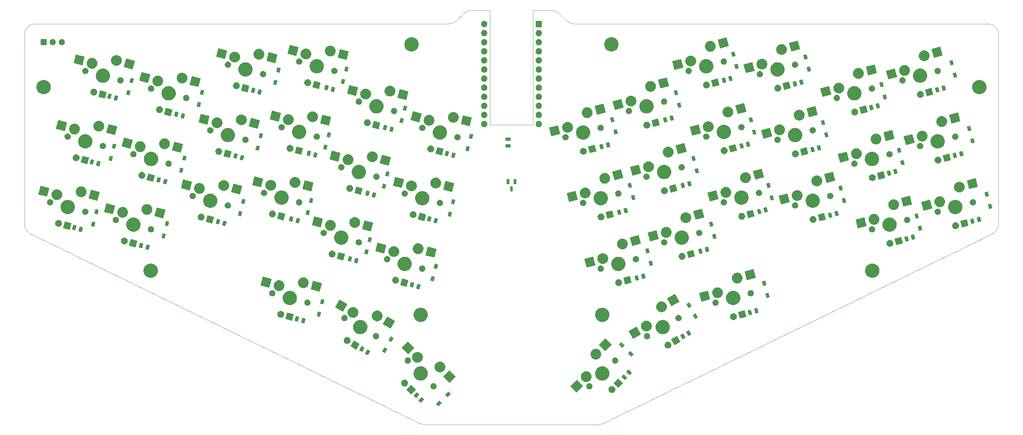
<source format=gbr>
%TF.GenerationSoftware,KiCad,Pcbnew,(5.1.6)-1*%
%TF.CreationDate,2020-07-18T08:53:22-05:00*%
%TF.ProjectId,ErgoChoco,4572676f-4368-46f6-936f-2e6b69636164,v1.0*%
%TF.SameCoordinates,Original*%
%TF.FileFunction,Soldermask,Bot*%
%TF.FilePolarity,Negative*%
%FSLAX46Y46*%
G04 Gerber Fmt 4.6, Leading zero omitted, Abs format (unit mm)*
G04 Created by KiCad (PCBNEW (5.1.6)-1) date 2020-07-18 08:53:22*
%MOMM*%
%LPD*%
G01*
G04 APERTURE LIST*
%TA.AperFunction,Profile*%
%ADD10C,0.050000*%
%TD*%
%ADD11C,0.150000*%
G04 APERTURE END LIST*
D10*
X14163395Y-108216023D02*
G75*
G02*
X12431250Y-105497100I1267855J2718923D01*
G01*
X122828475Y-161218923D02*
G75*
G03*
X124096330Y-161500000I1267855J2718923D01*
G01*
X174034025Y-161218923D02*
G75*
G02*
X172766170Y-161500000I-1267855J2718923D01*
G01*
X282699105Y-108216023D02*
G75*
G03*
X284431250Y-105497100I-1267855J2718923D01*
G01*
X284431250Y-52500000D02*
G75*
G03*
X281431250Y-49500000I-3000000J0D01*
G01*
X163802570Y-48621320D02*
G75*
G03*
X165923890Y-49500000I2121320J2121320D01*
G01*
X161809930Y-46628680D02*
G75*
G03*
X159688610Y-45750000I-2121320J-2121320D01*
G01*
X135052570Y-46628680D02*
G75*
G02*
X137173890Y-45750000I2121320J-2121320D01*
G01*
X130938610Y-49500000D02*
G75*
G03*
X133059930Y-48621320I0J3000000D01*
G01*
X12431250Y-52500000D02*
G75*
G02*
X15431250Y-49500000I3000000J0D01*
G01*
X12431250Y-52500000D02*
X12431250Y-105497100D01*
X14163400Y-108216020D02*
X122828480Y-161218920D01*
X124096330Y-161500000D02*
X172766170Y-161500000D01*
X282699100Y-108216020D02*
X174034020Y-161218920D01*
X284431250Y-52500000D02*
X284431250Y-105497100D01*
X165923890Y-49500000D02*
X281431250Y-49500000D01*
X161809930Y-46628680D02*
X163802570Y-48621320D01*
X154431250Y-45750000D02*
X159688610Y-45750000D01*
X154431250Y-45750000D02*
X154431250Y-77750000D01*
X142431250Y-77750000D02*
X154431250Y-77750000D01*
X142431250Y-45750000D02*
X142431250Y-77750000D01*
X137173890Y-45750000D02*
X142431250Y-45750000D01*
X133059930Y-48621320D02*
X135052570Y-46628680D01*
X15431250Y-49500000D02*
X130938610Y-49500000D01*
D11*
G36*
X128953380Y-155436371D02*
G01*
X128034141Y-156355610D01*
X127362390Y-155683859D01*
X128281629Y-154764620D01*
X128953380Y-155436371D01*
G37*
G36*
X123409819Y-153840154D02*
G01*
X123449857Y-153852300D01*
X123486766Y-153872028D01*
X123521399Y-153900450D01*
X123904376Y-154283427D01*
X123932798Y-154318060D01*
X123952526Y-154354969D01*
X123964672Y-154395007D01*
X123968774Y-154436653D01*
X123964672Y-154478299D01*
X123952526Y-154518337D01*
X123932798Y-154555246D01*
X123904376Y-154589879D01*
X123220879Y-155273376D01*
X123186246Y-155301798D01*
X123149337Y-155321526D01*
X123109299Y-155333672D01*
X123067653Y-155337774D01*
X123026007Y-155333672D01*
X122985969Y-155321526D01*
X122949060Y-155301798D01*
X122914427Y-155273376D01*
X122531450Y-154890399D01*
X122503028Y-154855766D01*
X122483300Y-154818857D01*
X122471154Y-154778819D01*
X122467052Y-154737173D01*
X122471154Y-154695527D01*
X122483300Y-154655489D01*
X122503028Y-154618580D01*
X122531450Y-154583947D01*
X123214947Y-153900450D01*
X123249580Y-153872028D01*
X123286489Y-153852300D01*
X123326527Y-153840154D01*
X123368173Y-153836052D01*
X123409819Y-153840154D01*
G37*
G36*
X122083993Y-152514328D02*
G01*
X122124031Y-152526474D01*
X122160940Y-152546202D01*
X122195573Y-152574624D01*
X122578550Y-152957601D01*
X122606972Y-152992234D01*
X122626700Y-153029143D01*
X122638846Y-153069181D01*
X122642948Y-153110827D01*
X122638846Y-153152473D01*
X122626700Y-153192511D01*
X122606972Y-153229420D01*
X122578550Y-153264053D01*
X121895053Y-153947550D01*
X121860420Y-153975972D01*
X121823511Y-153995700D01*
X121783473Y-154007846D01*
X121741827Y-154011948D01*
X121700181Y-154007846D01*
X121660143Y-153995700D01*
X121623234Y-153975972D01*
X121588601Y-153947550D01*
X121205624Y-153564573D01*
X121177202Y-153529940D01*
X121157474Y-153493031D01*
X121145328Y-153452993D01*
X121141226Y-153411347D01*
X121145328Y-153369701D01*
X121157474Y-153329663D01*
X121177202Y-153292754D01*
X121205624Y-153258121D01*
X121889121Y-152574624D01*
X121923754Y-152546202D01*
X121960663Y-152526474D01*
X122000701Y-152514328D01*
X122042347Y-152510226D01*
X122083993Y-152514328D01*
G37*
G36*
X131463610Y-152926141D02*
G01*
X130544371Y-153845380D01*
X129872620Y-153173629D01*
X130791859Y-152254390D01*
X131463610Y-152926141D01*
G37*
G36*
X121727391Y-151700898D02*
G01*
X120380353Y-153047936D01*
X119033315Y-151700898D01*
X120380353Y-150353860D01*
X121727391Y-151700898D01*
G37*
G36*
X176762131Y-150785002D02*
G01*
X176935475Y-150856803D01*
X177091481Y-150961043D01*
X177224152Y-151093714D01*
X177328392Y-151249720D01*
X177400193Y-151423064D01*
X177436797Y-151607085D01*
X177436797Y-151794711D01*
X177400193Y-151978732D01*
X177328392Y-152152076D01*
X177224152Y-152308082D01*
X177091481Y-152440753D01*
X176935475Y-152544993D01*
X176762131Y-152616794D01*
X176578110Y-152653398D01*
X176390484Y-152653398D01*
X176206463Y-152616794D01*
X176033119Y-152544993D01*
X175877113Y-152440753D01*
X175744442Y-152308082D01*
X175640202Y-152152076D01*
X175568401Y-151978732D01*
X175531797Y-151794711D01*
X175531797Y-151607085D01*
X175568401Y-151423064D01*
X175640202Y-151249720D01*
X175744442Y-151093714D01*
X175877113Y-150961043D01*
X176033119Y-150856803D01*
X176206463Y-150785002D01*
X176390484Y-150748398D01*
X176578110Y-150748398D01*
X176762131Y-150785002D01*
G37*
G36*
X168433887Y-150742768D02*
G01*
X166630764Y-152545891D01*
X164862997Y-150778124D01*
X166666120Y-148975001D01*
X168433887Y-150742768D01*
G37*
G36*
X170453346Y-149961498D02*
G01*
X170612586Y-150027457D01*
X170612588Y-150027458D01*
X170684242Y-150075336D01*
X170755898Y-150123215D01*
X170877775Y-150245092D01*
X170877776Y-150245094D01*
X170950452Y-150353860D01*
X170973533Y-150388404D01*
X171039492Y-150547644D01*
X171073118Y-150716692D01*
X171073118Y-150889052D01*
X171039492Y-151058100D01*
X170973533Y-151217340D01*
X170973532Y-151217342D01*
X170950451Y-151251885D01*
X170877775Y-151360652D01*
X170755898Y-151482529D01*
X170684242Y-151530408D01*
X170612588Y-151578286D01*
X170612587Y-151578287D01*
X170612586Y-151578287D01*
X170453346Y-151644246D01*
X170284298Y-151677872D01*
X170111938Y-151677872D01*
X169942890Y-151644246D01*
X169783650Y-151578287D01*
X169783649Y-151578287D01*
X169783648Y-151578286D01*
X169711994Y-151530408D01*
X169640338Y-151482529D01*
X169518461Y-151360652D01*
X169445785Y-151251885D01*
X169422704Y-151217342D01*
X169422703Y-151217340D01*
X169356744Y-151058100D01*
X169323118Y-150889052D01*
X169323118Y-150716692D01*
X169356744Y-150547644D01*
X169422703Y-150388404D01*
X169445785Y-150353860D01*
X169518460Y-150245094D01*
X169518461Y-150245092D01*
X169640338Y-150123215D01*
X169711994Y-150075336D01*
X169783648Y-150027458D01*
X169783650Y-150027457D01*
X169942890Y-149961498D01*
X170111938Y-149927872D01*
X170284298Y-149927872D01*
X170453346Y-149961498D01*
G37*
G36*
X126921760Y-149961498D02*
G01*
X127081000Y-150027457D01*
X127081002Y-150027458D01*
X127152656Y-150075336D01*
X127224312Y-150123215D01*
X127346189Y-150245092D01*
X127346190Y-150245094D01*
X127418866Y-150353860D01*
X127441947Y-150388404D01*
X127507906Y-150547644D01*
X127541532Y-150716692D01*
X127541532Y-150889052D01*
X127507906Y-151058100D01*
X127441947Y-151217340D01*
X127441946Y-151217342D01*
X127418865Y-151251885D01*
X127346189Y-151360652D01*
X127224312Y-151482529D01*
X127152656Y-151530408D01*
X127081002Y-151578286D01*
X127081001Y-151578287D01*
X127081000Y-151578287D01*
X126921760Y-151644246D01*
X126752712Y-151677872D01*
X126580352Y-151677872D01*
X126411304Y-151644246D01*
X126252064Y-151578287D01*
X126252063Y-151578287D01*
X126252062Y-151578286D01*
X126180408Y-151530408D01*
X126108752Y-151482529D01*
X125986875Y-151360652D01*
X125914199Y-151251885D01*
X125891118Y-151217342D01*
X125891117Y-151217340D01*
X125825158Y-151058100D01*
X125791532Y-150889052D01*
X125791532Y-150716692D01*
X125825158Y-150547644D01*
X125891117Y-150388404D01*
X125914199Y-150353860D01*
X125986874Y-150245094D01*
X125986875Y-150245092D01*
X126108752Y-150123215D01*
X126180408Y-150075336D01*
X126252062Y-150027458D01*
X126252064Y-150027457D01*
X126411304Y-149961498D01*
X126580352Y-149927872D01*
X126752712Y-149927872D01*
X126921760Y-149961498D01*
G37*
G36*
X179627386Y-149904847D02*
G01*
X178280348Y-151251885D01*
X176933310Y-149904847D01*
X178280348Y-148557809D01*
X179627386Y-149904847D01*
G37*
G36*
X118862136Y-148988951D02*
G01*
X119035480Y-149060752D01*
X119191486Y-149164992D01*
X119324157Y-149297663D01*
X119428397Y-149453669D01*
X119500198Y-149627013D01*
X119536802Y-149811034D01*
X119536802Y-149998660D01*
X119500198Y-150182681D01*
X119428397Y-150356025D01*
X119324157Y-150512031D01*
X119191486Y-150644702D01*
X119035480Y-150748942D01*
X118862136Y-150820743D01*
X118678115Y-150857347D01*
X118490489Y-150857347D01*
X118306468Y-150820743D01*
X118133124Y-150748942D01*
X117977118Y-150644702D01*
X117844447Y-150512031D01*
X117740207Y-150356025D01*
X117668406Y-150182681D01*
X117631802Y-149998660D01*
X117631802Y-149811034D01*
X117668406Y-149627013D01*
X117740207Y-149453669D01*
X117844447Y-149297663D01*
X117977118Y-149164992D01*
X118133124Y-149060752D01*
X118306468Y-148988951D01*
X118490489Y-148952347D01*
X118678115Y-148952347D01*
X118862136Y-148988951D01*
G37*
G36*
X132899679Y-148084047D02*
G01*
X131131912Y-149851814D01*
X129328789Y-148048691D01*
X131096556Y-146280924D01*
X132899679Y-148084047D01*
G37*
G36*
X169544428Y-146628011D02*
G01*
X169737626Y-146666440D01*
X170010609Y-146779513D01*
X170256286Y-146943670D01*
X170465218Y-147152602D01*
X170629375Y-147398279D01*
X170742448Y-147671262D01*
X170780877Y-147864460D01*
X170800092Y-147961058D01*
X170800092Y-148256534D01*
X170790354Y-148305489D01*
X170742448Y-148546330D01*
X170629375Y-148819313D01*
X170465218Y-149064990D01*
X170256286Y-149273922D01*
X170010609Y-149438079D01*
X169737626Y-149551152D01*
X169544428Y-149589581D01*
X169447830Y-149608796D01*
X169152354Y-149608796D01*
X169055756Y-149589581D01*
X168862558Y-149551152D01*
X168589575Y-149438079D01*
X168343898Y-149273922D01*
X168134966Y-149064990D01*
X167970809Y-148819313D01*
X167857736Y-148546330D01*
X167809830Y-148305489D01*
X167800092Y-148256534D01*
X167800092Y-147961058D01*
X167819307Y-147864460D01*
X167857736Y-147671262D01*
X167970809Y-147398279D01*
X168134966Y-147152602D01*
X168343898Y-146943670D01*
X168589575Y-146779513D01*
X168862558Y-146666440D01*
X169055756Y-146628011D01*
X169152354Y-146608796D01*
X169447830Y-146608796D01*
X169544428Y-146628011D01*
G37*
G36*
X174115008Y-145242411D02*
G01*
X174371819Y-145293494D01*
X174734686Y-145443798D01*
X174734688Y-145443799D01*
X174897971Y-145552902D01*
X175061257Y-145662006D01*
X175338984Y-145939733D01*
X175338985Y-145939735D01*
X175542126Y-146243755D01*
X175557192Y-146266304D01*
X175707496Y-146629171D01*
X175717436Y-146679143D01*
X175774907Y-146968068D01*
X175784120Y-147014388D01*
X175784120Y-147407152D01*
X175707496Y-147792369D01*
X175565903Y-148134206D01*
X175557191Y-148155238D01*
X175489507Y-148256534D01*
X175338984Y-148481807D01*
X175061257Y-148759534D01*
X174971790Y-148819314D01*
X174734688Y-148977741D01*
X174734687Y-148977742D01*
X174734686Y-148977742D01*
X174371819Y-149128046D01*
X174115008Y-149179129D01*
X173986603Y-149204670D01*
X173593837Y-149204670D01*
X173465432Y-149179129D01*
X173208621Y-149128046D01*
X172845754Y-148977742D01*
X172845753Y-148977742D01*
X172845752Y-148977741D01*
X172608650Y-148819314D01*
X172519183Y-148759534D01*
X172241456Y-148481807D01*
X172090933Y-148256534D01*
X172023249Y-148155238D01*
X172014537Y-148134206D01*
X171872944Y-147792369D01*
X171796320Y-147407152D01*
X171796320Y-147014388D01*
X171805534Y-146968068D01*
X171863004Y-146679143D01*
X171872944Y-146629171D01*
X172023248Y-146266304D01*
X172038315Y-146243755D01*
X172241455Y-145939735D01*
X172241456Y-145939733D01*
X172519183Y-145662006D01*
X172682469Y-145552902D01*
X172845752Y-145443799D01*
X172845754Y-145443798D01*
X173208621Y-145293494D01*
X173465432Y-145242411D01*
X173593837Y-145216870D01*
X173986603Y-145216870D01*
X174115008Y-145242411D01*
G37*
G36*
X123399218Y-145242411D02*
G01*
X123656029Y-145293494D01*
X124018896Y-145443798D01*
X124018898Y-145443799D01*
X124182181Y-145552902D01*
X124345467Y-145662006D01*
X124623194Y-145939733D01*
X124623195Y-145939735D01*
X124826336Y-146243755D01*
X124841402Y-146266304D01*
X124991706Y-146629171D01*
X125001646Y-146679143D01*
X125059117Y-146968068D01*
X125068330Y-147014388D01*
X125068330Y-147407152D01*
X124991706Y-147792369D01*
X124850113Y-148134206D01*
X124841401Y-148155238D01*
X124773717Y-148256534D01*
X124623194Y-148481807D01*
X124345467Y-148759534D01*
X124256000Y-148819314D01*
X124018898Y-148977741D01*
X124018897Y-148977742D01*
X124018896Y-148977742D01*
X123656029Y-149128046D01*
X123399218Y-149179129D01*
X123270813Y-149204670D01*
X122878047Y-149204670D01*
X122749642Y-149179129D01*
X122492831Y-149128046D01*
X122129964Y-148977742D01*
X122129963Y-148977742D01*
X122129962Y-148977741D01*
X121892860Y-148819314D01*
X121803393Y-148759534D01*
X121525666Y-148481807D01*
X121375143Y-148256534D01*
X121307459Y-148155238D01*
X121298747Y-148134206D01*
X121157154Y-147792369D01*
X121080530Y-147407152D01*
X121080530Y-147014388D01*
X121089744Y-146968068D01*
X121147214Y-146679143D01*
X121157154Y-146629171D01*
X121307458Y-146266304D01*
X121322525Y-146243755D01*
X121525665Y-145939735D01*
X121525666Y-145939733D01*
X121803393Y-145662006D01*
X121966679Y-145552902D01*
X122129962Y-145443799D01*
X122129964Y-145443798D01*
X122492831Y-145293494D01*
X122749642Y-145242411D01*
X122878047Y-145216870D01*
X123270813Y-145216870D01*
X123399218Y-145242411D01*
G37*
G36*
X179822473Y-147490154D02*
G01*
X179862511Y-147502300D01*
X179899420Y-147522028D01*
X179934053Y-147550450D01*
X180617550Y-148233947D01*
X180645972Y-148268580D01*
X180665700Y-148305489D01*
X180677846Y-148345527D01*
X180681948Y-148387173D01*
X180677846Y-148428819D01*
X180665700Y-148468857D01*
X180645972Y-148505766D01*
X180617550Y-148540399D01*
X180234573Y-148923376D01*
X180199940Y-148951798D01*
X180163031Y-148971526D01*
X180122993Y-148983672D01*
X180081347Y-148987774D01*
X180039701Y-148983672D01*
X179999663Y-148971526D01*
X179962754Y-148951798D01*
X179928121Y-148923376D01*
X179244624Y-148239879D01*
X179216202Y-148205246D01*
X179196474Y-148168337D01*
X179184328Y-148128299D01*
X179180226Y-148086653D01*
X179184328Y-148045007D01*
X179196474Y-148004969D01*
X179216202Y-147968060D01*
X179244624Y-147933427D01*
X179627601Y-147550450D01*
X179662234Y-147522028D01*
X179699143Y-147502300D01*
X179739181Y-147490154D01*
X179780827Y-147486052D01*
X179822473Y-147490154D01*
G37*
G36*
X181148299Y-146164328D02*
G01*
X181188337Y-146176474D01*
X181225246Y-146196202D01*
X181259879Y-146224624D01*
X181943376Y-146908121D01*
X181971798Y-146942754D01*
X181991526Y-146979663D01*
X182003672Y-147019701D01*
X182007774Y-147061347D01*
X182003672Y-147102993D01*
X181991526Y-147143031D01*
X181971798Y-147179940D01*
X181943376Y-147214573D01*
X181560399Y-147597550D01*
X181525766Y-147625972D01*
X181488857Y-147645700D01*
X181448819Y-147657846D01*
X181407173Y-147661948D01*
X181365527Y-147657846D01*
X181325489Y-147645700D01*
X181288580Y-147625972D01*
X181253947Y-147597550D01*
X180570450Y-146914053D01*
X180542028Y-146879420D01*
X180522300Y-146842511D01*
X180510154Y-146802473D01*
X180506052Y-146760827D01*
X180510154Y-146719181D01*
X180522300Y-146679143D01*
X180542028Y-146642234D01*
X180570450Y-146607601D01*
X180953427Y-146224624D01*
X180988060Y-146196202D01*
X181024969Y-146176474D01*
X181065007Y-146164328D01*
X181106653Y-146160226D01*
X181148299Y-146164328D01*
G37*
G36*
X128706920Y-143933934D02*
G01*
X128900118Y-143972363D01*
X129173101Y-144085436D01*
X129418778Y-144249593D01*
X129627710Y-144458525D01*
X129791867Y-144704202D01*
X129904940Y-144977185D01*
X129962584Y-145266982D01*
X129962584Y-145562456D01*
X129904940Y-145852253D01*
X129791867Y-146125236D01*
X129627710Y-146370913D01*
X129418778Y-146579845D01*
X129173101Y-146744002D01*
X128900118Y-146857075D01*
X128739670Y-146888990D01*
X128610322Y-146914719D01*
X128314846Y-146914719D01*
X128185498Y-146888990D01*
X128025050Y-146857075D01*
X127752067Y-146744002D01*
X127506390Y-146579845D01*
X127297458Y-146370913D01*
X127133301Y-146125236D01*
X127020228Y-145852253D01*
X126962584Y-145562456D01*
X126962584Y-145266982D01*
X127020228Y-144977185D01*
X127133301Y-144704202D01*
X127297458Y-144458525D01*
X127506390Y-144249593D01*
X127752067Y-144085436D01*
X128025050Y-143972363D01*
X128218248Y-143933934D01*
X128314846Y-143914719D01*
X128610322Y-143914719D01*
X128706920Y-143933934D01*
G37*
G36*
X119737556Y-142777294D02*
G01*
X119896796Y-142843253D01*
X119896798Y-142843254D01*
X119934400Y-142868379D01*
X120040108Y-142939011D01*
X120161985Y-143060888D01*
X120161986Y-143060890D01*
X120226990Y-143158174D01*
X120257743Y-143204200D01*
X120323702Y-143363440D01*
X120357328Y-143532488D01*
X120357328Y-143704848D01*
X120323702Y-143873896D01*
X120257743Y-144033136D01*
X120161985Y-144176448D01*
X120040108Y-144298325D01*
X119968452Y-144346204D01*
X119896798Y-144394082D01*
X119896797Y-144394083D01*
X119896796Y-144394083D01*
X119737556Y-144460042D01*
X119568508Y-144493668D01*
X119396148Y-144493668D01*
X119227100Y-144460042D01*
X119067860Y-144394083D01*
X119067859Y-144394083D01*
X119067858Y-144394082D01*
X118996204Y-144346204D01*
X118924548Y-144298325D01*
X118802671Y-144176448D01*
X118706913Y-144033136D01*
X118640954Y-143873896D01*
X118607328Y-143704848D01*
X118607328Y-143532488D01*
X118640954Y-143363440D01*
X118706913Y-143204200D01*
X118737667Y-143158174D01*
X118802670Y-143060890D01*
X118802671Y-143060888D01*
X118924548Y-142939011D01*
X119030256Y-142868379D01*
X119067858Y-142843254D01*
X119067860Y-142843253D01*
X119227100Y-142777294D01*
X119396148Y-142743668D01*
X119568508Y-142743668D01*
X119737556Y-142777294D01*
G37*
G36*
X177637550Y-142777294D02*
G01*
X177796790Y-142843253D01*
X177796792Y-142843254D01*
X177834394Y-142868379D01*
X177940102Y-142939011D01*
X178061979Y-143060888D01*
X178061980Y-143060890D01*
X178126984Y-143158174D01*
X178157737Y-143204200D01*
X178223696Y-143363440D01*
X178257322Y-143532488D01*
X178257322Y-143704848D01*
X178223696Y-143873896D01*
X178157737Y-144033136D01*
X178061979Y-144176448D01*
X177940102Y-144298325D01*
X177868446Y-144346204D01*
X177796792Y-144394082D01*
X177796791Y-144394083D01*
X177796790Y-144394083D01*
X177637550Y-144460042D01*
X177468502Y-144493668D01*
X177296142Y-144493668D01*
X177127094Y-144460042D01*
X176967854Y-144394083D01*
X176967853Y-144394083D01*
X176967852Y-144394082D01*
X176896198Y-144346204D01*
X176824542Y-144298325D01*
X176702665Y-144176448D01*
X176606907Y-144033136D01*
X176540948Y-143873896D01*
X176507322Y-143704848D01*
X176507322Y-143532488D01*
X176540948Y-143363440D01*
X176606907Y-143204200D01*
X176637661Y-143158174D01*
X176702664Y-143060890D01*
X176702665Y-143060888D01*
X176824542Y-142939011D01*
X176930250Y-142868379D01*
X176967852Y-142843254D01*
X176967854Y-142843253D01*
X177127094Y-142777294D01*
X177296142Y-142743668D01*
X177468502Y-142743668D01*
X177637550Y-142777294D01*
G37*
G36*
X122420740Y-141239857D02*
G01*
X122613938Y-141278286D01*
X122886921Y-141391359D01*
X123132598Y-141555516D01*
X123341530Y-141764448D01*
X123505687Y-142010125D01*
X123618760Y-142283108D01*
X123618760Y-142283110D01*
X123676404Y-142572904D01*
X123676404Y-142868380D01*
X123657189Y-142964978D01*
X123618760Y-143158176D01*
X123505687Y-143431159D01*
X123341530Y-143676836D01*
X123132598Y-143885768D01*
X122886921Y-144049925D01*
X122613938Y-144162998D01*
X122420740Y-144201427D01*
X122324142Y-144220642D01*
X122028666Y-144220642D01*
X121932068Y-144201427D01*
X121738870Y-144162998D01*
X121465887Y-144049925D01*
X121220210Y-143885768D01*
X121011278Y-143676836D01*
X120847121Y-143431159D01*
X120734048Y-143158176D01*
X120695619Y-142964978D01*
X120676404Y-142868380D01*
X120676404Y-142572904D01*
X120734048Y-142283110D01*
X120734048Y-142283108D01*
X120847121Y-142010125D01*
X121011278Y-141764448D01*
X121220210Y-141555516D01*
X121465887Y-141391359D01*
X121738870Y-141278286D01*
X121932068Y-141239857D01*
X122028666Y-141220642D01*
X122324142Y-141220642D01*
X122420740Y-141239857D01*
G37*
G36*
X172238505Y-140341831D02*
G01*
X172431703Y-140380260D01*
X172704686Y-140493333D01*
X172950363Y-140657490D01*
X173159295Y-140866422D01*
X173323452Y-141112099D01*
X173436525Y-141385082D01*
X173465274Y-141529612D01*
X173494169Y-141674878D01*
X173494169Y-141970354D01*
X173486258Y-142010124D01*
X173436525Y-142260150D01*
X173323452Y-142533133D01*
X173159295Y-142778810D01*
X172950363Y-142987742D01*
X172704686Y-143151899D01*
X172431703Y-143264972D01*
X172238505Y-143303401D01*
X172141907Y-143322616D01*
X171846431Y-143322616D01*
X171749833Y-143303401D01*
X171556635Y-143264972D01*
X171283652Y-143151899D01*
X171037975Y-142987742D01*
X170829043Y-142778810D01*
X170664886Y-142533133D01*
X170551813Y-142260150D01*
X170502080Y-142010124D01*
X170494169Y-141970354D01*
X170494169Y-141674878D01*
X170523064Y-141529612D01*
X170551813Y-141385082D01*
X170664886Y-141112099D01*
X170829043Y-140866422D01*
X171037975Y-140657490D01*
X171283652Y-140493333D01*
X171556635Y-140380260D01*
X171749833Y-140341831D01*
X171846431Y-140322616D01*
X172141907Y-140322616D01*
X172238505Y-140341831D01*
G37*
G36*
X182517610Y-141840859D02*
G01*
X181845859Y-142512610D01*
X180926620Y-141593371D01*
X181598371Y-140921620D01*
X182517610Y-141840859D01*
G37*
G36*
X108287811Y-140542137D02*
G01*
X108328565Y-140551639D01*
X108369374Y-140570129D01*
X108392806Y-140583657D01*
X108392805Y-140583657D01*
X108814993Y-140827407D01*
X108815000Y-140827412D01*
X108838426Y-140840937D01*
X108874839Y-140867031D01*
X108903448Y-140897576D01*
X108925544Y-140933109D01*
X108940283Y-140972272D01*
X108947101Y-141013561D01*
X108945731Y-141055381D01*
X108936228Y-141096137D01*
X108917737Y-141136947D01*
X108904218Y-141160362D01*
X108904212Y-141160376D01*
X108447962Y-141950624D01*
X108447958Y-141950629D01*
X108434438Y-141974047D01*
X108408335Y-142010473D01*
X108377792Y-142039080D01*
X108342259Y-142061176D01*
X108303096Y-142075915D01*
X108261807Y-142082733D01*
X108219987Y-142081363D01*
X108179233Y-142071861D01*
X108138424Y-142053371D01*
X108001031Y-141974047D01*
X107692805Y-141796093D01*
X107692798Y-141796088D01*
X107669372Y-141782563D01*
X107632959Y-141756469D01*
X107604350Y-141725924D01*
X107582254Y-141690391D01*
X107567515Y-141651228D01*
X107560697Y-141609939D01*
X107562067Y-141568119D01*
X107571570Y-141527363D01*
X107590061Y-141486553D01*
X107603580Y-141463138D01*
X107603586Y-141463124D01*
X108059836Y-140672876D01*
X108059840Y-140672871D01*
X108073360Y-140649453D01*
X108099463Y-140613027D01*
X108130006Y-140584420D01*
X108165539Y-140562324D01*
X108204702Y-140547585D01*
X108245991Y-140540767D01*
X108287811Y-140542137D01*
G37*
G36*
X121310199Y-140086670D02*
G01*
X119542432Y-141854437D01*
X117739309Y-140051314D01*
X119507076Y-138283547D01*
X121310199Y-140086670D01*
G37*
G36*
X113767862Y-140403778D02*
G01*
X113767862Y-140403779D01*
X113482768Y-140897576D01*
X113117862Y-141529612D01*
X112295138Y-141054612D01*
X112295138Y-141054611D01*
X112783234Y-140209205D01*
X112945138Y-139928778D01*
X113767862Y-140403778D01*
G37*
G36*
X106664013Y-139604637D02*
G01*
X106704767Y-139614139D01*
X106745576Y-139632629D01*
X106769008Y-139646157D01*
X106769007Y-139646157D01*
X107191195Y-139889907D01*
X107191202Y-139889912D01*
X107214628Y-139903437D01*
X107251041Y-139929531D01*
X107279650Y-139960076D01*
X107301746Y-139995609D01*
X107316485Y-140034772D01*
X107323303Y-140076061D01*
X107321933Y-140117881D01*
X107312430Y-140158637D01*
X107293939Y-140199447D01*
X107280420Y-140222862D01*
X107280414Y-140222876D01*
X106824164Y-141013124D01*
X106824160Y-141013129D01*
X106810640Y-141036547D01*
X106784537Y-141072973D01*
X106753994Y-141101580D01*
X106718461Y-141123676D01*
X106679298Y-141138415D01*
X106638009Y-141145233D01*
X106596189Y-141143863D01*
X106555435Y-141134361D01*
X106514626Y-141115871D01*
X106435724Y-141070317D01*
X106069007Y-140858593D01*
X106069000Y-140858588D01*
X106045574Y-140845063D01*
X106009161Y-140818969D01*
X105980552Y-140788424D01*
X105958456Y-140752891D01*
X105943717Y-140713728D01*
X105936899Y-140672439D01*
X105938269Y-140630619D01*
X105947772Y-140589863D01*
X105966263Y-140549053D01*
X105979782Y-140525638D01*
X105979788Y-140525624D01*
X106436038Y-139735376D01*
X106436042Y-139735371D01*
X106449562Y-139711953D01*
X106475665Y-139675527D01*
X106506208Y-139646920D01*
X106541741Y-139624824D01*
X106580904Y-139610085D01*
X106622193Y-139603267D01*
X106664013Y-139604637D01*
G37*
G36*
X176431264Y-139153288D02*
G01*
X174628141Y-140956411D01*
X172860374Y-139188644D01*
X174663497Y-137385521D01*
X176431264Y-139153288D01*
G37*
G36*
X106056221Y-138944670D02*
G01*
X105103721Y-140594448D01*
X103453943Y-139641948D01*
X104406443Y-137992170D01*
X106056221Y-138944670D01*
G37*
G36*
X192387402Y-138377413D02*
G01*
X192560746Y-138449214D01*
X192716752Y-138553454D01*
X192849423Y-138686125D01*
X192953663Y-138842131D01*
X193025464Y-139015475D01*
X193062068Y-139199496D01*
X193062068Y-139387122D01*
X193025464Y-139571143D01*
X192953663Y-139744487D01*
X192849423Y-139900493D01*
X192716752Y-140033164D01*
X192560746Y-140137404D01*
X192387402Y-140209205D01*
X192203381Y-140245809D01*
X192015755Y-140245809D01*
X191831734Y-140209205D01*
X191658390Y-140137404D01*
X191502384Y-140033164D01*
X191369713Y-139900493D01*
X191265473Y-139744487D01*
X191193672Y-139571143D01*
X191157068Y-139387122D01*
X191157068Y-139199496D01*
X191193672Y-139015475D01*
X191265473Y-138842131D01*
X191369713Y-138686125D01*
X191502384Y-138553454D01*
X191658390Y-138449214D01*
X191831734Y-138377413D01*
X192015755Y-138340809D01*
X192203381Y-138340809D01*
X192387402Y-138377413D01*
G37*
G36*
X180007380Y-139330629D02*
G01*
X179335629Y-140002380D01*
X178416390Y-139083141D01*
X179088141Y-138411390D01*
X180007380Y-139330629D01*
G37*
G36*
X195610411Y-138371948D02*
G01*
X193960633Y-139324448D01*
X193008133Y-137674670D01*
X194657911Y-136722170D01*
X195610411Y-138371948D01*
G37*
G36*
X102833212Y-137107413D02*
G01*
X103006556Y-137179214D01*
X103162562Y-137283454D01*
X103295233Y-137416125D01*
X103399473Y-137572131D01*
X103471274Y-137745475D01*
X103507878Y-137929496D01*
X103507878Y-138117122D01*
X103471274Y-138301143D01*
X103399473Y-138474487D01*
X103295233Y-138630493D01*
X103162562Y-138763164D01*
X103006556Y-138867404D01*
X102833212Y-138939205D01*
X102649191Y-138975809D01*
X102461565Y-138975809D01*
X102277544Y-138939205D01*
X102104200Y-138867404D01*
X101948194Y-138763164D01*
X101815523Y-138630493D01*
X101711283Y-138474487D01*
X101639482Y-138301143D01*
X101602878Y-138117122D01*
X101602878Y-137929496D01*
X101639482Y-137745475D01*
X101711283Y-137572131D01*
X101815523Y-137416125D01*
X101948194Y-137283454D01*
X102104200Y-137179214D01*
X102277544Y-137107413D01*
X102461565Y-137070809D01*
X102649191Y-137070809D01*
X102833212Y-137107413D01*
G37*
G36*
X115542862Y-137329388D02*
G01*
X115542862Y-137329389D01*
X115365630Y-137636363D01*
X114892862Y-138455222D01*
X114070138Y-137980222D01*
X114070138Y-137980221D01*
X114413488Y-137385522D01*
X114720138Y-136854388D01*
X115542862Y-137329388D01*
G37*
G36*
X186525239Y-135957526D02*
G01*
X186684479Y-136023485D01*
X186684481Y-136023486D01*
X186756135Y-136071364D01*
X186827791Y-136119243D01*
X186949668Y-136241120D01*
X187045426Y-136384432D01*
X187111385Y-136543672D01*
X187145011Y-136712720D01*
X187145011Y-136885080D01*
X187111385Y-137054128D01*
X187045426Y-137213368D01*
X186949668Y-137356680D01*
X186827791Y-137478557D01*
X186787282Y-137505624D01*
X186684481Y-137574314D01*
X186684480Y-137574315D01*
X186684479Y-137574315D01*
X186525239Y-137640274D01*
X186356191Y-137673900D01*
X186183831Y-137673900D01*
X186014783Y-137640274D01*
X185855543Y-137574315D01*
X185855542Y-137574315D01*
X185855541Y-137574314D01*
X185752740Y-137505624D01*
X185712231Y-137478557D01*
X185590354Y-137356680D01*
X185494596Y-137213368D01*
X185428637Y-137054128D01*
X185395011Y-136885080D01*
X185395011Y-136712720D01*
X185428637Y-136543672D01*
X185494596Y-136384432D01*
X185590354Y-136241120D01*
X185712231Y-136119243D01*
X185783887Y-136071364D01*
X185855541Y-136023486D01*
X185855543Y-136023485D01*
X186014783Y-135957526D01*
X186183831Y-135923900D01*
X186356191Y-135923900D01*
X186525239Y-135957526D01*
G37*
G36*
X110849867Y-135957526D02*
G01*
X111009107Y-136023485D01*
X111009109Y-136023486D01*
X111080763Y-136071364D01*
X111152419Y-136119243D01*
X111274296Y-136241120D01*
X111370054Y-136384432D01*
X111436013Y-136543672D01*
X111469639Y-136712720D01*
X111469639Y-136885080D01*
X111436013Y-137054128D01*
X111370054Y-137213368D01*
X111274296Y-137356680D01*
X111152419Y-137478557D01*
X111111910Y-137505624D01*
X111009109Y-137574314D01*
X111009108Y-137574315D01*
X111009107Y-137574315D01*
X110849867Y-137640274D01*
X110680819Y-137673900D01*
X110508459Y-137673900D01*
X110339411Y-137640274D01*
X110180171Y-137574315D01*
X110180170Y-137574315D01*
X110180169Y-137574314D01*
X110077368Y-137505624D01*
X110036859Y-137478557D01*
X109914982Y-137356680D01*
X109819224Y-137213368D01*
X109753265Y-137054128D01*
X109719639Y-136885080D01*
X109719639Y-136712720D01*
X109753265Y-136543672D01*
X109819224Y-136384432D01*
X109914982Y-136241120D01*
X110036859Y-136119243D01*
X110108515Y-136071364D01*
X110180169Y-136023486D01*
X110180171Y-136023485D01*
X110339411Y-135957526D01*
X110508459Y-135923900D01*
X110680819Y-135923900D01*
X110849867Y-135957526D01*
G37*
G36*
X196341298Y-136102585D02*
G01*
X196380461Y-136117324D01*
X196415994Y-136139420D01*
X196446537Y-136168027D01*
X196472640Y-136204453D01*
X196486160Y-136227871D01*
X196486164Y-136227876D01*
X196942414Y-137018124D01*
X196942420Y-137018138D01*
X196955939Y-137041553D01*
X196974431Y-137082364D01*
X196983933Y-137123119D01*
X196985303Y-137164939D01*
X196978485Y-137206228D01*
X196963746Y-137245391D01*
X196941650Y-137280924D01*
X196913041Y-137311469D01*
X196876628Y-137337563D01*
X196853202Y-137351088D01*
X196853195Y-137351093D01*
X196585539Y-137505624D01*
X196407576Y-137608371D01*
X196366768Y-137626860D01*
X196326013Y-137636363D01*
X196284193Y-137637733D01*
X196242904Y-137630915D01*
X196203741Y-137616176D01*
X196168208Y-137594080D01*
X196137665Y-137565473D01*
X196111562Y-137529047D01*
X196098042Y-137505629D01*
X196098038Y-137505624D01*
X195641788Y-136715376D01*
X195641782Y-136715362D01*
X195628263Y-136691947D01*
X195609771Y-136651136D01*
X195600269Y-136610381D01*
X195598899Y-136568561D01*
X195605717Y-136527272D01*
X195620456Y-136488109D01*
X195642552Y-136452576D01*
X195671161Y-136422031D01*
X195707574Y-136395937D01*
X195731000Y-136382412D01*
X195731007Y-136382407D01*
X196153195Y-136138657D01*
X196153194Y-136138657D01*
X196176626Y-136125129D01*
X196217434Y-136106640D01*
X196258189Y-136097137D01*
X196300009Y-136095767D01*
X196341298Y-136102585D01*
G37*
G36*
X184581451Y-136284227D02*
G01*
X183477268Y-136921727D01*
X182373086Y-137559227D01*
X182373085Y-137559227D01*
X181123085Y-135394163D01*
X182369211Y-134674712D01*
X183331450Y-134119163D01*
X183331451Y-134119163D01*
X184581451Y-136284227D01*
G37*
G36*
X197965096Y-135165085D02*
G01*
X198004259Y-135179824D01*
X198039792Y-135201920D01*
X198070335Y-135230527D01*
X198096438Y-135266953D01*
X198109958Y-135290371D01*
X198109962Y-135290376D01*
X198566212Y-136080624D01*
X198566218Y-136080638D01*
X198579737Y-136104053D01*
X198598229Y-136144864D01*
X198607731Y-136185619D01*
X198609101Y-136227439D01*
X198602283Y-136268728D01*
X198587544Y-136307891D01*
X198565448Y-136343424D01*
X198536839Y-136373969D01*
X198500426Y-136400063D01*
X198477000Y-136413588D01*
X198476993Y-136413593D01*
X198110276Y-136625317D01*
X198031374Y-136670871D01*
X197990566Y-136689360D01*
X197949811Y-136698863D01*
X197907991Y-136700233D01*
X197866702Y-136693415D01*
X197827539Y-136678676D01*
X197792006Y-136656580D01*
X197761463Y-136627973D01*
X197735360Y-136591547D01*
X197721840Y-136568129D01*
X197721836Y-136568124D01*
X197265586Y-135777876D01*
X197265580Y-135777862D01*
X197252061Y-135754447D01*
X197233569Y-135713636D01*
X197224067Y-135672881D01*
X197222697Y-135631061D01*
X197229515Y-135589772D01*
X197244254Y-135550609D01*
X197266350Y-135515076D01*
X197294959Y-135484531D01*
X197331372Y-135458437D01*
X197354798Y-135444912D01*
X197354805Y-135444907D01*
X197776993Y-135201157D01*
X197776992Y-135201157D01*
X197800424Y-135187629D01*
X197841232Y-135169140D01*
X197881987Y-135159637D01*
X197923807Y-135158267D01*
X197965096Y-135165085D01*
G37*
G36*
X106520018Y-132290541D02*
G01*
X106776829Y-132341624D01*
X107139696Y-132491928D01*
X107139698Y-132491929D01*
X107259303Y-132571847D01*
X107466267Y-132710136D01*
X107743994Y-132987863D01*
X107793024Y-133061242D01*
X107921606Y-133253677D01*
X107962202Y-133314434D01*
X108112506Y-133677301D01*
X108189130Y-134062518D01*
X108189130Y-134455282D01*
X108112506Y-134840499D01*
X107980315Y-135159637D01*
X107962201Y-135203368D01*
X107904064Y-135290376D01*
X107743994Y-135529937D01*
X107466267Y-135807664D01*
X107302981Y-135916768D01*
X107139698Y-136025871D01*
X107139697Y-136025872D01*
X107139696Y-136025872D01*
X106776829Y-136176176D01*
X106564347Y-136218441D01*
X106391613Y-136252800D01*
X105998847Y-136252800D01*
X105826113Y-136218441D01*
X105613631Y-136176176D01*
X105250764Y-136025872D01*
X105250763Y-136025872D01*
X105250762Y-136025871D01*
X105087479Y-135916768D01*
X104924193Y-135807664D01*
X104646466Y-135529937D01*
X104486396Y-135290376D01*
X104428259Y-135203368D01*
X104410145Y-135159637D01*
X104277954Y-134840499D01*
X104201330Y-134455282D01*
X104201330Y-134062518D01*
X104277954Y-133677301D01*
X104428258Y-133314434D01*
X104468855Y-133253677D01*
X104597436Y-133061242D01*
X104646466Y-132987863D01*
X104924193Y-132710136D01*
X105131157Y-132571847D01*
X105250762Y-132491929D01*
X105250764Y-132491928D01*
X105613631Y-132341624D01*
X105870442Y-132290541D01*
X105998847Y-132265000D01*
X106391613Y-132265000D01*
X106520018Y-132290541D01*
G37*
G36*
X190994208Y-132290541D02*
G01*
X191251019Y-132341624D01*
X191613886Y-132491928D01*
X191613888Y-132491929D01*
X191733493Y-132571847D01*
X191940457Y-132710136D01*
X192218184Y-132987863D01*
X192267214Y-133061242D01*
X192395796Y-133253677D01*
X192436392Y-133314434D01*
X192586696Y-133677301D01*
X192663320Y-134062518D01*
X192663320Y-134455282D01*
X192586696Y-134840499D01*
X192454505Y-135159637D01*
X192436391Y-135203368D01*
X192378254Y-135290376D01*
X192218184Y-135529937D01*
X191940457Y-135807664D01*
X191777171Y-135916768D01*
X191613888Y-136025871D01*
X191613887Y-136025872D01*
X191613886Y-136025872D01*
X191251019Y-136176176D01*
X191038537Y-136218441D01*
X190865803Y-136252800D01*
X190473037Y-136252800D01*
X190300303Y-136218441D01*
X190087821Y-136176176D01*
X189724954Y-136025872D01*
X189724953Y-136025872D01*
X189724952Y-136025871D01*
X189561669Y-135916768D01*
X189398383Y-135807664D01*
X189120656Y-135529937D01*
X188960586Y-135290376D01*
X188902449Y-135203368D01*
X188884335Y-135159637D01*
X188752144Y-134840499D01*
X188675520Y-134455282D01*
X188675520Y-134062518D01*
X188752144Y-133677301D01*
X188902448Y-133314434D01*
X188943045Y-133253677D01*
X189071626Y-133061242D01*
X189120656Y-132987863D01*
X189398383Y-132710136D01*
X189605347Y-132571847D01*
X189724952Y-132491929D01*
X189724954Y-132491928D01*
X190087821Y-132341624D01*
X190344632Y-132290541D01*
X190473037Y-132265000D01*
X190865803Y-132265000D01*
X190994208Y-132290541D01*
G37*
G36*
X186276367Y-132469917D02*
G01*
X186537397Y-132521839D01*
X186810380Y-132634912D01*
X187056057Y-132799069D01*
X187264989Y-133008001D01*
X187429146Y-133253678D01*
X187542219Y-133526661D01*
X187599863Y-133816458D01*
X187599863Y-134111932D01*
X187542219Y-134401729D01*
X187429146Y-134674712D01*
X187264989Y-134920389D01*
X187056057Y-135129321D01*
X186810380Y-135293478D01*
X186537397Y-135406551D01*
X186344568Y-135444907D01*
X186247601Y-135464195D01*
X185952125Y-135464195D01*
X185855158Y-135444907D01*
X185662329Y-135406551D01*
X185389346Y-135293478D01*
X185143669Y-135129321D01*
X184934737Y-134920389D01*
X184770580Y-134674712D01*
X184657507Y-134401729D01*
X184599863Y-134111932D01*
X184599863Y-133816458D01*
X184657507Y-133526661D01*
X184770580Y-133253678D01*
X184934737Y-133008001D01*
X185143669Y-132799069D01*
X185389346Y-132634912D01*
X185662329Y-132521839D01*
X185923359Y-132469917D01*
X185952125Y-132464195D01*
X186247601Y-132464195D01*
X186276367Y-132469917D01*
G37*
G36*
X114703318Y-131861792D02*
G01*
X115911713Y-132559459D01*
X114661713Y-134724523D01*
X114661712Y-134724523D01*
X113515084Y-134062517D01*
X112453347Y-133449523D01*
X113703347Y-131284459D01*
X113703348Y-131284459D01*
X114703318Y-131861792D01*
G37*
G36*
X90233153Y-131703407D02*
G01*
X90259277Y-131710407D01*
X90259284Y-131710408D01*
X90730173Y-131836582D01*
X90730175Y-131836583D01*
X90756304Y-131843584D01*
X90798239Y-131859367D01*
X90833772Y-131881463D01*
X90864318Y-131910073D01*
X90888690Y-131944083D01*
X90905958Y-131982194D01*
X90915461Y-132022952D01*
X90916831Y-132064772D01*
X90909531Y-132108983D01*
X90902531Y-132135108D01*
X90902530Y-132135113D01*
X90673674Y-132989213D01*
X90659353Y-133042659D01*
X90643573Y-133084584D01*
X90621476Y-133120120D01*
X90592869Y-133150663D01*
X90558853Y-133175039D01*
X90520742Y-133192307D01*
X90479987Y-133201809D01*
X90438167Y-133203179D01*
X90393957Y-133195879D01*
X90367833Y-133188879D01*
X90367826Y-133188878D01*
X89896937Y-133062704D01*
X89896935Y-133062703D01*
X89870806Y-133055702D01*
X89828871Y-133039919D01*
X89793338Y-133017823D01*
X89762792Y-132989213D01*
X89738420Y-132955203D01*
X89721152Y-132917092D01*
X89711649Y-132876334D01*
X89710279Y-132834514D01*
X89717579Y-132790303D01*
X89724579Y-132764178D01*
X89724580Y-132764173D01*
X89960753Y-131882765D01*
X89960754Y-131882762D01*
X89967757Y-131856627D01*
X89983537Y-131814702D01*
X90005634Y-131779166D01*
X90034241Y-131748623D01*
X90068257Y-131724247D01*
X90106368Y-131706979D01*
X90147123Y-131697477D01*
X90188943Y-131696107D01*
X90233153Y-131703407D01*
G37*
G36*
X174371448Y-128905859D02*
G01*
X174735425Y-129056623D01*
X175062996Y-129275499D01*
X175341571Y-129554074D01*
X175560447Y-129881645D01*
X175711211Y-130245622D01*
X175788070Y-130632017D01*
X175788070Y-131025983D01*
X175711211Y-131412378D01*
X175560447Y-131776355D01*
X175341571Y-132103926D01*
X175062996Y-132382501D01*
X174735425Y-132601377D01*
X174371448Y-132752141D01*
X173985053Y-132829000D01*
X173591087Y-132829000D01*
X173204692Y-132752141D01*
X172840715Y-132601377D01*
X172513144Y-132382501D01*
X172234569Y-132103926D01*
X172015693Y-131776355D01*
X171864929Y-131412378D01*
X171788070Y-131025983D01*
X171788070Y-130632017D01*
X171864929Y-130245622D01*
X172015693Y-129881645D01*
X172234569Y-129554074D01*
X172513144Y-129275499D01*
X172840715Y-129056623D01*
X173204692Y-128905859D01*
X173591087Y-128829000D01*
X173985053Y-128829000D01*
X174371448Y-128905859D01*
G37*
G36*
X123657808Y-128905859D02*
G01*
X124021785Y-129056623D01*
X124349356Y-129275499D01*
X124627931Y-129554074D01*
X124846807Y-129881645D01*
X124997571Y-130245622D01*
X125074430Y-130632017D01*
X125074430Y-131025983D01*
X124997571Y-131412378D01*
X124846807Y-131776355D01*
X124627931Y-132103926D01*
X124349356Y-132382501D01*
X124021785Y-132601377D01*
X123657808Y-132752141D01*
X123271413Y-132829000D01*
X122877447Y-132829000D01*
X122491052Y-132752141D01*
X122127075Y-132601377D01*
X121799504Y-132382501D01*
X121520929Y-132103926D01*
X121302053Y-131776355D01*
X121151289Y-131412378D01*
X121074430Y-131025983D01*
X121074430Y-130632017D01*
X121151289Y-130245622D01*
X121302053Y-129881645D01*
X121520929Y-129554074D01*
X121799504Y-129275499D01*
X122127075Y-129056623D01*
X122491052Y-128905859D01*
X122877447Y-128829000D01*
X123271413Y-128829000D01*
X123657808Y-128905859D01*
G37*
G36*
X88422043Y-131218121D02*
G01*
X88448167Y-131225121D01*
X88448174Y-131225122D01*
X88919063Y-131351296D01*
X88919065Y-131351297D01*
X88945194Y-131358298D01*
X88987129Y-131374081D01*
X89022662Y-131396177D01*
X89053208Y-131424787D01*
X89077580Y-131458797D01*
X89094848Y-131496908D01*
X89104351Y-131537666D01*
X89105721Y-131579486D01*
X89098421Y-131623697D01*
X89091421Y-131649822D01*
X89091420Y-131649827D01*
X88855247Y-132531235D01*
X88848243Y-132557373D01*
X88832463Y-132599298D01*
X88810366Y-132634834D01*
X88781759Y-132665377D01*
X88747743Y-132689753D01*
X88709632Y-132707021D01*
X88668877Y-132716523D01*
X88627057Y-132717893D01*
X88582847Y-132710593D01*
X88556723Y-132703593D01*
X88556716Y-132703592D01*
X88085827Y-132577418D01*
X88085825Y-132577417D01*
X88059696Y-132570416D01*
X88017761Y-132554633D01*
X87982228Y-132532537D01*
X87951682Y-132503927D01*
X87927310Y-132469917D01*
X87910042Y-132431806D01*
X87900539Y-132391048D01*
X87899169Y-132349228D01*
X87906469Y-132305017D01*
X87913469Y-132278892D01*
X87913470Y-132278887D01*
X88149643Y-131397479D01*
X88149644Y-131397476D01*
X88156647Y-131371341D01*
X88172427Y-131329416D01*
X88194524Y-131293880D01*
X88223131Y-131263337D01*
X88257147Y-131238961D01*
X88295258Y-131221693D01*
X88336013Y-131212191D01*
X88377833Y-131210821D01*
X88422043Y-131218121D01*
G37*
G36*
X111179271Y-129648706D02*
G01*
X111372469Y-129687135D01*
X111645452Y-129800208D01*
X111891129Y-129964365D01*
X112100061Y-130173297D01*
X112264218Y-130418974D01*
X112377291Y-130691957D01*
X112434935Y-130981754D01*
X112434935Y-131277228D01*
X112377291Y-131567025D01*
X112264218Y-131840008D01*
X112100061Y-132085685D01*
X111891129Y-132294617D01*
X111645452Y-132458774D01*
X111372469Y-132571847D01*
X111224016Y-132601376D01*
X111082673Y-132629491D01*
X110787197Y-132629491D01*
X110645854Y-132601376D01*
X110497401Y-132571847D01*
X110224418Y-132458774D01*
X109978741Y-132294617D01*
X109769809Y-132085685D01*
X109605652Y-131840008D01*
X109492579Y-131567025D01*
X109434935Y-131277228D01*
X109434935Y-130981754D01*
X109492579Y-130691957D01*
X109605652Y-130418974D01*
X109769809Y-130173297D01*
X109978741Y-129964365D01*
X110224418Y-129800208D01*
X110497401Y-129687135D01*
X110690599Y-129648706D01*
X110787197Y-129629491D01*
X111082673Y-129629491D01*
X111179271Y-129648706D01*
G37*
G36*
X102051049Y-130877526D02*
G01*
X102210289Y-130943485D01*
X102210291Y-130943486D01*
X102254544Y-130973055D01*
X102353601Y-131039243D01*
X102475478Y-131161120D01*
X102513042Y-131217338D01*
X102564186Y-131293880D01*
X102571236Y-131304432D01*
X102637195Y-131463672D01*
X102670821Y-131632720D01*
X102670821Y-131805080D01*
X102637195Y-131974128D01*
X102571236Y-132133368D01*
X102475478Y-132276680D01*
X102353601Y-132398557D01*
X102321023Y-132420325D01*
X102210291Y-132494314D01*
X102210290Y-132494315D01*
X102210289Y-132494315D01*
X102051049Y-132560274D01*
X101882001Y-132593900D01*
X101709641Y-132593900D01*
X101540593Y-132560274D01*
X101381353Y-132494315D01*
X101381352Y-132494315D01*
X101381351Y-132494314D01*
X101270619Y-132420325D01*
X101238041Y-132398557D01*
X101116164Y-132276680D01*
X101020406Y-132133368D01*
X100954447Y-131974128D01*
X100920821Y-131805080D01*
X100920821Y-131632720D01*
X100954447Y-131463672D01*
X101020406Y-131304432D01*
X101027457Y-131293880D01*
X101078600Y-131217338D01*
X101116164Y-131161120D01*
X101238041Y-131039243D01*
X101337098Y-130973055D01*
X101381351Y-130943486D01*
X101381353Y-130943485D01*
X101540593Y-130877526D01*
X101709641Y-130843900D01*
X101882001Y-130843900D01*
X102051049Y-130877526D01*
G37*
G36*
X195324057Y-130877526D02*
G01*
X195483297Y-130943485D01*
X195483299Y-130943486D01*
X195527552Y-130973055D01*
X195626609Y-131039243D01*
X195748486Y-131161120D01*
X195786050Y-131217338D01*
X195837194Y-131293880D01*
X195844244Y-131304432D01*
X195910203Y-131463672D01*
X195943829Y-131632720D01*
X195943829Y-131805080D01*
X195910203Y-131974128D01*
X195844244Y-132133368D01*
X195748486Y-132276680D01*
X195626609Y-132398557D01*
X195594031Y-132420325D01*
X195483299Y-132494314D01*
X195483298Y-132494315D01*
X195483297Y-132494315D01*
X195324057Y-132560274D01*
X195155009Y-132593900D01*
X194982649Y-132593900D01*
X194813601Y-132560274D01*
X194654361Y-132494315D01*
X194654360Y-132494315D01*
X194654359Y-132494314D01*
X194543627Y-132420325D01*
X194511049Y-132398557D01*
X194389172Y-132276680D01*
X194293414Y-132133368D01*
X194227455Y-131974128D01*
X194193829Y-131805080D01*
X194193829Y-131632720D01*
X194227455Y-131463672D01*
X194293414Y-131304432D01*
X194300465Y-131293880D01*
X194351608Y-131217338D01*
X194389172Y-131161120D01*
X194511049Y-131039243D01*
X194610106Y-130973055D01*
X194654359Y-130943486D01*
X194654361Y-130943485D01*
X194813601Y-130877526D01*
X194982649Y-130843900D01*
X195155009Y-130843900D01*
X195324057Y-130877526D01*
G37*
G36*
X87617474Y-130679104D02*
G01*
X87124424Y-132519192D01*
X85284336Y-132026142D01*
X85777386Y-130186054D01*
X87617474Y-130679104D01*
G37*
G36*
X210691579Y-130436727D02*
G01*
X210864923Y-130508528D01*
X211020929Y-130612768D01*
X211153600Y-130745439D01*
X211257840Y-130901445D01*
X211329641Y-131074789D01*
X211366245Y-131258810D01*
X211366245Y-131446436D01*
X211329641Y-131630457D01*
X211257840Y-131803801D01*
X211153600Y-131959807D01*
X211020929Y-132092478D01*
X210864923Y-132196718D01*
X210691579Y-132268519D01*
X210507558Y-132305123D01*
X210319932Y-132305123D01*
X210135911Y-132268519D01*
X209962567Y-132196718D01*
X209806561Y-132092478D01*
X209673890Y-131959807D01*
X209569650Y-131803801D01*
X209497849Y-131630457D01*
X209461245Y-131446436D01*
X209461245Y-131258810D01*
X209497849Y-131074789D01*
X209569650Y-130901445D01*
X209673890Y-130745439D01*
X209806561Y-130612768D01*
X209962567Y-130508528D01*
X210135911Y-130436727D01*
X210319932Y-130400123D01*
X210507558Y-130400123D01*
X210691579Y-130436727D01*
G37*
G36*
X200121982Y-130864712D02*
G01*
X200505862Y-131529611D01*
X200505862Y-131529612D01*
X199683138Y-132004612D01*
X199316019Y-131368742D01*
X199033138Y-130878779D01*
X199033138Y-130878778D01*
X199855862Y-130403778D01*
X200121982Y-130864712D01*
G37*
G36*
X214033766Y-131368742D02*
G01*
X212193678Y-131861792D01*
X211700628Y-130021704D01*
X213540716Y-129528654D01*
X214033766Y-131368742D01*
G37*
G36*
X104410009Y-128673410D02*
G01*
X104603207Y-128711839D01*
X104876190Y-128824912D01*
X105121867Y-128989069D01*
X105330799Y-129198001D01*
X105494956Y-129443678D01*
X105608029Y-129716661D01*
X105665673Y-130006458D01*
X105665673Y-130301932D01*
X105608029Y-130591729D01*
X105494956Y-130864712D01*
X105330799Y-131110389D01*
X105121867Y-131319321D01*
X104876190Y-131483478D01*
X104603207Y-131596551D01*
X104410009Y-131634980D01*
X104313411Y-131654195D01*
X104017935Y-131654195D01*
X103921337Y-131634980D01*
X103728139Y-131596551D01*
X103455156Y-131483478D01*
X103209479Y-131319321D01*
X103000547Y-131110389D01*
X102836390Y-130864712D01*
X102723317Y-130591729D01*
X102665673Y-130301932D01*
X102665673Y-130006458D01*
X102723317Y-129716661D01*
X102836390Y-129443678D01*
X103000547Y-129198001D01*
X103209479Y-128989069D01*
X103455156Y-128824912D01*
X103728139Y-128711839D01*
X103921337Y-128673410D01*
X104017935Y-128654195D01*
X104313411Y-128654195D01*
X104410009Y-128673410D01*
G37*
G36*
X84275287Y-129779327D02*
G01*
X84448631Y-129851128D01*
X84604637Y-129955368D01*
X84737308Y-130088039D01*
X84841548Y-130244045D01*
X84913349Y-130417389D01*
X84949953Y-130601410D01*
X84949953Y-130789036D01*
X84913349Y-130973057D01*
X84841548Y-131146401D01*
X84737308Y-131302407D01*
X84604637Y-131435078D01*
X84448631Y-131539318D01*
X84275287Y-131611119D01*
X84091266Y-131647723D01*
X83903640Y-131647723D01*
X83719619Y-131611119D01*
X83546275Y-131539318D01*
X83390269Y-131435078D01*
X83257598Y-131302407D01*
X83153358Y-131146401D01*
X83081557Y-130973057D01*
X83044953Y-130789036D01*
X83044953Y-130601410D01*
X83081557Y-130417389D01*
X83153358Y-130244045D01*
X83257598Y-130088039D01*
X83390269Y-129955368D01*
X83546275Y-129851128D01*
X83719619Y-129779327D01*
X83903640Y-129742723D01*
X84091266Y-129742723D01*
X84275287Y-129779327D01*
G37*
G36*
X95290643Y-130114605D02*
G01*
X95290643Y-130114606D01*
X95152003Y-130632017D01*
X94954763Y-131368127D01*
X94954178Y-131370308D01*
X94954178Y-131370309D01*
X94036549Y-131124431D01*
X94040312Y-131110389D01*
X94224279Y-130423813D01*
X94373014Y-129868727D01*
X95290643Y-130114605D01*
G37*
G36*
X215160877Y-129411477D02*
G01*
X215201635Y-129420980D01*
X215239746Y-129438248D01*
X215273756Y-129462620D01*
X215302366Y-129493166D01*
X215324463Y-129528702D01*
X215340243Y-129570627D01*
X215347246Y-129596762D01*
X215347247Y-129596765D01*
X215583420Y-130478173D01*
X215583421Y-130478178D01*
X215590421Y-130504303D01*
X215597721Y-130548514D01*
X215596351Y-130590334D01*
X215586849Y-130631089D01*
X215569581Y-130669200D01*
X215545205Y-130703216D01*
X215514662Y-130731823D01*
X215479129Y-130753919D01*
X215437194Y-130769702D01*
X215411065Y-130776703D01*
X215411063Y-130776704D01*
X214940174Y-130902878D01*
X214940167Y-130902879D01*
X214914043Y-130909879D01*
X214869833Y-130917179D01*
X214828013Y-130915809D01*
X214787255Y-130906306D01*
X214749144Y-130889038D01*
X214715134Y-130864666D01*
X214686524Y-130834120D01*
X214664427Y-130798584D01*
X214648647Y-130756659D01*
X214633994Y-130701975D01*
X214405470Y-129849113D01*
X214405469Y-129849108D01*
X214398469Y-129822983D01*
X214391169Y-129778772D01*
X214392539Y-129736952D01*
X214402041Y-129696197D01*
X214419309Y-129658086D01*
X214443685Y-129624070D01*
X214474228Y-129595463D01*
X214509761Y-129573367D01*
X214551696Y-129557584D01*
X214577825Y-129550583D01*
X214577827Y-129550582D01*
X215048716Y-129424408D01*
X215048723Y-129424407D01*
X215074847Y-129417407D01*
X215119057Y-129410107D01*
X215160877Y-129411477D01*
G37*
G36*
X216971987Y-128926191D02*
G01*
X217012745Y-128935694D01*
X217050856Y-128952962D01*
X217084866Y-128977334D01*
X217113476Y-129007880D01*
X217135573Y-129043416D01*
X217151353Y-129085341D01*
X217158356Y-129111476D01*
X217158357Y-129111479D01*
X217394530Y-129992887D01*
X217394531Y-129992892D01*
X217401531Y-130019017D01*
X217408831Y-130063228D01*
X217407461Y-130105048D01*
X217397959Y-130145803D01*
X217380691Y-130183914D01*
X217356315Y-130217930D01*
X217325772Y-130246537D01*
X217290239Y-130268633D01*
X217248304Y-130284416D01*
X217222175Y-130291417D01*
X217222173Y-130291418D01*
X216751284Y-130417592D01*
X216751277Y-130417593D01*
X216725153Y-130424593D01*
X216680943Y-130431893D01*
X216639123Y-130430523D01*
X216598365Y-130421020D01*
X216560254Y-130403752D01*
X216526244Y-130379380D01*
X216497634Y-130348834D01*
X216475537Y-130313298D01*
X216459757Y-130271373D01*
X216445104Y-130216689D01*
X216216580Y-129363827D01*
X216216579Y-129363822D01*
X216209579Y-129337697D01*
X216202279Y-129293486D01*
X216203649Y-129251666D01*
X216213151Y-129210911D01*
X216230419Y-129172800D01*
X216254795Y-129138784D01*
X216285338Y-129110177D01*
X216320871Y-129088081D01*
X216362806Y-129072298D01*
X216388935Y-129065297D01*
X216388937Y-129065296D01*
X216859826Y-128939122D01*
X216859833Y-128939121D01*
X216885957Y-128932121D01*
X216930167Y-128924821D01*
X216971987Y-128926191D01*
G37*
G36*
X190573461Y-127108706D02*
G01*
X190766659Y-127147135D01*
X191039642Y-127260208D01*
X191285319Y-127424365D01*
X191494251Y-127633297D01*
X191658408Y-127878974D01*
X191771481Y-128151957D01*
X191829125Y-128441754D01*
X191829125Y-128737228D01*
X191771481Y-129027025D01*
X191658408Y-129300008D01*
X191494251Y-129545685D01*
X191285319Y-129754617D01*
X191039642Y-129918774D01*
X190766659Y-130031847D01*
X190608895Y-130063228D01*
X190476863Y-130089491D01*
X190181387Y-130089491D01*
X190049355Y-130063228D01*
X189891591Y-130031847D01*
X189618608Y-129918774D01*
X189372931Y-129754617D01*
X189163999Y-129545685D01*
X188999842Y-129300008D01*
X188886769Y-129027025D01*
X188829125Y-128737228D01*
X188829125Y-128441754D01*
X188886769Y-128151957D01*
X188999842Y-127878974D01*
X189163999Y-127633297D01*
X189372931Y-127424365D01*
X189618608Y-127260208D01*
X189891591Y-127147135D01*
X190084789Y-127108706D01*
X190181387Y-127089491D01*
X190476863Y-127089491D01*
X190573461Y-127108706D01*
G37*
G36*
X101308948Y-127061488D02*
G01*
X102647261Y-127834163D01*
X101397261Y-129999227D01*
X101397260Y-129999227D01*
X100186179Y-129300009D01*
X99188895Y-128724227D01*
X100438895Y-126559163D01*
X100438896Y-126559163D01*
X101308948Y-127061488D01*
G37*
G36*
X198287356Y-127687047D02*
G01*
X198730862Y-128455221D01*
X198730862Y-128455222D01*
X197908138Y-128930222D01*
X197490722Y-128207236D01*
X197258138Y-127804389D01*
X197258138Y-127804388D01*
X198080862Y-127329388D01*
X198287356Y-127687047D01*
G37*
G36*
X195305903Y-127159523D02*
G01*
X194377747Y-127695394D01*
X193097538Y-128434523D01*
X193097537Y-128434523D01*
X191847537Y-126269459D01*
X193211670Y-125481877D01*
X194055902Y-124994459D01*
X194055903Y-124994459D01*
X195305903Y-127159523D01*
G37*
G36*
X91701111Y-126590447D02*
G01*
X91860351Y-126656406D01*
X91860353Y-126656407D01*
X91903997Y-126685569D01*
X92003663Y-126752164D01*
X92125540Y-126874041D01*
X92221298Y-127017353D01*
X92287257Y-127176593D01*
X92320883Y-127345641D01*
X92320883Y-127518001D01*
X92287257Y-127687049D01*
X92221298Y-127846289D01*
X92125540Y-127989601D01*
X92003663Y-128111478D01*
X91943082Y-128151957D01*
X91860353Y-128207235D01*
X91860352Y-128207236D01*
X91860351Y-128207236D01*
X91701111Y-128273195D01*
X91532063Y-128306821D01*
X91359703Y-128306821D01*
X91190655Y-128273195D01*
X91031415Y-128207236D01*
X91031414Y-128207236D01*
X91031413Y-128207235D01*
X90948684Y-128151957D01*
X90888103Y-128111478D01*
X90766226Y-127989601D01*
X90670468Y-127846289D01*
X90604509Y-127687049D01*
X90570883Y-127518001D01*
X90570883Y-127345641D01*
X90604509Y-127176593D01*
X90670468Y-127017353D01*
X90766226Y-126874041D01*
X90888103Y-126752164D01*
X90987769Y-126685569D01*
X91031413Y-126656407D01*
X91031415Y-126656406D01*
X91190655Y-126590447D01*
X91359703Y-126556821D01*
X91532063Y-126556821D01*
X91701111Y-126590447D01*
G37*
G36*
X205673995Y-126590447D02*
G01*
X205833235Y-126656406D01*
X205833237Y-126656407D01*
X205876881Y-126685569D01*
X205976547Y-126752164D01*
X206098424Y-126874041D01*
X206194182Y-127017353D01*
X206260141Y-127176593D01*
X206293767Y-127345641D01*
X206293767Y-127518001D01*
X206260141Y-127687049D01*
X206194182Y-127846289D01*
X206098424Y-127989601D01*
X205976547Y-128111478D01*
X205915966Y-128151957D01*
X205833237Y-128207235D01*
X205833236Y-128207236D01*
X205833235Y-128207236D01*
X205673995Y-128273195D01*
X205504947Y-128306821D01*
X205332587Y-128306821D01*
X205163539Y-128273195D01*
X205004299Y-128207236D01*
X205004298Y-128207236D01*
X205004297Y-128207235D01*
X204921568Y-128151957D01*
X204860987Y-128111478D01*
X204739110Y-127989601D01*
X204643352Y-127846289D01*
X204577393Y-127687049D01*
X204543767Y-127518001D01*
X204543767Y-127345641D01*
X204577393Y-127176593D01*
X204643352Y-127017353D01*
X204739110Y-126874041D01*
X204860987Y-126752164D01*
X204960653Y-126685569D01*
X205004297Y-126656407D01*
X205004299Y-126656406D01*
X205163539Y-126590447D01*
X205332587Y-126556821D01*
X205504947Y-126556821D01*
X205673995Y-126590447D01*
G37*
G36*
X86863768Y-124148661D02*
G01*
X87120579Y-124199744D01*
X87483446Y-124350048D01*
X87483448Y-124350049D01*
X87646731Y-124459152D01*
X87810017Y-124568256D01*
X88087744Y-124845983D01*
X88305952Y-125172554D01*
X88456256Y-125535421D01*
X88532880Y-125920638D01*
X88532880Y-126313402D01*
X88456256Y-126698619D01*
X88305952Y-127061486D01*
X88087744Y-127388057D01*
X87810017Y-127665784D01*
X87765701Y-127695395D01*
X87483448Y-127883991D01*
X87483447Y-127883992D01*
X87483446Y-127883992D01*
X87120579Y-128034296D01*
X86863768Y-128085379D01*
X86735363Y-128110920D01*
X86342597Y-128110920D01*
X86214192Y-128085379D01*
X85957381Y-128034296D01*
X85594514Y-127883992D01*
X85594513Y-127883992D01*
X85594512Y-127883991D01*
X85312259Y-127695395D01*
X85267943Y-127665784D01*
X84990216Y-127388057D01*
X84772008Y-127061486D01*
X84621704Y-126698619D01*
X84545080Y-126313402D01*
X84545080Y-125920638D01*
X84621704Y-125535421D01*
X84772008Y-125172554D01*
X84990216Y-124845983D01*
X85267943Y-124568256D01*
X85431228Y-124459152D01*
X85594512Y-124350049D01*
X85594514Y-124350048D01*
X85957381Y-124199744D01*
X86214192Y-124148661D01*
X86342597Y-124123120D01*
X86735363Y-124123120D01*
X86863768Y-124148661D01*
G37*
G36*
X210650458Y-124148661D02*
G01*
X210907269Y-124199744D01*
X211270136Y-124350048D01*
X211270138Y-124350049D01*
X211433421Y-124459152D01*
X211596707Y-124568256D01*
X211874434Y-124845983D01*
X212092642Y-125172554D01*
X212242946Y-125535421D01*
X212319570Y-125920638D01*
X212319570Y-126313402D01*
X212242946Y-126698619D01*
X212092642Y-127061486D01*
X211874434Y-127388057D01*
X211596707Y-127665784D01*
X211552391Y-127695395D01*
X211270138Y-127883991D01*
X211270137Y-127883992D01*
X211270136Y-127883992D01*
X210907269Y-128034296D01*
X210650458Y-128085379D01*
X210522053Y-128110920D01*
X210129287Y-128110920D01*
X210000882Y-128085379D01*
X209744071Y-128034296D01*
X209381204Y-127883992D01*
X209381203Y-127883992D01*
X209381202Y-127883991D01*
X209098949Y-127695395D01*
X209054633Y-127665784D01*
X208776906Y-127388057D01*
X208558698Y-127061486D01*
X208408394Y-126698619D01*
X208331770Y-126313402D01*
X208331770Y-125920638D01*
X208408394Y-125535421D01*
X208558698Y-125172554D01*
X208776906Y-124845983D01*
X209054633Y-124568256D01*
X209217918Y-124459152D01*
X209381202Y-124350049D01*
X209381204Y-124350048D01*
X209744071Y-124199744D01*
X210000882Y-124148661D01*
X210129287Y-124123120D01*
X210522053Y-124123120D01*
X210650458Y-124148661D01*
G37*
G36*
X96209451Y-126685569D02*
G01*
X96209451Y-126685570D01*
X96077881Y-127176595D01*
X95888335Y-127883991D01*
X95872986Y-127941272D01*
X95872986Y-127941273D01*
X94955357Y-127695395D01*
X94971996Y-127633299D01*
X95208095Y-126752163D01*
X95291822Y-126439691D01*
X96209451Y-126685569D01*
G37*
G36*
X203920949Y-126497653D02*
G01*
X201457838Y-127157642D01*
X200810791Y-124742827D01*
X203273902Y-124082838D01*
X203920949Y-126497653D01*
G37*
G36*
X220271869Y-124907605D02*
G01*
X220478087Y-125677219D01*
X220542451Y-125917431D01*
X219624822Y-126163309D01*
X219442233Y-125481877D01*
X219288357Y-124907606D01*
X219288357Y-124907605D01*
X220205986Y-124661727D01*
X220271869Y-124907605D01*
G37*
G36*
X206211662Y-123164753D02*
G01*
X206425626Y-123207313D01*
X206698609Y-123320386D01*
X206944286Y-123484543D01*
X207153218Y-123693475D01*
X207317375Y-123939152D01*
X207430448Y-124212135D01*
X207457881Y-124350049D01*
X207488092Y-124501931D01*
X207488092Y-124797407D01*
X207478429Y-124845985D01*
X207430448Y-125087203D01*
X207317375Y-125360186D01*
X207153218Y-125605863D01*
X206944286Y-125814795D01*
X206698609Y-125978952D01*
X206425626Y-126092025D01*
X206232428Y-126130454D01*
X206135830Y-126149669D01*
X205840354Y-126149669D01*
X205743756Y-126130454D01*
X205550558Y-126092025D01*
X205277575Y-125978952D01*
X205031898Y-125814795D01*
X204822966Y-125605863D01*
X204658809Y-125360186D01*
X204545736Y-125087203D01*
X204497755Y-124845985D01*
X204488092Y-124797407D01*
X204488092Y-124501931D01*
X204518303Y-124350049D01*
X204545736Y-124212135D01*
X204658809Y-123939152D01*
X204822966Y-123693475D01*
X205031898Y-123484543D01*
X205277575Y-123320386D01*
X205550558Y-123207313D01*
X205764522Y-123164753D01*
X205840354Y-123149669D01*
X206135830Y-123149669D01*
X206211662Y-123164753D01*
G37*
G36*
X215487801Y-123960845D02*
G01*
X215647041Y-124026804D01*
X215647043Y-124026805D01*
X215718697Y-124074683D01*
X215790353Y-124122562D01*
X215912230Y-124244439D01*
X215912231Y-124244441D01*
X215999796Y-124375490D01*
X216007988Y-124387751D01*
X216073947Y-124546991D01*
X216107573Y-124716039D01*
X216107573Y-124888399D01*
X216073947Y-125057447D01*
X216007988Y-125216687D01*
X215912230Y-125359999D01*
X215790353Y-125481876D01*
X215718697Y-125529755D01*
X215647043Y-125577633D01*
X215647042Y-125577634D01*
X215647041Y-125577634D01*
X215487801Y-125643593D01*
X215318753Y-125677219D01*
X215146393Y-125677219D01*
X214977345Y-125643593D01*
X214818105Y-125577634D01*
X214818104Y-125577634D01*
X214818103Y-125577633D01*
X214746449Y-125529755D01*
X214674793Y-125481876D01*
X214552916Y-125359999D01*
X214457158Y-125216687D01*
X214391199Y-125057447D01*
X214357573Y-124888399D01*
X214357573Y-124716039D01*
X214391199Y-124546991D01*
X214457158Y-124387751D01*
X214465351Y-124375490D01*
X214552915Y-124244441D01*
X214552916Y-124244439D01*
X214674793Y-124122562D01*
X214746449Y-124074683D01*
X214818103Y-124026805D01*
X214818105Y-124026804D01*
X214977345Y-123960845D01*
X215146393Y-123927219D01*
X215318753Y-123927219D01*
X215487801Y-123960845D01*
G37*
G36*
X81887305Y-123960845D02*
G01*
X82046545Y-124026804D01*
X82046547Y-124026805D01*
X82118201Y-124074683D01*
X82189857Y-124122562D01*
X82311734Y-124244439D01*
X82311735Y-124244441D01*
X82399300Y-124375490D01*
X82407492Y-124387751D01*
X82473451Y-124546991D01*
X82507077Y-124716039D01*
X82507077Y-124888399D01*
X82473451Y-125057447D01*
X82407492Y-125216687D01*
X82311734Y-125359999D01*
X82189857Y-125481876D01*
X82118201Y-125529755D01*
X82046547Y-125577633D01*
X82046546Y-125577634D01*
X82046545Y-125577634D01*
X81887305Y-125643593D01*
X81718257Y-125677219D01*
X81545897Y-125677219D01*
X81376849Y-125643593D01*
X81217609Y-125577634D01*
X81217608Y-125577634D01*
X81217607Y-125577633D01*
X81145953Y-125529755D01*
X81074297Y-125481876D01*
X80952420Y-125359999D01*
X80856662Y-125216687D01*
X80790703Y-125057447D01*
X80757077Y-124888399D01*
X80757077Y-124716039D01*
X80790703Y-124546991D01*
X80856662Y-124387751D01*
X80864855Y-124375490D01*
X80952419Y-124244441D01*
X80952420Y-124244439D01*
X81074297Y-124122562D01*
X81145953Y-124074683D01*
X81217607Y-124026805D01*
X81217609Y-124026804D01*
X81376849Y-123960845D01*
X81545897Y-123927219D01*
X81718257Y-123927219D01*
X81887305Y-123960845D01*
G37*
G36*
X95484533Y-121960676D02*
G01*
X94837486Y-124375491D01*
X92374375Y-123715502D01*
X93021422Y-121300687D01*
X95484533Y-121960676D01*
G37*
G36*
X83760539Y-121196683D02*
G01*
X83953737Y-121235112D01*
X84226720Y-121348185D01*
X84472397Y-121512342D01*
X84681329Y-121721274D01*
X84845486Y-121966951D01*
X84958559Y-122239934D01*
X85016203Y-122529731D01*
X85016203Y-122825205D01*
X84958559Y-123115002D01*
X84845486Y-123387985D01*
X84681329Y-123633662D01*
X84472397Y-123842594D01*
X84226720Y-124006751D01*
X83953737Y-124119824D01*
X83760539Y-124158253D01*
X83663941Y-124177468D01*
X83368465Y-124177468D01*
X83271867Y-124158253D01*
X83078669Y-124119824D01*
X82805686Y-124006751D01*
X82560009Y-123842594D01*
X82351077Y-123633662D01*
X82186920Y-123387985D01*
X82073847Y-123115002D01*
X82016203Y-122825205D01*
X82016203Y-122529731D01*
X82073847Y-122239934D01*
X82186920Y-121966951D01*
X82351077Y-121721274D01*
X82560009Y-121512342D01*
X82805686Y-121348185D01*
X83078669Y-121235112D01*
X83271867Y-121196683D01*
X83368465Y-121177468D01*
X83663941Y-121177468D01*
X83760539Y-121196683D01*
G37*
G36*
X122364153Y-122178407D02*
G01*
X122390277Y-122185407D01*
X122390284Y-122185408D01*
X122861173Y-122311582D01*
X122861175Y-122311583D01*
X122887304Y-122318584D01*
X122929239Y-122334367D01*
X122964772Y-122356463D01*
X122995318Y-122385073D01*
X123019690Y-122419083D01*
X123036958Y-122457194D01*
X123046461Y-122497952D01*
X123047831Y-122539772D01*
X123040531Y-122583983D01*
X123033531Y-122610108D01*
X123033530Y-122610113D01*
X122797357Y-123491521D01*
X122790353Y-123517659D01*
X122774573Y-123559584D01*
X122752476Y-123595120D01*
X122723869Y-123625663D01*
X122689853Y-123650039D01*
X122651742Y-123667307D01*
X122610987Y-123676809D01*
X122569167Y-123678179D01*
X122524957Y-123670879D01*
X122498833Y-123663879D01*
X122498826Y-123663878D01*
X122027937Y-123537704D01*
X122027935Y-123537703D01*
X122001806Y-123530702D01*
X121959871Y-123514919D01*
X121924338Y-123492823D01*
X121893792Y-123464213D01*
X121869420Y-123430203D01*
X121852152Y-123392092D01*
X121842649Y-123351334D01*
X121841279Y-123309514D01*
X121848579Y-123265303D01*
X121855579Y-123239178D01*
X121855580Y-123239173D01*
X122091753Y-122357765D01*
X122091754Y-122357762D01*
X122098757Y-122331627D01*
X122114537Y-122289702D01*
X122136634Y-122254166D01*
X122165241Y-122223623D01*
X122199257Y-122199247D01*
X122237368Y-122181979D01*
X122278123Y-122172477D01*
X122319943Y-122171107D01*
X122364153Y-122178407D01*
G37*
G36*
X90551568Y-120386732D02*
G01*
X90744766Y-120425161D01*
X91017749Y-120538234D01*
X91263426Y-120702391D01*
X91472358Y-120911323D01*
X91636515Y-121157000D01*
X91749588Y-121429983D01*
X91765287Y-121508908D01*
X91802085Y-121693901D01*
X91807232Y-121719780D01*
X91807232Y-122015254D01*
X91749588Y-122305051D01*
X91636515Y-122578034D01*
X91472358Y-122823711D01*
X91263426Y-123032643D01*
X91017749Y-123196800D01*
X90744766Y-123309873D01*
X90551568Y-123348302D01*
X90454970Y-123367517D01*
X90159494Y-123367517D01*
X90062896Y-123348302D01*
X89869698Y-123309873D01*
X89596715Y-123196800D01*
X89351038Y-123032643D01*
X89142106Y-122823711D01*
X88977949Y-122578034D01*
X88864876Y-122305051D01*
X88807232Y-122015254D01*
X88807232Y-121719780D01*
X88812380Y-121693901D01*
X88849177Y-121508908D01*
X88864876Y-121429983D01*
X88977949Y-121157000D01*
X89142106Y-120911323D01*
X89351038Y-120702391D01*
X89596715Y-120538234D01*
X89869698Y-120425161D01*
X90062896Y-120386732D01*
X90159494Y-120367517D01*
X90454970Y-120367517D01*
X90551568Y-120386732D01*
G37*
G36*
X81449060Y-120829483D02*
G01*
X80802013Y-123244298D01*
X78338902Y-122584309D01*
X78985949Y-120169494D01*
X81449060Y-120829483D01*
G37*
G36*
X120553043Y-121693121D02*
G01*
X120579167Y-121700121D01*
X120579174Y-121700122D01*
X121050063Y-121826296D01*
X121050065Y-121826297D01*
X121076194Y-121833298D01*
X121118129Y-121849081D01*
X121153662Y-121871177D01*
X121184208Y-121899787D01*
X121208580Y-121933797D01*
X121225848Y-121971908D01*
X121235351Y-122012666D01*
X121236721Y-122054486D01*
X121229421Y-122098697D01*
X121222421Y-122124822D01*
X121222420Y-122124827D01*
X120993564Y-122978927D01*
X120979243Y-123032373D01*
X120963463Y-123074298D01*
X120941366Y-123109834D01*
X120912759Y-123140377D01*
X120878743Y-123164753D01*
X120840632Y-123182021D01*
X120799877Y-123191523D01*
X120758057Y-123192893D01*
X120713847Y-123185593D01*
X120687723Y-123178593D01*
X120687716Y-123178592D01*
X120216827Y-123052418D01*
X120216825Y-123052417D01*
X120190696Y-123045416D01*
X120148761Y-123029633D01*
X120113228Y-123007537D01*
X120082682Y-122978927D01*
X120058310Y-122944917D01*
X120041042Y-122906806D01*
X120031539Y-122866048D01*
X120030169Y-122824228D01*
X120037469Y-122780017D01*
X120044469Y-122753892D01*
X120044470Y-122753887D01*
X120280643Y-121872479D01*
X120280644Y-121872476D01*
X120287647Y-121846341D01*
X120303427Y-121804416D01*
X120325524Y-121768880D01*
X120354131Y-121738337D01*
X120388147Y-121713961D01*
X120426258Y-121696693D01*
X120467013Y-121687191D01*
X120508833Y-121685821D01*
X120553043Y-121693121D01*
G37*
G36*
X119675694Y-121151744D02*
G01*
X119182644Y-122991832D01*
X117342556Y-122498782D01*
X117835606Y-120658694D01*
X119675694Y-121151744D01*
G37*
G36*
X178633359Y-120909367D02*
G01*
X178806703Y-120981168D01*
X178962709Y-121085408D01*
X179095380Y-121218079D01*
X179199620Y-121374085D01*
X179271421Y-121547429D01*
X179308025Y-121731450D01*
X179308025Y-121919076D01*
X179271421Y-122103097D01*
X179199620Y-122276441D01*
X179095380Y-122432447D01*
X178962709Y-122565118D01*
X178806703Y-122669358D01*
X178633359Y-122741159D01*
X178449338Y-122777763D01*
X178261712Y-122777763D01*
X178077691Y-122741159D01*
X177904347Y-122669358D01*
X177748341Y-122565118D01*
X177615670Y-122432447D01*
X177511430Y-122276441D01*
X177439629Y-122103097D01*
X177403025Y-121919076D01*
X177403025Y-121731450D01*
X177439629Y-121547429D01*
X177511430Y-121374085D01*
X177615670Y-121218079D01*
X177748341Y-121085408D01*
X177904347Y-120981168D01*
X178077691Y-120909367D01*
X178261712Y-120872763D01*
X178449338Y-120872763D01*
X178633359Y-120909367D01*
G37*
G36*
X219349240Y-121464309D02*
G01*
X219596290Y-122386310D01*
X219623643Y-122488395D01*
X218706014Y-122734273D01*
X218491527Y-121933797D01*
X218369549Y-121478570D01*
X218369549Y-121478569D01*
X219287178Y-121232691D01*
X219349240Y-121464309D01*
G37*
G36*
X181975546Y-121841382D02*
G01*
X180135458Y-122334432D01*
X179642408Y-120494344D01*
X181482496Y-120001294D01*
X181975546Y-121841382D01*
G37*
G36*
X116333507Y-120251967D02*
G01*
X116506851Y-120323768D01*
X116662857Y-120428008D01*
X116795528Y-120560679D01*
X116899768Y-120716685D01*
X116971569Y-120890029D01*
X117008173Y-121074050D01*
X117008173Y-121261676D01*
X116971569Y-121445697D01*
X116899768Y-121619041D01*
X116795528Y-121775047D01*
X116662857Y-121907718D01*
X116506851Y-122011958D01*
X116333507Y-122083759D01*
X116149486Y-122120363D01*
X115961860Y-122120363D01*
X115777839Y-122083759D01*
X115604495Y-122011958D01*
X115448489Y-121907718D01*
X115315818Y-121775047D01*
X115211578Y-121619041D01*
X115139777Y-121445697D01*
X115103173Y-121261676D01*
X115103173Y-121074050D01*
X115139777Y-120890029D01*
X115211578Y-120716685D01*
X115315818Y-120560679D01*
X115448489Y-120428008D01*
X115604495Y-120323768D01*
X115777839Y-120251967D01*
X115961860Y-120215363D01*
X116149486Y-120215363D01*
X116333507Y-120251967D01*
G37*
G36*
X211708657Y-119071931D02*
G01*
X211901855Y-119110360D01*
X212174838Y-119223433D01*
X212420515Y-119387590D01*
X212629447Y-119596522D01*
X212793604Y-119842199D01*
X212906677Y-120115182D01*
X212936155Y-120263377D01*
X212964321Y-120404978D01*
X212964321Y-120700454D01*
X212950249Y-120771200D01*
X212906677Y-120990250D01*
X212793604Y-121263233D01*
X212629447Y-121508910D01*
X212420515Y-121717842D01*
X212174838Y-121881999D01*
X211901855Y-121995072D01*
X211708657Y-122033501D01*
X211612059Y-122052716D01*
X211316583Y-122052716D01*
X211219985Y-122033501D01*
X211026787Y-121995072D01*
X210753804Y-121881999D01*
X210508127Y-121717842D01*
X210299195Y-121508910D01*
X210135038Y-121263233D01*
X210021965Y-120990250D01*
X209978393Y-120771200D01*
X209964321Y-120700454D01*
X209964321Y-120404978D01*
X209992487Y-120263377D01*
X210021965Y-120115182D01*
X210135038Y-119842199D01*
X210299195Y-119596522D01*
X210508127Y-119387590D01*
X210753804Y-119223433D01*
X211026787Y-119110360D01*
X211219985Y-119071931D01*
X211316583Y-119052716D01*
X211612059Y-119052716D01*
X211708657Y-119071931D01*
G37*
G36*
X127040643Y-120208605D02*
G01*
X127040643Y-120208606D01*
X126897339Y-120743422D01*
X126709166Y-121445695D01*
X126704178Y-121464308D01*
X126704178Y-121464309D01*
X125786549Y-121218431D01*
X125786643Y-121218082D01*
X125983204Y-120484505D01*
X126123014Y-119962727D01*
X127040643Y-120208605D01*
G37*
G36*
X183593997Y-119761657D02*
G01*
X183634755Y-119771160D01*
X183672866Y-119788428D01*
X183706876Y-119812800D01*
X183735486Y-119843346D01*
X183757583Y-119878882D01*
X183773363Y-119920807D01*
X183780366Y-119946942D01*
X183780367Y-119946945D01*
X184016540Y-120828353D01*
X184016541Y-120828358D01*
X184023541Y-120854483D01*
X184030841Y-120898694D01*
X184029471Y-120940514D01*
X184019969Y-120981269D01*
X184002701Y-121019380D01*
X183978325Y-121053396D01*
X183947782Y-121082003D01*
X183912249Y-121104099D01*
X183870314Y-121119882D01*
X183844185Y-121126883D01*
X183844183Y-121126884D01*
X183373294Y-121253058D01*
X183373287Y-121253059D01*
X183347163Y-121260059D01*
X183302953Y-121267359D01*
X183261133Y-121265989D01*
X183220375Y-121256486D01*
X183182264Y-121239218D01*
X183148254Y-121214846D01*
X183119644Y-121184300D01*
X183097547Y-121148764D01*
X183081767Y-121106839D01*
X183050527Y-120990250D01*
X182838590Y-120199293D01*
X182838589Y-120199288D01*
X182831589Y-120173163D01*
X182824289Y-120128952D01*
X182825659Y-120087132D01*
X182835161Y-120046377D01*
X182852429Y-120008266D01*
X182876805Y-119974250D01*
X182907348Y-119945643D01*
X182942881Y-119923547D01*
X182984816Y-119907764D01*
X183010945Y-119900763D01*
X183010947Y-119900762D01*
X183481836Y-119774588D01*
X183481843Y-119774587D01*
X183507967Y-119767587D01*
X183552177Y-119760287D01*
X183593997Y-119761657D01*
G37*
G36*
X216641622Y-120459558D02*
G01*
X214178511Y-121119547D01*
X213531464Y-118704732D01*
X215994575Y-118044743D01*
X216641622Y-120459558D01*
G37*
G36*
X185405107Y-119276371D02*
G01*
X185445865Y-119285874D01*
X185483976Y-119303142D01*
X185517986Y-119327514D01*
X185546596Y-119358060D01*
X185568693Y-119393596D01*
X185584473Y-119435521D01*
X185591476Y-119461656D01*
X185591477Y-119461659D01*
X185827650Y-120343067D01*
X185827651Y-120343072D01*
X185834651Y-120369197D01*
X185841951Y-120413408D01*
X185840581Y-120455228D01*
X185831079Y-120495983D01*
X185813811Y-120534094D01*
X185789435Y-120568110D01*
X185758892Y-120596717D01*
X185723359Y-120618813D01*
X185681424Y-120634596D01*
X185655295Y-120641597D01*
X185655293Y-120641598D01*
X185184404Y-120767772D01*
X185184397Y-120767773D01*
X185158273Y-120774773D01*
X185114063Y-120782073D01*
X185072243Y-120780703D01*
X185031485Y-120771200D01*
X184993374Y-120753932D01*
X184959364Y-120729560D01*
X184930754Y-120699014D01*
X184908657Y-120663478D01*
X184892877Y-120621553D01*
X184878224Y-120566869D01*
X184649700Y-119714007D01*
X184649699Y-119714002D01*
X184642699Y-119687877D01*
X184635399Y-119643666D01*
X184636769Y-119601846D01*
X184646271Y-119561091D01*
X184663539Y-119522980D01*
X184687915Y-119488964D01*
X184718458Y-119460357D01*
X184753991Y-119438261D01*
X184795926Y-119422478D01*
X184822055Y-119415477D01*
X184822057Y-119415476D01*
X185292946Y-119289302D01*
X185292953Y-119289301D01*
X185319077Y-119282301D01*
X185363287Y-119275001D01*
X185405107Y-119276371D01*
G37*
G36*
X249757378Y-116567859D02*
G01*
X250121355Y-116718623D01*
X250448926Y-116937499D01*
X250727501Y-117216074D01*
X250946377Y-117543645D01*
X251097141Y-117907622D01*
X251174000Y-118294017D01*
X251174000Y-118687983D01*
X251097141Y-119074378D01*
X250946377Y-119438355D01*
X250727501Y-119765926D01*
X250448926Y-120044501D01*
X250121355Y-120263377D01*
X249757378Y-120414141D01*
X249370983Y-120491000D01*
X248977017Y-120491000D01*
X248590622Y-120414141D01*
X248226645Y-120263377D01*
X247899074Y-120044501D01*
X247620499Y-119765926D01*
X247401623Y-119438355D01*
X247250859Y-119074378D01*
X247174000Y-118687983D01*
X247174000Y-118294017D01*
X247250859Y-117907622D01*
X247401623Y-117543645D01*
X247620499Y-117216074D01*
X247899074Y-116937499D01*
X248226645Y-116718623D01*
X248590622Y-116567859D01*
X248977017Y-116491000D01*
X249370983Y-116491000D01*
X249757378Y-116567859D01*
G37*
G36*
X48271878Y-116567859D02*
G01*
X48635855Y-116718623D01*
X48963426Y-116937499D01*
X49242001Y-117216074D01*
X49460877Y-117543645D01*
X49611641Y-117907622D01*
X49688500Y-118294017D01*
X49688500Y-118687983D01*
X49611641Y-119074378D01*
X49460877Y-119438355D01*
X49242001Y-119765926D01*
X48963426Y-120044501D01*
X48635855Y-120263377D01*
X48271878Y-120414141D01*
X47885483Y-120491000D01*
X47491517Y-120491000D01*
X47105122Y-120414141D01*
X46741145Y-120263377D01*
X46413574Y-120044501D01*
X46134999Y-119765926D01*
X45916123Y-119438355D01*
X45765359Y-119074378D01*
X45688500Y-118687983D01*
X45688500Y-118294017D01*
X45765359Y-117907622D01*
X45916123Y-117543645D01*
X46134999Y-117216074D01*
X46413574Y-116937499D01*
X46741145Y-116718623D01*
X47105122Y-116567859D01*
X47491517Y-116491000D01*
X47885483Y-116491000D01*
X48271878Y-116567859D01*
G37*
G36*
X173615775Y-117063087D02*
G01*
X173775015Y-117129046D01*
X173775017Y-117129047D01*
X173804112Y-117148488D01*
X173918327Y-117224804D01*
X174040204Y-117346681D01*
X174135962Y-117489993D01*
X174201921Y-117649233D01*
X174235547Y-117818281D01*
X174235547Y-117990641D01*
X174201921Y-118159689D01*
X174135962Y-118318929D01*
X174040204Y-118462241D01*
X173918327Y-118584118D01*
X173846671Y-118631997D01*
X173775017Y-118679875D01*
X173775016Y-118679876D01*
X173775015Y-118679876D01*
X173615775Y-118745835D01*
X173446727Y-118779461D01*
X173274367Y-118779461D01*
X173105319Y-118745835D01*
X172946079Y-118679876D01*
X172946078Y-118679876D01*
X172946077Y-118679875D01*
X172874423Y-118631997D01*
X172802767Y-118584118D01*
X172680890Y-118462241D01*
X172585132Y-118318929D01*
X172519173Y-118159689D01*
X172485547Y-117990641D01*
X172485547Y-117818281D01*
X172519173Y-117649233D01*
X172585132Y-117489993D01*
X172680890Y-117346681D01*
X172802767Y-117224804D01*
X172916982Y-117148488D01*
X172946077Y-117129047D01*
X172946079Y-117129046D01*
X173105319Y-117063087D01*
X173274367Y-117029461D01*
X173446727Y-117029461D01*
X173615775Y-117063087D01*
G37*
G36*
X123759331Y-117063087D02*
G01*
X123918571Y-117129046D01*
X123918573Y-117129047D01*
X123947668Y-117148488D01*
X124061883Y-117224804D01*
X124183760Y-117346681D01*
X124279518Y-117489993D01*
X124345477Y-117649233D01*
X124379103Y-117818281D01*
X124379103Y-117990641D01*
X124345477Y-118159689D01*
X124279518Y-118318929D01*
X124183760Y-118462241D01*
X124061883Y-118584118D01*
X123990227Y-118631997D01*
X123918573Y-118679875D01*
X123918572Y-118679876D01*
X123918571Y-118679876D01*
X123759331Y-118745835D01*
X123590283Y-118779461D01*
X123417923Y-118779461D01*
X123248875Y-118745835D01*
X123089635Y-118679876D01*
X123089634Y-118679876D01*
X123089633Y-118679875D01*
X123017979Y-118631997D01*
X122946323Y-118584118D01*
X122824446Y-118462241D01*
X122728688Y-118318929D01*
X122662729Y-118159689D01*
X122629103Y-117990641D01*
X122629103Y-117818281D01*
X122662729Y-117649233D01*
X122728688Y-117489993D01*
X122824446Y-117346681D01*
X122946323Y-117224804D01*
X123060538Y-117148488D01*
X123089633Y-117129047D01*
X123089635Y-117129046D01*
X123248875Y-117063087D01*
X123417923Y-117029461D01*
X123590283Y-117029461D01*
X123759331Y-117063087D01*
G37*
G36*
X178516856Y-114606307D02*
G01*
X178849049Y-114672384D01*
X179211916Y-114822688D01*
X179211918Y-114822689D01*
X179309673Y-114888007D01*
X179538487Y-115040896D01*
X179816214Y-115318623D01*
X179828478Y-115336978D01*
X180012223Y-115611970D01*
X180034422Y-115645194D01*
X180184726Y-116008061D01*
X180228354Y-116227393D01*
X180257690Y-116374875D01*
X180261350Y-116393278D01*
X180261350Y-116786042D01*
X180184726Y-117171259D01*
X180112064Y-117346681D01*
X180034421Y-117534128D01*
X180028062Y-117543645D01*
X179816214Y-117860697D01*
X179538487Y-118138424D01*
X179375201Y-118247528D01*
X179211918Y-118356631D01*
X179211917Y-118356632D01*
X179211916Y-118356632D01*
X178849049Y-118506936D01*
X178592238Y-118558019D01*
X178463833Y-118583560D01*
X178071067Y-118583560D01*
X177942662Y-118558019D01*
X177685851Y-118506936D01*
X177322984Y-118356632D01*
X177322983Y-118356632D01*
X177322982Y-118356631D01*
X177159699Y-118247528D01*
X176996413Y-118138424D01*
X176718686Y-117860697D01*
X176506838Y-117543645D01*
X176500479Y-117534128D01*
X176422836Y-117346681D01*
X176350174Y-117171259D01*
X176273550Y-116786042D01*
X176273550Y-116393278D01*
X176277211Y-116374875D01*
X176306546Y-116227393D01*
X176350174Y-116008061D01*
X176500478Y-115645194D01*
X176522678Y-115611970D01*
X176706422Y-115336978D01*
X176718686Y-115318623D01*
X176996413Y-115040896D01*
X177225227Y-114888007D01*
X177322982Y-114822689D01*
X177322984Y-114822688D01*
X177685851Y-114672384D01*
X178018044Y-114606307D01*
X178071067Y-114595760D01*
X178463833Y-114595760D01*
X178516856Y-114606307D01*
G37*
G36*
X118846606Y-114606307D02*
G01*
X119178799Y-114672384D01*
X119541666Y-114822688D01*
X119541668Y-114822689D01*
X119639423Y-114888007D01*
X119868237Y-115040896D01*
X120145964Y-115318623D01*
X120158228Y-115336978D01*
X120341973Y-115611970D01*
X120364172Y-115645194D01*
X120514476Y-116008061D01*
X120558104Y-116227393D01*
X120587440Y-116374875D01*
X120591100Y-116393278D01*
X120591100Y-116786042D01*
X120514476Y-117171259D01*
X120441814Y-117346681D01*
X120364171Y-117534128D01*
X120357812Y-117543645D01*
X120145964Y-117860697D01*
X119868237Y-118138424D01*
X119704951Y-118247528D01*
X119541668Y-118356631D01*
X119541667Y-118356632D01*
X119541666Y-118356632D01*
X119178799Y-118506936D01*
X118921988Y-118558019D01*
X118793583Y-118583560D01*
X118400817Y-118583560D01*
X118272412Y-118558019D01*
X118015601Y-118506936D01*
X117652734Y-118356632D01*
X117652733Y-118356632D01*
X117652732Y-118356631D01*
X117489449Y-118247528D01*
X117326163Y-118138424D01*
X117048436Y-117860697D01*
X116836588Y-117543645D01*
X116830229Y-117534128D01*
X116752586Y-117346681D01*
X116679924Y-117171259D01*
X116603300Y-116786042D01*
X116603300Y-116393278D01*
X116606961Y-116374875D01*
X116636296Y-116227393D01*
X116679924Y-116008061D01*
X116830228Y-115645194D01*
X116852428Y-115611970D01*
X117036172Y-115336978D01*
X117048436Y-115318623D01*
X117326163Y-115040896D01*
X117554977Y-114888007D01*
X117652732Y-114822689D01*
X117652734Y-114822688D01*
X118015601Y-114672384D01*
X118347794Y-114606307D01*
X118400817Y-114595760D01*
X118793583Y-114595760D01*
X118846606Y-114606307D01*
G37*
G36*
X127959451Y-116779569D02*
G01*
X127959451Y-116779570D01*
X127854498Y-117171259D01*
X127669764Y-117860697D01*
X127622986Y-118035272D01*
X127622986Y-118035273D01*
X126705357Y-117789395D01*
X126771206Y-117543645D01*
X126942970Y-116902611D01*
X127041822Y-116533691D01*
X127959451Y-116779569D01*
G37*
G36*
X171862729Y-116970293D02*
G01*
X169399618Y-117630282D01*
X168752571Y-115215467D01*
X171215682Y-114555478D01*
X171862729Y-116970293D01*
G37*
G36*
X187719877Y-116008061D02*
G01*
X187928337Y-116786042D01*
X187959571Y-116902611D01*
X187041942Y-117148489D01*
X186844927Y-116413219D01*
X186705477Y-115892786D01*
X186705477Y-115892785D01*
X187623106Y-115646907D01*
X187719877Y-116008061D01*
G37*
G36*
X174128451Y-113632422D02*
G01*
X174367406Y-113679953D01*
X174640389Y-113793026D01*
X174886066Y-113957183D01*
X175094998Y-114166115D01*
X175259155Y-114411792D01*
X175372228Y-114684775D01*
X175404721Y-114848130D01*
X175429872Y-114974571D01*
X175429872Y-115270047D01*
X175414533Y-115347163D01*
X175372228Y-115559843D01*
X175259155Y-115832826D01*
X175094998Y-116078503D01*
X174886066Y-116287435D01*
X174640389Y-116451592D01*
X174367406Y-116564665D01*
X174174208Y-116603094D01*
X174077610Y-116622309D01*
X173782134Y-116622309D01*
X173685536Y-116603094D01*
X173492338Y-116564665D01*
X173219355Y-116451592D01*
X172973678Y-116287435D01*
X172764746Y-116078503D01*
X172600589Y-115832826D01*
X172487516Y-115559843D01*
X172445211Y-115347163D01*
X172429872Y-115270047D01*
X172429872Y-114974571D01*
X172455023Y-114848130D01*
X172487516Y-114684775D01*
X172600589Y-114411792D01*
X172764746Y-114166115D01*
X172973678Y-113957183D01*
X173219355Y-113793026D01*
X173492338Y-113679953D01*
X173731293Y-113632422D01*
X173782134Y-113622309D01*
X174077610Y-113622309D01*
X174128451Y-113632422D01*
G37*
G36*
X105036033Y-114941587D02*
G01*
X105062157Y-114948587D01*
X105062164Y-114948588D01*
X105533053Y-115074762D01*
X105533055Y-115074763D01*
X105559184Y-115081764D01*
X105601119Y-115097547D01*
X105636652Y-115119643D01*
X105667198Y-115148253D01*
X105691570Y-115182263D01*
X105708838Y-115220374D01*
X105718341Y-115261132D01*
X105719711Y-115302952D01*
X105712411Y-115347163D01*
X105705411Y-115373288D01*
X105705410Y-115373293D01*
X105476554Y-116227393D01*
X105462233Y-116280839D01*
X105446453Y-116322764D01*
X105424356Y-116358300D01*
X105395749Y-116388843D01*
X105361733Y-116413219D01*
X105323622Y-116430487D01*
X105282867Y-116439989D01*
X105241047Y-116441359D01*
X105196837Y-116434059D01*
X105170713Y-116427059D01*
X105170706Y-116427058D01*
X104699817Y-116300884D01*
X104699815Y-116300883D01*
X104673686Y-116293882D01*
X104631751Y-116278099D01*
X104596218Y-116256003D01*
X104565672Y-116227393D01*
X104541300Y-116193383D01*
X104524032Y-116155272D01*
X104514529Y-116114514D01*
X104513159Y-116072694D01*
X104520459Y-116028483D01*
X104527459Y-116002358D01*
X104527460Y-116002353D01*
X104763633Y-115120945D01*
X104763634Y-115120942D01*
X104770637Y-115094807D01*
X104786417Y-115052882D01*
X104808514Y-115017346D01*
X104837121Y-114986803D01*
X104871137Y-114962427D01*
X104909248Y-114945159D01*
X104950003Y-114935657D01*
X104991823Y-114934287D01*
X105036033Y-114941587D01*
G37*
G36*
X183429581Y-114433485D02*
G01*
X183560352Y-114487652D01*
X183588823Y-114499445D01*
X183603126Y-114509002D01*
X183732133Y-114595202D01*
X183854010Y-114717079D01*
X183889848Y-114770715D01*
X183941576Y-114848130D01*
X183949768Y-114860391D01*
X184015727Y-115019631D01*
X184049353Y-115188679D01*
X184049353Y-115361039D01*
X184015727Y-115530087D01*
X183957779Y-115669986D01*
X183949767Y-115689329D01*
X183915328Y-115740870D01*
X183854010Y-115832639D01*
X183732133Y-115954516D01*
X183660540Y-116002353D01*
X183588823Y-116050273D01*
X183588822Y-116050274D01*
X183588821Y-116050274D01*
X183429581Y-116116233D01*
X183260533Y-116149859D01*
X183088173Y-116149859D01*
X182919125Y-116116233D01*
X182759885Y-116050274D01*
X182759884Y-116050274D01*
X182759883Y-116050273D01*
X182688166Y-116002353D01*
X182616573Y-115954516D01*
X182494696Y-115832639D01*
X182433378Y-115740870D01*
X182398939Y-115689329D01*
X182390927Y-115669986D01*
X182332979Y-115530087D01*
X182299353Y-115361039D01*
X182299353Y-115188679D01*
X182332979Y-115019631D01*
X182398938Y-114860391D01*
X182407131Y-114848130D01*
X182458858Y-114770715D01*
X182494696Y-114717079D01*
X182616573Y-114595202D01*
X182745580Y-114509002D01*
X182759883Y-114499445D01*
X182788354Y-114487652D01*
X182919125Y-114433485D01*
X183088173Y-114399859D01*
X183260533Y-114399859D01*
X183429581Y-114433485D01*
G37*
G36*
X113945525Y-114433485D02*
G01*
X114076296Y-114487652D01*
X114104767Y-114499445D01*
X114119070Y-114509002D01*
X114248077Y-114595202D01*
X114369954Y-114717079D01*
X114405792Y-114770715D01*
X114457520Y-114848130D01*
X114465712Y-114860391D01*
X114531671Y-115019631D01*
X114565297Y-115188679D01*
X114565297Y-115361039D01*
X114531671Y-115530087D01*
X114473723Y-115669986D01*
X114465711Y-115689329D01*
X114431272Y-115740870D01*
X114369954Y-115832639D01*
X114248077Y-115954516D01*
X114176484Y-116002353D01*
X114104767Y-116050273D01*
X114104766Y-116050274D01*
X114104765Y-116050274D01*
X113945525Y-116116233D01*
X113776477Y-116149859D01*
X113604117Y-116149859D01*
X113435069Y-116116233D01*
X113275829Y-116050274D01*
X113275828Y-116050274D01*
X113275827Y-116050273D01*
X113204110Y-116002353D01*
X113132517Y-115954516D01*
X113010640Y-115832639D01*
X112949322Y-115740870D01*
X112914883Y-115689329D01*
X112906871Y-115669986D01*
X112848923Y-115530087D01*
X112815297Y-115361039D01*
X112815297Y-115188679D01*
X112848923Y-115019631D01*
X112914882Y-114860391D01*
X112923075Y-114848130D01*
X112974802Y-114770715D01*
X113010640Y-114717079D01*
X113132517Y-114595202D01*
X113261524Y-114509002D01*
X113275827Y-114499445D01*
X113304298Y-114487652D01*
X113435069Y-114433485D01*
X113604117Y-114399859D01*
X113776477Y-114399859D01*
X113945525Y-114433485D01*
G37*
G36*
X103224923Y-114456301D02*
G01*
X103251047Y-114463301D01*
X103251054Y-114463302D01*
X103721943Y-114589476D01*
X103721945Y-114589477D01*
X103748074Y-114596478D01*
X103790009Y-114612261D01*
X103825542Y-114634357D01*
X103856088Y-114662967D01*
X103880460Y-114696977D01*
X103897728Y-114735088D01*
X103907231Y-114775846D01*
X103908601Y-114817666D01*
X103901301Y-114861877D01*
X103894301Y-114888002D01*
X103894300Y-114888007D01*
X103665444Y-115742107D01*
X103651123Y-115795553D01*
X103635343Y-115837478D01*
X103613246Y-115873014D01*
X103584639Y-115903557D01*
X103550623Y-115927933D01*
X103512512Y-115945201D01*
X103471757Y-115954703D01*
X103429937Y-115956073D01*
X103385727Y-115948773D01*
X103359603Y-115941773D01*
X103359596Y-115941772D01*
X102888707Y-115815598D01*
X102888705Y-115815597D01*
X102862576Y-115808596D01*
X102820641Y-115792813D01*
X102785108Y-115770717D01*
X102754562Y-115742107D01*
X102730190Y-115708097D01*
X102712922Y-115669986D01*
X102703419Y-115629228D01*
X102702049Y-115587408D01*
X102709349Y-115543197D01*
X102716349Y-115517072D01*
X102716350Y-115517067D01*
X102952523Y-114635659D01*
X102952524Y-114635656D01*
X102959527Y-114609521D01*
X102975307Y-114567596D01*
X102997404Y-114532060D01*
X103026011Y-114501517D01*
X103060027Y-114477141D01*
X103098138Y-114459873D01*
X103138893Y-114450371D01*
X103180713Y-114449001D01*
X103224923Y-114456301D01*
G37*
G36*
X101970154Y-113819364D02*
G01*
X101477104Y-115659452D01*
X99637016Y-115166402D01*
X100130066Y-113326314D01*
X101970154Y-113819364D01*
G37*
G36*
X196338899Y-113576987D02*
G01*
X196512243Y-113648788D01*
X196668249Y-113753028D01*
X196800920Y-113885699D01*
X196905160Y-114041705D01*
X196976961Y-114215049D01*
X197013565Y-114399070D01*
X197013565Y-114586696D01*
X196976961Y-114770717D01*
X196905160Y-114944061D01*
X196800920Y-115100067D01*
X196668249Y-115232738D01*
X196512243Y-115336978D01*
X196338899Y-115408779D01*
X196154878Y-115445383D01*
X195967252Y-115445383D01*
X195783231Y-115408779D01*
X195609887Y-115336978D01*
X195453881Y-115232738D01*
X195321210Y-115100067D01*
X195216970Y-114944061D01*
X195145169Y-114770717D01*
X195108565Y-114586696D01*
X195108565Y-114399070D01*
X195145169Y-114215049D01*
X195216970Y-114041705D01*
X195321210Y-113885699D01*
X195453881Y-113753028D01*
X195609887Y-113648788D01*
X195783231Y-113576987D01*
X195967252Y-113540383D01*
X196154878Y-113540383D01*
X196338899Y-113576987D01*
G37*
G36*
X199681086Y-114509002D02*
G01*
X197840998Y-115002052D01*
X197347948Y-113161964D01*
X199188036Y-112668914D01*
X199681086Y-114509002D01*
G37*
G36*
X127542753Y-112433316D02*
G01*
X126895706Y-114848131D01*
X124432595Y-114188142D01*
X125079642Y-111773327D01*
X127542753Y-112433316D01*
G37*
G36*
X98627967Y-112919587D02*
G01*
X98801311Y-112991388D01*
X98957317Y-113095628D01*
X99089988Y-113228299D01*
X99194228Y-113384305D01*
X99266029Y-113557649D01*
X99302633Y-113741670D01*
X99302633Y-113929296D01*
X99266029Y-114113317D01*
X99194228Y-114286661D01*
X99089988Y-114442667D01*
X98957317Y-114575338D01*
X98801311Y-114679578D01*
X98627967Y-114751379D01*
X98443946Y-114787983D01*
X98256320Y-114787983D01*
X98072299Y-114751379D01*
X97898955Y-114679578D01*
X97742949Y-114575338D01*
X97610278Y-114442667D01*
X97506038Y-114286661D01*
X97434237Y-114113317D01*
X97397633Y-113929296D01*
X97397633Y-113741670D01*
X97434237Y-113557649D01*
X97506038Y-113384305D01*
X97610278Y-113228299D01*
X97742949Y-113095628D01*
X97898955Y-112991388D01*
X98072299Y-112919587D01*
X98256320Y-112882983D01*
X98443946Y-112882983D01*
X98627967Y-112919587D01*
G37*
G36*
X115818759Y-111669323D02*
G01*
X116011957Y-111707752D01*
X116284940Y-111820825D01*
X116530617Y-111984982D01*
X116739549Y-112193914D01*
X116903706Y-112439591D01*
X117016779Y-112712574D01*
X117050675Y-112882983D01*
X117072239Y-112991388D01*
X117074423Y-113002371D01*
X117074423Y-113297845D01*
X117016779Y-113587642D01*
X116903706Y-113860625D01*
X116739549Y-114106302D01*
X116530617Y-114315234D01*
X116284940Y-114479391D01*
X116011957Y-114592464D01*
X115818759Y-114630893D01*
X115722161Y-114650108D01*
X115426685Y-114650108D01*
X115330087Y-114630893D01*
X115136889Y-114592464D01*
X114863906Y-114479391D01*
X114618229Y-114315234D01*
X114409297Y-114106302D01*
X114245140Y-113860625D01*
X114132067Y-113587642D01*
X114074423Y-113297845D01*
X114074423Y-113002371D01*
X114076608Y-112991388D01*
X114098171Y-112882983D01*
X114132067Y-112712574D01*
X114245140Y-112439591D01*
X114409297Y-112193914D01*
X114618229Y-111984982D01*
X114863906Y-111820825D01*
X115136889Y-111707752D01*
X115330087Y-111669323D01*
X115426685Y-111650108D01*
X115722161Y-111650108D01*
X115818759Y-111669323D01*
G37*
G36*
X108569523Y-112717785D02*
G01*
X108569523Y-112717786D01*
X108484518Y-113035029D01*
X108263300Y-113860626D01*
X108233058Y-113973488D01*
X108233058Y-113973489D01*
X107315429Y-113727611D01*
X107316974Y-113721846D01*
X107525137Y-112944970D01*
X107651894Y-112471907D01*
X108569523Y-112717785D01*
G37*
G36*
X122595758Y-110856581D02*
G01*
X122802986Y-110897801D01*
X123075969Y-111010874D01*
X123321646Y-111175031D01*
X123530578Y-111383963D01*
X123694735Y-111629640D01*
X123807808Y-111902623D01*
X123843005Y-112079569D01*
X123865452Y-112192419D01*
X123865452Y-112487895D01*
X123858801Y-112521331D01*
X123807808Y-112777691D01*
X123694735Y-113050674D01*
X123530578Y-113296351D01*
X123321646Y-113505283D01*
X123075969Y-113669440D01*
X122802986Y-113782513D01*
X122617723Y-113819364D01*
X122513190Y-113840157D01*
X122217714Y-113840157D01*
X122113181Y-113819364D01*
X121927918Y-113782513D01*
X121654935Y-113669440D01*
X121409258Y-113505283D01*
X121200326Y-113296351D01*
X121036169Y-113050674D01*
X120923096Y-112777691D01*
X120872103Y-112521331D01*
X120865452Y-112487895D01*
X120865452Y-112192419D01*
X120887899Y-112079569D01*
X120923096Y-111902623D01*
X121036169Y-111629640D01*
X121200326Y-111383963D01*
X121409258Y-111175031D01*
X121654935Y-111010874D01*
X121927918Y-110897801D01*
X122135146Y-110856581D01*
X122217714Y-110840157D01*
X122513190Y-110840157D01*
X122595758Y-110856581D01*
G37*
G36*
X201373997Y-112268657D02*
G01*
X201414755Y-112278160D01*
X201452866Y-112295428D01*
X201486876Y-112319800D01*
X201515486Y-112350346D01*
X201537583Y-112385882D01*
X201553363Y-112427807D01*
X201560366Y-112453942D01*
X201560367Y-112453945D01*
X201796540Y-113335353D01*
X201796541Y-113335358D01*
X201803541Y-113361483D01*
X201810841Y-113405694D01*
X201809471Y-113447514D01*
X201799969Y-113488269D01*
X201782701Y-113526380D01*
X201758325Y-113560396D01*
X201727782Y-113589003D01*
X201692249Y-113611099D01*
X201650314Y-113626882D01*
X201624185Y-113633883D01*
X201624183Y-113633884D01*
X201153294Y-113760058D01*
X201153287Y-113760059D01*
X201127163Y-113767059D01*
X201082953Y-113774359D01*
X201041133Y-113772989D01*
X201000375Y-113763486D01*
X200962264Y-113746218D01*
X200928254Y-113721846D01*
X200899644Y-113691300D01*
X200877547Y-113655764D01*
X200861767Y-113613839D01*
X200854763Y-113587701D01*
X200618590Y-112706293D01*
X200618589Y-112706288D01*
X200611589Y-112680163D01*
X200604289Y-112635952D01*
X200605659Y-112594132D01*
X200615161Y-112553377D01*
X200632429Y-112515266D01*
X200656805Y-112481250D01*
X200687348Y-112452643D01*
X200722881Y-112430547D01*
X200764816Y-112414764D01*
X200790945Y-112407763D01*
X200790947Y-112407762D01*
X201261836Y-112281588D01*
X201261843Y-112281587D01*
X201287967Y-112274587D01*
X201332177Y-112267287D01*
X201373997Y-112268657D01*
G37*
G36*
X186819290Y-112647028D02*
G01*
X187022575Y-113405694D01*
X187040763Y-113473575D01*
X186123134Y-113719453D01*
X185890183Y-112850067D01*
X185786669Y-112463750D01*
X185786669Y-112463749D01*
X186704298Y-112217871D01*
X186819290Y-112647028D01*
G37*
G36*
X113507280Y-111302123D02*
G01*
X112860233Y-113716938D01*
X110397122Y-113056949D01*
X111044169Y-110642134D01*
X113507280Y-111302123D01*
G37*
G36*
X203185107Y-111783371D02*
G01*
X203225865Y-111792874D01*
X203263976Y-111810142D01*
X203297986Y-111834514D01*
X203326596Y-111865060D01*
X203348693Y-111900596D01*
X203364473Y-111942521D01*
X203371476Y-111968656D01*
X203371477Y-111968659D01*
X203607650Y-112850067D01*
X203607651Y-112850072D01*
X203614651Y-112876197D01*
X203621951Y-112920408D01*
X203620581Y-112962228D01*
X203611079Y-113002983D01*
X203593811Y-113041094D01*
X203569435Y-113075110D01*
X203538892Y-113103717D01*
X203503359Y-113125813D01*
X203461424Y-113141596D01*
X203435295Y-113148597D01*
X203435293Y-113148598D01*
X202964404Y-113274772D01*
X202964397Y-113274773D01*
X202938273Y-113281773D01*
X202894063Y-113289073D01*
X202852243Y-113287703D01*
X202811485Y-113278200D01*
X202773374Y-113260932D01*
X202739364Y-113236560D01*
X202710754Y-113206014D01*
X202688657Y-113170478D01*
X202672877Y-113128553D01*
X202665873Y-113102415D01*
X202429700Y-112221007D01*
X202429699Y-112221002D01*
X202422699Y-112194877D01*
X202415399Y-112150666D01*
X202416769Y-112108846D01*
X202426271Y-112068091D01*
X202443539Y-112029980D01*
X202467915Y-111995964D01*
X202498458Y-111967357D01*
X202533991Y-111945261D01*
X202575926Y-111929478D01*
X202602055Y-111922477D01*
X202602057Y-111922476D01*
X203072946Y-111796302D01*
X203072953Y-111796301D01*
X203099077Y-111789301D01*
X203143287Y-111782001D01*
X203185107Y-111783371D01*
G37*
G36*
X46733803Y-111185907D02*
G01*
X46759927Y-111192907D01*
X46759934Y-111192908D01*
X47230823Y-111319082D01*
X47230825Y-111319083D01*
X47256954Y-111326084D01*
X47298889Y-111341867D01*
X47334422Y-111363963D01*
X47364968Y-111392573D01*
X47389340Y-111426583D01*
X47406608Y-111464694D01*
X47416111Y-111505452D01*
X47417481Y-111547272D01*
X47410181Y-111591483D01*
X47403181Y-111617608D01*
X47403180Y-111617613D01*
X47171436Y-112482491D01*
X47160003Y-112525159D01*
X47144223Y-112567084D01*
X47122126Y-112602620D01*
X47093519Y-112633163D01*
X47059503Y-112657539D01*
X47021392Y-112674807D01*
X46980637Y-112684309D01*
X46938817Y-112685679D01*
X46894607Y-112678379D01*
X46868483Y-112671379D01*
X46868476Y-112671378D01*
X46397587Y-112545204D01*
X46397585Y-112545203D01*
X46371456Y-112538202D01*
X46329521Y-112522419D01*
X46293988Y-112500323D01*
X46263442Y-112471713D01*
X46239070Y-112437703D01*
X46221802Y-112399592D01*
X46212299Y-112358834D01*
X46210929Y-112317014D01*
X46218229Y-112272803D01*
X46225229Y-112246678D01*
X46225230Y-112246673D01*
X46461403Y-111365265D01*
X46461404Y-111365262D01*
X46468407Y-111339127D01*
X46484187Y-111297202D01*
X46506284Y-111261666D01*
X46534891Y-111231123D01*
X46568907Y-111206747D01*
X46607018Y-111189479D01*
X46647773Y-111179977D01*
X46689593Y-111178607D01*
X46733803Y-111185907D01*
G37*
G36*
X179650437Y-109544571D02*
G01*
X179843635Y-109583000D01*
X180116618Y-109696073D01*
X180362295Y-109860230D01*
X180571227Y-110069162D01*
X180735384Y-110314839D01*
X180848457Y-110587822D01*
X180906101Y-110877619D01*
X180906101Y-111173093D01*
X180848457Y-111462890D01*
X180735384Y-111735873D01*
X180571227Y-111981550D01*
X180362295Y-112190482D01*
X180116618Y-112354639D01*
X179843635Y-112467712D01*
X179686233Y-112499021D01*
X179553839Y-112525356D01*
X179258363Y-112525356D01*
X179125969Y-112499021D01*
X178968567Y-112467712D01*
X178695584Y-112354639D01*
X178449907Y-112190482D01*
X178240975Y-111981550D01*
X178076818Y-111735873D01*
X177963745Y-111462890D01*
X177906101Y-111173093D01*
X177906101Y-110877619D01*
X177963745Y-110587822D01*
X178076818Y-110314839D01*
X178240975Y-110069162D01*
X178449907Y-109860230D01*
X178695584Y-109696073D01*
X178968567Y-109583000D01*
X179161765Y-109544571D01*
X179258363Y-109525356D01*
X179553839Y-109525356D01*
X179650437Y-109544571D01*
G37*
G36*
X44922693Y-110700621D02*
G01*
X44948817Y-110707621D01*
X44948824Y-110707622D01*
X45419713Y-110833796D01*
X45419715Y-110833797D01*
X45445844Y-110840798D01*
X45487779Y-110856581D01*
X45523312Y-110878677D01*
X45553858Y-110907287D01*
X45578230Y-110941297D01*
X45595498Y-110979408D01*
X45605001Y-111020166D01*
X45606371Y-111061986D01*
X45599071Y-111106197D01*
X45592071Y-111132322D01*
X45592070Y-111132327D01*
X45360326Y-111997205D01*
X45348893Y-112039873D01*
X45333113Y-112081798D01*
X45311016Y-112117334D01*
X45282409Y-112147877D01*
X45248393Y-112172253D01*
X45210282Y-112189521D01*
X45169527Y-112199023D01*
X45127707Y-112200393D01*
X45083497Y-112193093D01*
X45057373Y-112186093D01*
X45057366Y-112186092D01*
X44586477Y-112059918D01*
X44586475Y-112059917D01*
X44560346Y-112052916D01*
X44518411Y-112037133D01*
X44482878Y-112015037D01*
X44452332Y-111986427D01*
X44427960Y-111952417D01*
X44410692Y-111914306D01*
X44401189Y-111873548D01*
X44399819Y-111831728D01*
X44407119Y-111787517D01*
X44414119Y-111761392D01*
X44414120Y-111761387D01*
X44650293Y-110879979D01*
X44650294Y-110879976D01*
X44657297Y-110853841D01*
X44673077Y-110811916D01*
X44695174Y-110776380D01*
X44723781Y-110745837D01*
X44757797Y-110721461D01*
X44795908Y-110704193D01*
X44836663Y-110694691D01*
X44878483Y-110693321D01*
X44922693Y-110700621D01*
G37*
G36*
X43935964Y-110174824D02*
G01*
X43442914Y-112014912D01*
X41602826Y-111521862D01*
X42095876Y-109681774D01*
X43935964Y-110174824D01*
G37*
G36*
X254373089Y-109932447D02*
G01*
X254546433Y-110004248D01*
X254702439Y-110108488D01*
X254835110Y-110241159D01*
X254939350Y-110397165D01*
X255011151Y-110570509D01*
X255047755Y-110754530D01*
X255047755Y-110942156D01*
X255011151Y-111126177D01*
X254939350Y-111299521D01*
X254835110Y-111455527D01*
X254702439Y-111588198D01*
X254546433Y-111692438D01*
X254373089Y-111764239D01*
X254189068Y-111800843D01*
X254001442Y-111800843D01*
X253817421Y-111764239D01*
X253644077Y-111692438D01*
X253488071Y-111588198D01*
X253355400Y-111455527D01*
X253251160Y-111299521D01*
X253179359Y-111126177D01*
X253142755Y-110942156D01*
X253142755Y-110754530D01*
X253179359Y-110570509D01*
X253251160Y-110397165D01*
X253355400Y-110241159D01*
X253488071Y-110108488D01*
X253644077Y-110004248D01*
X253817421Y-109932447D01*
X254001442Y-109895843D01*
X254189068Y-109895843D01*
X254373089Y-109932447D01*
G37*
G36*
X184583402Y-110932198D02*
G01*
X182120291Y-111592187D01*
X181473244Y-109177372D01*
X183936355Y-108517383D01*
X184583402Y-110932198D01*
G37*
G36*
X191321315Y-109730707D02*
G01*
X191473126Y-109793589D01*
X191480557Y-109796667D01*
X191496859Y-109807560D01*
X191623867Y-109892424D01*
X191745744Y-110014301D01*
X191745745Y-110014303D01*
X191823985Y-110131396D01*
X191841502Y-110157613D01*
X191907461Y-110316853D01*
X191941087Y-110485901D01*
X191941087Y-110658261D01*
X191907461Y-110827309D01*
X191860246Y-110941297D01*
X191841501Y-110986551D01*
X191793623Y-111058205D01*
X191745744Y-111129861D01*
X191623867Y-111251738D01*
X191581621Y-111279966D01*
X191480557Y-111347495D01*
X191480556Y-111347496D01*
X191480555Y-111347496D01*
X191321315Y-111413455D01*
X191152267Y-111447081D01*
X190979907Y-111447081D01*
X190810859Y-111413455D01*
X190651619Y-111347496D01*
X190651618Y-111347496D01*
X190651617Y-111347495D01*
X190550553Y-111279966D01*
X190508307Y-111251738D01*
X190386430Y-111129861D01*
X190338551Y-111058205D01*
X190290673Y-110986551D01*
X190271928Y-110941297D01*
X190224713Y-110827309D01*
X190191087Y-110658261D01*
X190191087Y-110485901D01*
X190224713Y-110316853D01*
X190290672Y-110157613D01*
X190308190Y-110131396D01*
X190386429Y-110014303D01*
X190386430Y-110014301D01*
X190508307Y-109892424D01*
X190635315Y-109807560D01*
X190651617Y-109796667D01*
X190659048Y-109793589D01*
X190810859Y-109730707D01*
X190979907Y-109697081D01*
X191152267Y-109697081D01*
X191321315Y-109730707D01*
G37*
G36*
X106053791Y-109730707D02*
G01*
X106205602Y-109793589D01*
X106213033Y-109796667D01*
X106229335Y-109807560D01*
X106356343Y-109892424D01*
X106478220Y-110014301D01*
X106478221Y-110014303D01*
X106556461Y-110131396D01*
X106573978Y-110157613D01*
X106639937Y-110316853D01*
X106673563Y-110485901D01*
X106673563Y-110658261D01*
X106639937Y-110827309D01*
X106592722Y-110941297D01*
X106573977Y-110986551D01*
X106526099Y-111058205D01*
X106478220Y-111129861D01*
X106356343Y-111251738D01*
X106314097Y-111279966D01*
X106213033Y-111347495D01*
X106213032Y-111347496D01*
X106213031Y-111347496D01*
X106053791Y-111413455D01*
X105884743Y-111447081D01*
X105712383Y-111447081D01*
X105543335Y-111413455D01*
X105384095Y-111347496D01*
X105384094Y-111347496D01*
X105384093Y-111347495D01*
X105283029Y-111279966D01*
X105240783Y-111251738D01*
X105118906Y-111129861D01*
X105071027Y-111058205D01*
X105023149Y-110986551D01*
X105004404Y-110941297D01*
X104957189Y-110827309D01*
X104923563Y-110658261D01*
X104923563Y-110485901D01*
X104957189Y-110316853D01*
X105023148Y-110157613D01*
X105040666Y-110131396D01*
X105118905Y-110014303D01*
X105118906Y-110014301D01*
X105240783Y-109892424D01*
X105367791Y-109807560D01*
X105384093Y-109796667D01*
X105391524Y-109793589D01*
X105543335Y-109730707D01*
X105712383Y-109697081D01*
X105884743Y-109697081D01*
X106053791Y-109730707D01*
G37*
G36*
X257715276Y-110864462D02*
G01*
X255875188Y-111357512D01*
X255382138Y-109517424D01*
X257222226Y-109024374D01*
X257715276Y-110864462D01*
G37*
G36*
X196179945Y-107265483D02*
G01*
X196554589Y-107340004D01*
X196854891Y-107464393D01*
X196917458Y-107490309D01*
X197021404Y-107559764D01*
X197244027Y-107708516D01*
X197521754Y-107986243D01*
X197550095Y-108028659D01*
X197713216Y-108272785D01*
X197739962Y-108312814D01*
X197890266Y-108675681D01*
X197918471Y-108817479D01*
X197966890Y-109060897D01*
X197966890Y-109453663D01*
X197945240Y-109562505D01*
X197890266Y-109838879D01*
X197739962Y-110201746D01*
X197739961Y-110201748D01*
X197648357Y-110338842D01*
X197521754Y-110528317D01*
X197244027Y-110806044D01*
X197106703Y-110897801D01*
X196917458Y-111024251D01*
X196917457Y-111024252D01*
X196917456Y-111024252D01*
X196554589Y-111174556D01*
X196339910Y-111217258D01*
X196169373Y-111251180D01*
X195776607Y-111251180D01*
X195606070Y-111217258D01*
X195391391Y-111174556D01*
X195028524Y-111024252D01*
X195028523Y-111024252D01*
X195028522Y-111024251D01*
X194839277Y-110897801D01*
X194701953Y-110806044D01*
X194424226Y-110528317D01*
X194297623Y-110338842D01*
X194206019Y-110201748D01*
X194206018Y-110201746D01*
X194055714Y-109838879D01*
X194000740Y-109562505D01*
X193979090Y-109453663D01*
X193979090Y-109060897D01*
X194027509Y-108817479D01*
X194055714Y-108675681D01*
X194206018Y-108312814D01*
X194232765Y-108272785D01*
X194395885Y-108028659D01*
X194424226Y-107986243D01*
X194701953Y-107708516D01*
X194924576Y-107559764D01*
X195028522Y-107490309D01*
X195091089Y-107464393D01*
X195391391Y-107340004D01*
X195766035Y-107265483D01*
X195776607Y-107263380D01*
X196169373Y-107263380D01*
X196179945Y-107265483D01*
G37*
G36*
X101098615Y-107265483D02*
G01*
X101473259Y-107340004D01*
X101773561Y-107464393D01*
X101836128Y-107490309D01*
X101940074Y-107559764D01*
X102162697Y-107708516D01*
X102440424Y-107986243D01*
X102468765Y-108028659D01*
X102631886Y-108272785D01*
X102658632Y-108312814D01*
X102808936Y-108675681D01*
X102837141Y-108817479D01*
X102885560Y-109060897D01*
X102885560Y-109453663D01*
X102863910Y-109562505D01*
X102808936Y-109838879D01*
X102658632Y-110201746D01*
X102658631Y-110201748D01*
X102567027Y-110338842D01*
X102440424Y-110528317D01*
X102162697Y-110806044D01*
X102025373Y-110897801D01*
X101836128Y-111024251D01*
X101836127Y-111024252D01*
X101836126Y-111024252D01*
X101473259Y-111174556D01*
X101258580Y-111217258D01*
X101088043Y-111251180D01*
X100695277Y-111251180D01*
X100524740Y-111217258D01*
X100310061Y-111174556D01*
X99947194Y-111024252D01*
X99947193Y-111024252D01*
X99947192Y-111024251D01*
X99757947Y-110897801D01*
X99620623Y-110806044D01*
X99342896Y-110528317D01*
X99216293Y-110338842D01*
X99124689Y-110201748D01*
X99124688Y-110201746D01*
X98974384Y-109838879D01*
X98919410Y-109562505D01*
X98897760Y-109453663D01*
X98897760Y-109060897D01*
X98946179Y-108817479D01*
X98974384Y-108675681D01*
X99124688Y-108312814D01*
X99151435Y-108272785D01*
X99314555Y-108028659D01*
X99342896Y-107986243D01*
X99620623Y-107708516D01*
X99843246Y-107559764D01*
X99947192Y-107490309D01*
X100009759Y-107464393D01*
X100310061Y-107340004D01*
X100684705Y-107265483D01*
X100695277Y-107263380D01*
X101088043Y-107263380D01*
X101098615Y-107265483D01*
G37*
G36*
X40593777Y-109275047D02*
G01*
X40767121Y-109346848D01*
X40923127Y-109451088D01*
X41055798Y-109583759D01*
X41160038Y-109739765D01*
X41231839Y-109913109D01*
X41268443Y-110097130D01*
X41268443Y-110284756D01*
X41231839Y-110468777D01*
X41160038Y-110642121D01*
X41055798Y-110798127D01*
X40923127Y-110930798D01*
X40767121Y-111035038D01*
X40593777Y-111106839D01*
X40409756Y-111143443D01*
X40222130Y-111143443D01*
X40038109Y-111106839D01*
X39864765Y-111035038D01*
X39708759Y-110930798D01*
X39576088Y-110798127D01*
X39471848Y-110642121D01*
X39400047Y-110468777D01*
X39363443Y-110284756D01*
X39363443Y-110097130D01*
X39400047Y-109913109D01*
X39471848Y-109739765D01*
X39576088Y-109583759D01*
X39708759Y-109451088D01*
X39864765Y-109346848D01*
X40038109Y-109275047D01*
X40222130Y-109238443D01*
X40409756Y-109238443D01*
X40593777Y-109275047D01*
G37*
G36*
X109488331Y-109288749D02*
G01*
X109488331Y-109288750D01*
X109340925Y-109838877D01*
X109156190Y-110528317D01*
X109151866Y-110544452D01*
X109151866Y-110544453D01*
X108234237Y-110298575D01*
X108234418Y-110297901D01*
X108440581Y-109528488D01*
X108570702Y-109042871D01*
X109488331Y-109288749D01*
G37*
G36*
X258904997Y-108839657D02*
G01*
X258945755Y-108849160D01*
X258983866Y-108866428D01*
X259017876Y-108890800D01*
X259046486Y-108921346D01*
X259068583Y-108956882D01*
X259084363Y-108998807D01*
X259091366Y-109024942D01*
X259091367Y-109024945D01*
X259327540Y-109906353D01*
X259327541Y-109906358D01*
X259334541Y-109932483D01*
X259341841Y-109976694D01*
X259340471Y-110018514D01*
X259330969Y-110059269D01*
X259313701Y-110097380D01*
X259289325Y-110131396D01*
X259258782Y-110160003D01*
X259223249Y-110182099D01*
X259181314Y-110197882D01*
X259155185Y-110204883D01*
X259155183Y-110204884D01*
X258684294Y-110331058D01*
X258684287Y-110331059D01*
X258658163Y-110338059D01*
X258613953Y-110345359D01*
X258572133Y-110343989D01*
X258531375Y-110334486D01*
X258493264Y-110317218D01*
X258459254Y-110292846D01*
X258430644Y-110262300D01*
X258408547Y-110226764D01*
X258392767Y-110184839D01*
X258385763Y-110158701D01*
X258149590Y-109277293D01*
X258149589Y-109277288D01*
X258142589Y-109251163D01*
X258135289Y-109206952D01*
X258136659Y-109165132D01*
X258146161Y-109124377D01*
X258163429Y-109086266D01*
X258187805Y-109052250D01*
X258218348Y-109023643D01*
X258253881Y-109001547D01*
X258295816Y-108985764D01*
X258321945Y-108978763D01*
X258321947Y-108978762D01*
X258792836Y-108852588D01*
X258792843Y-108852587D01*
X258818967Y-108845587D01*
X258863177Y-108838287D01*
X258904997Y-108839657D01*
G37*
G36*
X189568269Y-109637913D02*
G01*
X187105158Y-110297902D01*
X186458111Y-107883087D01*
X188921222Y-107223098D01*
X189568269Y-109637913D01*
G37*
G36*
X260716107Y-108354371D02*
G01*
X260756865Y-108363874D01*
X260794976Y-108381142D01*
X260828986Y-108405514D01*
X260857596Y-108436060D01*
X260879693Y-108471596D01*
X260895473Y-108513521D01*
X260902476Y-108539656D01*
X260902477Y-108539659D01*
X261138650Y-109421067D01*
X261138651Y-109421072D01*
X261145651Y-109447197D01*
X261152951Y-109491408D01*
X261151581Y-109533228D01*
X261142079Y-109573983D01*
X261124811Y-109612094D01*
X261100435Y-109646110D01*
X261069892Y-109674717D01*
X261034359Y-109696813D01*
X260992424Y-109712596D01*
X260966295Y-109719597D01*
X260966293Y-109719598D01*
X260495404Y-109845772D01*
X260495397Y-109845773D01*
X260469273Y-109852773D01*
X260425063Y-109860073D01*
X260383243Y-109858703D01*
X260342485Y-109849200D01*
X260304374Y-109831932D01*
X260270364Y-109807560D01*
X260241754Y-109777014D01*
X260219657Y-109741478D01*
X260203877Y-109699553D01*
X260192070Y-109655489D01*
X259960700Y-108792007D01*
X259960699Y-108792002D01*
X259953699Y-108765877D01*
X259946399Y-108721666D01*
X259947769Y-108679846D01*
X259957271Y-108639091D01*
X259974539Y-108600980D01*
X259998915Y-108566964D01*
X260029458Y-108538357D01*
X260064991Y-108516261D01*
X260106926Y-108500478D01*
X260133055Y-108493477D01*
X260133057Y-108493476D01*
X260603946Y-108367302D01*
X260603953Y-108367301D01*
X260630077Y-108360301D01*
X260674287Y-108353001D01*
X260716107Y-108354371D01*
G37*
G36*
X205544031Y-108679846D02*
G01*
X205707503Y-109289929D01*
X205739571Y-109409611D01*
X204821942Y-109655489D01*
X204604929Y-108845587D01*
X204485477Y-108399786D01*
X204485477Y-108399785D01*
X205403106Y-108153907D01*
X205544031Y-108679846D01*
G37*
G36*
X51927523Y-108272785D02*
G01*
X51927523Y-108272786D01*
X51837958Y-108607045D01*
X51611108Y-109453663D01*
X51591058Y-109528488D01*
X51591058Y-109528489D01*
X50673429Y-109282611D01*
X50701628Y-109177372D01*
X50865186Y-108566964D01*
X51009894Y-108026907D01*
X51927523Y-108272785D01*
G37*
G36*
X191879748Y-106309144D02*
G01*
X192072946Y-106347573D01*
X192345929Y-106460646D01*
X192591606Y-106624803D01*
X192800538Y-106833735D01*
X192964695Y-107079412D01*
X193077768Y-107352395D01*
X193106297Y-107495820D01*
X193135412Y-107642191D01*
X193135412Y-107937667D01*
X193125749Y-107986245D01*
X193077768Y-108227463D01*
X192964695Y-108500446D01*
X192800538Y-108746123D01*
X192591606Y-108955055D01*
X192345929Y-109119212D01*
X192072946Y-109232285D01*
X191879748Y-109270714D01*
X191783150Y-109289929D01*
X191487674Y-109289929D01*
X191391076Y-109270714D01*
X191197878Y-109232285D01*
X190924895Y-109119212D01*
X190679218Y-108955055D01*
X190470286Y-108746123D01*
X190306129Y-108500446D01*
X190193056Y-108227463D01*
X190145075Y-107986245D01*
X190135412Y-107937667D01*
X190135412Y-107642191D01*
X190164527Y-107495820D01*
X190193056Y-107352395D01*
X190306129Y-107079412D01*
X190470286Y-106833735D01*
X190679218Y-106624803D01*
X190924895Y-106460646D01*
X191197878Y-106347573D01*
X191391076Y-106309144D01*
X191487674Y-106289929D01*
X191783150Y-106289929D01*
X191879748Y-106309144D01*
G37*
G36*
X96239985Y-107101105D02*
G01*
X96385804Y-107161505D01*
X96399227Y-107167065D01*
X96426058Y-107184993D01*
X96542537Y-107262822D01*
X96664414Y-107384699D01*
X96694939Y-107430383D01*
X96753376Y-107517839D01*
X96760172Y-107528011D01*
X96826131Y-107687251D01*
X96859757Y-107856299D01*
X96859757Y-108028659D01*
X96826131Y-108197707D01*
X96795032Y-108272786D01*
X96760171Y-108356949D01*
X96736983Y-108391652D01*
X96664414Y-108500259D01*
X96542537Y-108622136D01*
X96517162Y-108639091D01*
X96399227Y-108717893D01*
X96399226Y-108717894D01*
X96399225Y-108717894D01*
X96239985Y-108783853D01*
X96070937Y-108817479D01*
X95898577Y-108817479D01*
X95729529Y-108783853D01*
X95570289Y-108717894D01*
X95570288Y-108717894D01*
X95570287Y-108717893D01*
X95452352Y-108639091D01*
X95426977Y-108622136D01*
X95305100Y-108500259D01*
X95232531Y-108391652D01*
X95209343Y-108356949D01*
X95174482Y-108272786D01*
X95143383Y-108197707D01*
X95109757Y-108028659D01*
X95109757Y-107856299D01*
X95143383Y-107687251D01*
X95209342Y-107528011D01*
X95216139Y-107517839D01*
X95274575Y-107430383D01*
X95305100Y-107384699D01*
X95426977Y-107262822D01*
X95543456Y-107184993D01*
X95570287Y-107167065D01*
X95583710Y-107161505D01*
X95729529Y-107101105D01*
X95898577Y-107067479D01*
X96070937Y-107067479D01*
X96239985Y-107101105D01*
G37*
G36*
X201135121Y-107101105D02*
G01*
X201280940Y-107161505D01*
X201294363Y-107167065D01*
X201321194Y-107184993D01*
X201437673Y-107262822D01*
X201559550Y-107384699D01*
X201590075Y-107430383D01*
X201648512Y-107517839D01*
X201655308Y-107528011D01*
X201721267Y-107687251D01*
X201754893Y-107856299D01*
X201754893Y-108028659D01*
X201721267Y-108197707D01*
X201690168Y-108272786D01*
X201655307Y-108356949D01*
X201632119Y-108391652D01*
X201559550Y-108500259D01*
X201437673Y-108622136D01*
X201412298Y-108639091D01*
X201294363Y-108717893D01*
X201294362Y-108717894D01*
X201294361Y-108717894D01*
X201135121Y-108783853D01*
X200966073Y-108817479D01*
X200793713Y-108817479D01*
X200624665Y-108783853D01*
X200465425Y-108717894D01*
X200465424Y-108717894D01*
X200465423Y-108717893D01*
X200347488Y-108639091D01*
X200322113Y-108622136D01*
X200200236Y-108500259D01*
X200127667Y-108391652D01*
X200104479Y-108356949D01*
X200069618Y-108272786D01*
X200038519Y-108197707D01*
X200004893Y-108028659D01*
X200004893Y-107856299D01*
X200038519Y-107687251D01*
X200104478Y-107528011D01*
X200111275Y-107517839D01*
X200169711Y-107430383D01*
X200200236Y-107384699D01*
X200322113Y-107262822D01*
X200438592Y-107184993D01*
X200465423Y-107167065D01*
X200478846Y-107161505D01*
X200624665Y-107101105D01*
X200793713Y-107067479D01*
X200966073Y-107067479D01*
X201135121Y-107101105D01*
G37*
G36*
X48019601Y-106086167D02*
G01*
X48178841Y-106152126D01*
X48178843Y-106152127D01*
X48235850Y-106190218D01*
X48322153Y-106247884D01*
X48444030Y-106369761D01*
X48452182Y-106381962D01*
X48536250Y-106507777D01*
X48539788Y-106513073D01*
X48605747Y-106672313D01*
X48639373Y-106841361D01*
X48639373Y-107013721D01*
X48605747Y-107182769D01*
X48562781Y-107286498D01*
X48539787Y-107342011D01*
X48511262Y-107384701D01*
X48444030Y-107485321D01*
X48322153Y-107607198D01*
X48250497Y-107655077D01*
X48178843Y-107702955D01*
X48178842Y-107702956D01*
X48178841Y-107702956D01*
X48019601Y-107768915D01*
X47850553Y-107802541D01*
X47678193Y-107802541D01*
X47509145Y-107768915D01*
X47349905Y-107702956D01*
X47349904Y-107702956D01*
X47349903Y-107702955D01*
X47278249Y-107655077D01*
X47206593Y-107607198D01*
X47084716Y-107485321D01*
X47017484Y-107384701D01*
X46988959Y-107342011D01*
X46965965Y-107286498D01*
X46922999Y-107182769D01*
X46889373Y-107013721D01*
X46889373Y-106841361D01*
X46922999Y-106672313D01*
X46988958Y-106513073D01*
X46992497Y-106507777D01*
X47076564Y-106381962D01*
X47084716Y-106369761D01*
X47206593Y-106247884D01*
X47292896Y-106190218D01*
X47349903Y-106152127D01*
X47349905Y-106152126D01*
X47509145Y-106086167D01*
X47678193Y-106052541D01*
X47850553Y-106052541D01*
X48019601Y-106086167D01*
G37*
G36*
X249355505Y-106086167D02*
G01*
X249514745Y-106152126D01*
X249514747Y-106152127D01*
X249571754Y-106190218D01*
X249658057Y-106247884D01*
X249779934Y-106369761D01*
X249788086Y-106381962D01*
X249872154Y-106507777D01*
X249875692Y-106513073D01*
X249941651Y-106672313D01*
X249975277Y-106841361D01*
X249975277Y-107013721D01*
X249941651Y-107182769D01*
X249898685Y-107286498D01*
X249875691Y-107342011D01*
X249847166Y-107384701D01*
X249779934Y-107485321D01*
X249658057Y-107607198D01*
X249586401Y-107655077D01*
X249514747Y-107702955D01*
X249514746Y-107702956D01*
X249514745Y-107702956D01*
X249355505Y-107768915D01*
X249186457Y-107802541D01*
X249014097Y-107802541D01*
X248845049Y-107768915D01*
X248685809Y-107702956D01*
X248685808Y-107702956D01*
X248685807Y-107702955D01*
X248614153Y-107655077D01*
X248542497Y-107607198D01*
X248420620Y-107485321D01*
X248353388Y-107384701D01*
X248324863Y-107342011D01*
X248301869Y-107286498D01*
X248258903Y-107182769D01*
X248225277Y-107013721D01*
X248225277Y-106841361D01*
X248258903Y-106672313D01*
X248324862Y-106513073D01*
X248328401Y-106507777D01*
X248412468Y-106381962D01*
X248420620Y-106369761D01*
X248542497Y-106247884D01*
X248628800Y-106190218D01*
X248685807Y-106152127D01*
X248685809Y-106152126D01*
X248845049Y-106086167D01*
X249014097Y-106052541D01*
X249186457Y-106052541D01*
X249355505Y-106086167D01*
G37*
G36*
X28074033Y-106178587D02*
G01*
X28100157Y-106185587D01*
X28100164Y-106185588D01*
X28571053Y-106311762D01*
X28571055Y-106311763D01*
X28597184Y-106318764D01*
X28639119Y-106334547D01*
X28674652Y-106356643D01*
X28705198Y-106385253D01*
X28729570Y-106419263D01*
X28746838Y-106457374D01*
X28756341Y-106498132D01*
X28757711Y-106539952D01*
X28750411Y-106584163D01*
X28743411Y-106610288D01*
X28743410Y-106610293D01*
X28507610Y-107490308D01*
X28500233Y-107517839D01*
X28484453Y-107559764D01*
X28462356Y-107595300D01*
X28433749Y-107625843D01*
X28399733Y-107650219D01*
X28361622Y-107667487D01*
X28320867Y-107676989D01*
X28279047Y-107678359D01*
X28234837Y-107671059D01*
X28208713Y-107664059D01*
X28208706Y-107664058D01*
X27737817Y-107537884D01*
X27737815Y-107537883D01*
X27711686Y-107530882D01*
X27669751Y-107515099D01*
X27634218Y-107493003D01*
X27603672Y-107464393D01*
X27579300Y-107430383D01*
X27562032Y-107392272D01*
X27552529Y-107351514D01*
X27551159Y-107309694D01*
X27558459Y-107265483D01*
X27565459Y-107239358D01*
X27565460Y-107239353D01*
X27801633Y-106357945D01*
X27801634Y-106357942D01*
X27808637Y-106331807D01*
X27824417Y-106289882D01*
X27846514Y-106254346D01*
X27875121Y-106223803D01*
X27909137Y-106199427D01*
X27947248Y-106182159D01*
X27988003Y-106172657D01*
X28029823Y-106171287D01*
X28074033Y-106178587D01*
G37*
G36*
X43157647Y-103639486D02*
G01*
X43439069Y-103695464D01*
X43801936Y-103845768D01*
X43801938Y-103845769D01*
X43943642Y-103940453D01*
X44128507Y-104063976D01*
X44406234Y-104341703D01*
X44469221Y-104435970D01*
X44618445Y-104659298D01*
X44624442Y-104668274D01*
X44774746Y-105031141D01*
X44820038Y-105258842D01*
X44851370Y-105416357D01*
X44851370Y-105809123D01*
X44839677Y-105867907D01*
X44774746Y-106194339D01*
X44632412Y-106537964D01*
X44624441Y-106557208D01*
X44547530Y-106672313D01*
X44406234Y-106883777D01*
X44128507Y-107161504D01*
X44011998Y-107239353D01*
X43801938Y-107379711D01*
X43801937Y-107379712D01*
X43801936Y-107379712D01*
X43439069Y-107530016D01*
X43202863Y-107577000D01*
X43053853Y-107606640D01*
X42661087Y-107606640D01*
X42512077Y-107577000D01*
X42275871Y-107530016D01*
X41913004Y-107379712D01*
X41913003Y-107379712D01*
X41913002Y-107379711D01*
X41702942Y-107239353D01*
X41586433Y-107161504D01*
X41308706Y-106883777D01*
X41167410Y-106672313D01*
X41090499Y-106557208D01*
X41082528Y-106537964D01*
X40940194Y-106194339D01*
X40875263Y-105867907D01*
X40863570Y-105809123D01*
X40863570Y-105416357D01*
X40894902Y-105258842D01*
X40940194Y-105031141D01*
X41090498Y-104668274D01*
X41096496Y-104659298D01*
X41245719Y-104435970D01*
X41308706Y-104341703D01*
X41586433Y-104063976D01*
X41771298Y-103940453D01*
X41913002Y-103845769D01*
X41913004Y-103845768D01*
X42275871Y-103695464D01*
X42557293Y-103639486D01*
X42661087Y-103618840D01*
X43053853Y-103618840D01*
X43157647Y-103639486D01*
G37*
G36*
X254307357Y-103639486D02*
G01*
X254588779Y-103695464D01*
X254951646Y-103845768D01*
X254951648Y-103845769D01*
X255093352Y-103940453D01*
X255278217Y-104063976D01*
X255555944Y-104341703D01*
X255618931Y-104435970D01*
X255768155Y-104659298D01*
X255774152Y-104668274D01*
X255924456Y-105031141D01*
X255969748Y-105258842D01*
X256001080Y-105416357D01*
X256001080Y-105809123D01*
X255989387Y-105867907D01*
X255924456Y-106194339D01*
X255782122Y-106537964D01*
X255774151Y-106557208D01*
X255697240Y-106672313D01*
X255555944Y-106883777D01*
X255278217Y-107161504D01*
X255161708Y-107239353D01*
X254951648Y-107379711D01*
X254951647Y-107379712D01*
X254951646Y-107379712D01*
X254588779Y-107530016D01*
X254352573Y-107577000D01*
X254203563Y-107606640D01*
X253810797Y-107606640D01*
X253661787Y-107577000D01*
X253425581Y-107530016D01*
X253062714Y-107379712D01*
X253062713Y-107379712D01*
X253062712Y-107379711D01*
X252852652Y-107239353D01*
X252736143Y-107161504D01*
X252458416Y-106883777D01*
X252317120Y-106672313D01*
X252240209Y-106557208D01*
X252232238Y-106537964D01*
X252089904Y-106194339D01*
X252024973Y-105867907D01*
X252013280Y-105809123D01*
X252013280Y-105416357D01*
X252044612Y-105258842D01*
X252089904Y-105031141D01*
X252240208Y-104668274D01*
X252246206Y-104659298D01*
X252395429Y-104435970D01*
X252458416Y-104341703D01*
X252736143Y-104063976D01*
X252921008Y-103940453D01*
X253062712Y-103845769D01*
X253062714Y-103845768D01*
X253425581Y-103695464D01*
X253707003Y-103639486D01*
X253810797Y-103618840D01*
X254203563Y-103618840D01*
X254307357Y-103639486D01*
G37*
G36*
X109837213Y-105100936D02*
G01*
X109190166Y-107515751D01*
X106727055Y-106855762D01*
X107374102Y-104440947D01*
X109837213Y-105100936D01*
G37*
G36*
X262920174Y-106289882D02*
G01*
X263128531Y-107067479D01*
X263143571Y-107123611D01*
X262225942Y-107369489D01*
X262003135Y-106537964D01*
X261889477Y-106113786D01*
X261889477Y-106113785D01*
X262807106Y-105867907D01*
X262920174Y-106289882D01*
G37*
G36*
X98049625Y-104324293D02*
G01*
X98306417Y-104375372D01*
X98579400Y-104488445D01*
X98825077Y-104652602D01*
X99034009Y-104861534D01*
X99198166Y-105107211D01*
X99311239Y-105380194D01*
X99338804Y-105518773D01*
X99368883Y-105669990D01*
X99368883Y-105965466D01*
X99363365Y-105993208D01*
X99311239Y-106255262D01*
X99198166Y-106528245D01*
X99034009Y-106773922D01*
X98825077Y-106982854D01*
X98579400Y-107147011D01*
X98306417Y-107260084D01*
X98173624Y-107286498D01*
X98016621Y-107317728D01*
X97721145Y-107317728D01*
X97564142Y-107286498D01*
X97431349Y-107260084D01*
X97158366Y-107147011D01*
X96912689Y-106982854D01*
X96703757Y-106773922D01*
X96539600Y-106528245D01*
X96426527Y-106255262D01*
X96374401Y-105993208D01*
X96368883Y-105965466D01*
X96368883Y-105669990D01*
X96398962Y-105518773D01*
X96426527Y-105380194D01*
X96539600Y-105107211D01*
X96703757Y-104861534D01*
X96912689Y-104652602D01*
X97158366Y-104488445D01*
X97431349Y-104375372D01*
X97688141Y-104324293D01*
X97721145Y-104317728D01*
X98016621Y-104317728D01*
X98049625Y-104324293D01*
G37*
G36*
X26262923Y-105693301D02*
G01*
X26289047Y-105700301D01*
X26289054Y-105700302D01*
X26759943Y-105826476D01*
X26759945Y-105826477D01*
X26786074Y-105833478D01*
X26828009Y-105849261D01*
X26863542Y-105871357D01*
X26894088Y-105899967D01*
X26918460Y-105933977D01*
X26935728Y-105972088D01*
X26945231Y-106012846D01*
X26946601Y-106054666D01*
X26939301Y-106098877D01*
X26932301Y-106125002D01*
X26932300Y-106125007D01*
X26703444Y-106979107D01*
X26689123Y-107032553D01*
X26673343Y-107074478D01*
X26651246Y-107110014D01*
X26622639Y-107140557D01*
X26588623Y-107164933D01*
X26550512Y-107182201D01*
X26509757Y-107191703D01*
X26467937Y-107193073D01*
X26423727Y-107185773D01*
X26397603Y-107178773D01*
X26397596Y-107178772D01*
X25926707Y-107052598D01*
X25926705Y-107052597D01*
X25900576Y-107045596D01*
X25858641Y-107029813D01*
X25823108Y-107007717D01*
X25792562Y-106979107D01*
X25768190Y-106945097D01*
X25750922Y-106906986D01*
X25741419Y-106866228D01*
X25740049Y-106824408D01*
X25747349Y-106780197D01*
X25754349Y-106754072D01*
X25754350Y-106754067D01*
X25990523Y-105872659D01*
X25990524Y-105872656D01*
X25997527Y-105846521D01*
X26013307Y-105804596D01*
X26035404Y-105769060D01*
X26064011Y-105738517D01*
X26098027Y-105714141D01*
X26136138Y-105696873D01*
X26176893Y-105687371D01*
X26218713Y-105686001D01*
X26262923Y-105693301D01*
G37*
G36*
X25583374Y-105257264D02*
G01*
X25090324Y-107097352D01*
X23250236Y-106604302D01*
X23743286Y-104764214D01*
X25583374Y-105257264D01*
G37*
G36*
X272725679Y-105014887D02*
G01*
X272899023Y-105086688D01*
X273055029Y-105190928D01*
X273187700Y-105323599D01*
X273291940Y-105479605D01*
X273363741Y-105652949D01*
X273400345Y-105836970D01*
X273400345Y-106024596D01*
X273363741Y-106208617D01*
X273291940Y-106381961D01*
X273187700Y-106537967D01*
X273055029Y-106670638D01*
X272899023Y-106774878D01*
X272725679Y-106846679D01*
X272541658Y-106883283D01*
X272354032Y-106883283D01*
X272170011Y-106846679D01*
X271996667Y-106774878D01*
X271840661Y-106670638D01*
X271707990Y-106537967D01*
X271603750Y-106381961D01*
X271531949Y-106208617D01*
X271495345Y-106024596D01*
X271495345Y-105836970D01*
X271531949Y-105652949D01*
X271603750Y-105479605D01*
X271707990Y-105323599D01*
X271840661Y-105190928D01*
X271996667Y-105086688D01*
X272170011Y-105014887D01*
X272354032Y-104978283D01*
X272541658Y-104978283D01*
X272725679Y-105014887D01*
G37*
G36*
X247602459Y-105993373D02*
G01*
X245139348Y-106653362D01*
X244492301Y-104238547D01*
X246955412Y-103578558D01*
X247602459Y-105993373D01*
G37*
G36*
X104900042Y-103526155D02*
G01*
X105097446Y-103565421D01*
X105370429Y-103678494D01*
X105616106Y-103842651D01*
X105825038Y-104051583D01*
X105989195Y-104297260D01*
X106102268Y-104570243D01*
X106133032Y-104724907D01*
X106159912Y-104860039D01*
X106159912Y-105155515D01*
X106152868Y-105190927D01*
X106102268Y-105445311D01*
X105989195Y-105718294D01*
X105825038Y-105963971D01*
X105616106Y-106172903D01*
X105370429Y-106337060D01*
X105097446Y-106450133D01*
X104904248Y-106488562D01*
X104807650Y-106507777D01*
X104512174Y-106507777D01*
X104415576Y-106488562D01*
X104222378Y-106450133D01*
X103949395Y-106337060D01*
X103703718Y-106172903D01*
X103494786Y-105963971D01*
X103330629Y-105718294D01*
X103217556Y-105445311D01*
X103166956Y-105190927D01*
X103159912Y-105155515D01*
X103159912Y-104860039D01*
X103186792Y-104724907D01*
X103217556Y-104570243D01*
X103330629Y-104297260D01*
X103494786Y-104051583D01*
X103703718Y-103842651D01*
X103949395Y-103678494D01*
X104222378Y-103565421D01*
X104419782Y-103526155D01*
X104512174Y-103507777D01*
X104807650Y-103507777D01*
X104900042Y-103526155D01*
G37*
G36*
X276067866Y-105946902D02*
G01*
X274227778Y-106439952D01*
X273734728Y-104599864D01*
X275574816Y-104106814D01*
X276067866Y-105946902D01*
G37*
G36*
X95801740Y-103969743D02*
G01*
X95154693Y-106384558D01*
X92691582Y-105724569D01*
X93338629Y-103309754D01*
X95801740Y-103969743D01*
G37*
G36*
X32242523Y-104970785D02*
G01*
X32242523Y-104970786D01*
X32101065Y-105498713D01*
X31906068Y-106226453D01*
X31906058Y-106226488D01*
X31906058Y-106226489D01*
X30988429Y-105980611D01*
X30988439Y-105980575D01*
X31167677Y-105311650D01*
X31324894Y-104724907D01*
X32242523Y-104970785D01*
G37*
G36*
X204650277Y-105344314D02*
G01*
X204816715Y-105965465D01*
X204820763Y-105980575D01*
X203903134Y-106226453D01*
X203713512Y-105518773D01*
X203566669Y-104970750D01*
X203566669Y-104970749D01*
X204484298Y-104724871D01*
X204650277Y-105344314D01*
G37*
G36*
X22241187Y-104357487D02*
G01*
X22414531Y-104429288D01*
X22570537Y-104533528D01*
X22703208Y-104666199D01*
X22807448Y-104822205D01*
X22879249Y-104995549D01*
X22915853Y-105179570D01*
X22915853Y-105367196D01*
X22879249Y-105551217D01*
X22807448Y-105724561D01*
X22703208Y-105880567D01*
X22570537Y-106013238D01*
X22414531Y-106117478D01*
X22241187Y-106189279D01*
X22057166Y-106225883D01*
X21869540Y-106225883D01*
X21685519Y-106189279D01*
X21512175Y-106117478D01*
X21356169Y-106013238D01*
X21223498Y-105880567D01*
X21119258Y-105724561D01*
X21047457Y-105551217D01*
X21010853Y-105367196D01*
X21010853Y-105179570D01*
X21047457Y-104995549D01*
X21119258Y-104822205D01*
X21223498Y-104666199D01*
X21356169Y-104533528D01*
X21512175Y-104429288D01*
X21685519Y-104357487D01*
X21869540Y-104320883D01*
X22057166Y-104320883D01*
X22241187Y-104357487D01*
G37*
G36*
X52846331Y-104843749D02*
G01*
X52846331Y-104843750D01*
X52737777Y-105248878D01*
X52521867Y-106054666D01*
X52509866Y-106099452D01*
X52509866Y-106099453D01*
X51592237Y-105853575D01*
X51623067Y-105738517D01*
X51793444Y-105102659D01*
X51928702Y-104597871D01*
X52846331Y-104843749D01*
G37*
G36*
X68192223Y-104512367D02*
G01*
X68218347Y-104519367D01*
X68218354Y-104519368D01*
X68689243Y-104645542D01*
X68689245Y-104645543D01*
X68715374Y-104652544D01*
X68757309Y-104668327D01*
X68792842Y-104690423D01*
X68823388Y-104719033D01*
X68847760Y-104753043D01*
X68865028Y-104791154D01*
X68874531Y-104831912D01*
X68875901Y-104873732D01*
X68868601Y-104917943D01*
X68861601Y-104944068D01*
X68861600Y-104944073D01*
X68632744Y-105798173D01*
X68618423Y-105851619D01*
X68602643Y-105893544D01*
X68580546Y-105929080D01*
X68551939Y-105959623D01*
X68517923Y-105983999D01*
X68479812Y-106001267D01*
X68439057Y-106010769D01*
X68397237Y-106012139D01*
X68353027Y-106004839D01*
X68326903Y-105997839D01*
X68326896Y-105997838D01*
X67856007Y-105871664D01*
X67856005Y-105871663D01*
X67829876Y-105864662D01*
X67787941Y-105848879D01*
X67752408Y-105826783D01*
X67721862Y-105798173D01*
X67697490Y-105764163D01*
X67680222Y-105726052D01*
X67670719Y-105685294D01*
X67669349Y-105643474D01*
X67676649Y-105599263D01*
X67683649Y-105573138D01*
X67683650Y-105573133D01*
X67919823Y-104691725D01*
X67919824Y-104691722D01*
X67926827Y-104665587D01*
X67942607Y-104623662D01*
X67964704Y-104588126D01*
X67993311Y-104557583D01*
X68027327Y-104533207D01*
X68065438Y-104515939D01*
X68106193Y-104506437D01*
X68148013Y-104505067D01*
X68192223Y-104512367D01*
G37*
G36*
X249826258Y-102647163D02*
G01*
X250107136Y-102703033D01*
X250380119Y-102816106D01*
X250625796Y-102980263D01*
X250834728Y-103189195D01*
X250998885Y-103434872D01*
X251111958Y-103707855D01*
X251139391Y-103845769D01*
X251169602Y-103997651D01*
X251169602Y-104293127D01*
X251159939Y-104341705D01*
X251111958Y-104582923D01*
X250998885Y-104855906D01*
X250834728Y-105101583D01*
X250625796Y-105310515D01*
X250380119Y-105474672D01*
X250107136Y-105587745D01*
X249943581Y-105620278D01*
X249817340Y-105645389D01*
X249521864Y-105645389D01*
X249395623Y-105620278D01*
X249232068Y-105587745D01*
X248959085Y-105474672D01*
X248713408Y-105310515D01*
X248504476Y-105101583D01*
X248340319Y-104855906D01*
X248227246Y-104582923D01*
X248179265Y-104341705D01*
X248169602Y-104293127D01*
X248169602Y-103997651D01*
X248199813Y-103845769D01*
X248227246Y-103707855D01*
X248340319Y-103434872D01*
X248504476Y-103189195D01*
X248713408Y-102980263D01*
X248959085Y-102816106D01*
X249232068Y-102703033D01*
X249512946Y-102647163D01*
X249521864Y-102645389D01*
X249817340Y-102645389D01*
X249826258Y-102647163D01*
G37*
G36*
X66381113Y-104027081D02*
G01*
X66407237Y-104034081D01*
X66407244Y-104034082D01*
X66878133Y-104160256D01*
X66878135Y-104160257D01*
X66904264Y-104167258D01*
X66946199Y-104183041D01*
X66981732Y-104205137D01*
X67012278Y-104233747D01*
X67036650Y-104267757D01*
X67053918Y-104305868D01*
X67063421Y-104346626D01*
X67064791Y-104388446D01*
X67057491Y-104432657D01*
X67050491Y-104458782D01*
X67050490Y-104458787D01*
X66814317Y-105340195D01*
X66807313Y-105366333D01*
X66791533Y-105408258D01*
X66769436Y-105443794D01*
X66740829Y-105474337D01*
X66706813Y-105498713D01*
X66668702Y-105515981D01*
X66627947Y-105525483D01*
X66586127Y-105526853D01*
X66541917Y-105519553D01*
X66515793Y-105512553D01*
X66515786Y-105512552D01*
X66044897Y-105386378D01*
X66044895Y-105386377D01*
X66018766Y-105379376D01*
X65976831Y-105363593D01*
X65941298Y-105341497D01*
X65910752Y-105312887D01*
X65886380Y-105278877D01*
X65869112Y-105240766D01*
X65859609Y-105200008D01*
X65858239Y-105158188D01*
X65865539Y-105113977D01*
X65872539Y-105087852D01*
X65872540Y-105087847D01*
X66108713Y-104206439D01*
X66108714Y-104206436D01*
X66115717Y-104180301D01*
X66131497Y-104138376D01*
X66153594Y-104102840D01*
X66182201Y-104072297D01*
X66216217Y-104047921D01*
X66254328Y-104030653D01*
X66295083Y-104021151D01*
X66336903Y-104019781D01*
X66381113Y-104027081D01*
G37*
G36*
X277319997Y-103886657D02*
G01*
X277360755Y-103896160D01*
X277398866Y-103913428D01*
X277432876Y-103937800D01*
X277461486Y-103968346D01*
X277483583Y-104003882D01*
X277499363Y-104045807D01*
X277506366Y-104071942D01*
X277506367Y-104071945D01*
X277742540Y-104953353D01*
X277742541Y-104953358D01*
X277749541Y-104979483D01*
X277756841Y-105023694D01*
X277755471Y-105065514D01*
X277745969Y-105106269D01*
X277728701Y-105144380D01*
X277704325Y-105178396D01*
X277673782Y-105207003D01*
X277638249Y-105229099D01*
X277596314Y-105244882D01*
X277570185Y-105251883D01*
X277570183Y-105251884D01*
X277099294Y-105378058D01*
X277099287Y-105378059D01*
X277073163Y-105385059D01*
X277028953Y-105392359D01*
X276987133Y-105390989D01*
X276946375Y-105381486D01*
X276908264Y-105364218D01*
X276874254Y-105339846D01*
X276845644Y-105309300D01*
X276823547Y-105273764D01*
X276807767Y-105231839D01*
X276798350Y-105196695D01*
X276564590Y-104324293D01*
X276564589Y-104324288D01*
X276557589Y-104298163D01*
X276550289Y-104253952D01*
X276551659Y-104212132D01*
X276561161Y-104171377D01*
X276578429Y-104133266D01*
X276602805Y-104099250D01*
X276633348Y-104070643D01*
X276668881Y-104048547D01*
X276710816Y-104032764D01*
X276736945Y-104025763D01*
X276736947Y-104025762D01*
X277207836Y-103899588D01*
X277207843Y-103899587D01*
X277233967Y-103892587D01*
X277278177Y-103885287D01*
X277319997Y-103886657D01*
G37*
G36*
X65394384Y-103501284D02*
G01*
X64901334Y-105341372D01*
X63061246Y-104848322D01*
X63554296Y-103008234D01*
X65394384Y-103501284D01*
G37*
G36*
X88653033Y-103765587D02*
G01*
X88679157Y-103772587D01*
X88679164Y-103772588D01*
X89150053Y-103898762D01*
X89150055Y-103898763D01*
X89176184Y-103905764D01*
X89218119Y-103921547D01*
X89253652Y-103943643D01*
X89284198Y-103972253D01*
X89308570Y-104006263D01*
X89325838Y-104044374D01*
X89335341Y-104085132D01*
X89336711Y-104126952D01*
X89329411Y-104171163D01*
X89322411Y-104197288D01*
X89322410Y-104197293D01*
X89086821Y-105076521D01*
X89079233Y-105104839D01*
X89063453Y-105146764D01*
X89041356Y-105182300D01*
X89012749Y-105212843D01*
X88978733Y-105237219D01*
X88940622Y-105254487D01*
X88899867Y-105263989D01*
X88858047Y-105265359D01*
X88813837Y-105258059D01*
X88787713Y-105251059D01*
X88787706Y-105251058D01*
X88316817Y-105124884D01*
X88316815Y-105124883D01*
X88290686Y-105117882D01*
X88248751Y-105102099D01*
X88213218Y-105080003D01*
X88182672Y-105051393D01*
X88158300Y-105017383D01*
X88141032Y-104979272D01*
X88131529Y-104938514D01*
X88130159Y-104896694D01*
X88137459Y-104852483D01*
X88144459Y-104826358D01*
X88144460Y-104826353D01*
X88380633Y-103944945D01*
X88380634Y-103944942D01*
X88387637Y-103918807D01*
X88403417Y-103876882D01*
X88425514Y-103841346D01*
X88454121Y-103810803D01*
X88488137Y-103786427D01*
X88526248Y-103769159D01*
X88567003Y-103759657D01*
X88608823Y-103758287D01*
X88653033Y-103765587D01*
G37*
G36*
X127190153Y-103763407D02*
G01*
X127216277Y-103770407D01*
X127216284Y-103770408D01*
X127687173Y-103896582D01*
X127687175Y-103896583D01*
X127713304Y-103903584D01*
X127755239Y-103919367D01*
X127790772Y-103941463D01*
X127821318Y-103970073D01*
X127845690Y-104004083D01*
X127862958Y-104042194D01*
X127872461Y-104082952D01*
X127873831Y-104124772D01*
X127866531Y-104168983D01*
X127859531Y-104195108D01*
X127859530Y-104195113D01*
X127623357Y-105076521D01*
X127616353Y-105102659D01*
X127600573Y-105144584D01*
X127578476Y-105180120D01*
X127549869Y-105210663D01*
X127515853Y-105235039D01*
X127477742Y-105252307D01*
X127436987Y-105261809D01*
X127395167Y-105263179D01*
X127350957Y-105255879D01*
X127324833Y-105248879D01*
X127324826Y-105248878D01*
X126853937Y-105122704D01*
X126853935Y-105122703D01*
X126827806Y-105115702D01*
X126785871Y-105099919D01*
X126750338Y-105077823D01*
X126719792Y-105049213D01*
X126695420Y-105015203D01*
X126678152Y-104977092D01*
X126668649Y-104936334D01*
X126667279Y-104894514D01*
X126674579Y-104850303D01*
X126681579Y-104824178D01*
X126681580Y-104824173D01*
X126917753Y-103942765D01*
X126917754Y-103942762D01*
X126924757Y-103916627D01*
X126940537Y-103874702D01*
X126962634Y-103839166D01*
X126991241Y-103808623D01*
X127025257Y-103784247D01*
X127063368Y-103766979D01*
X127104123Y-103757477D01*
X127145943Y-103756107D01*
X127190153Y-103763407D01*
G37*
G36*
X197335372Y-102208092D02*
G01*
X197549175Y-102250620D01*
X197822158Y-102363693D01*
X198067835Y-102527850D01*
X198276767Y-102736782D01*
X198440924Y-102982459D01*
X198553997Y-103255442D01*
X198589688Y-103434872D01*
X198611641Y-103545238D01*
X198611641Y-103840714D01*
X198596541Y-103916627D01*
X198553997Y-104130510D01*
X198440924Y-104403493D01*
X198276767Y-104649170D01*
X198067835Y-104858102D01*
X197822158Y-105022259D01*
X197549175Y-105135332D01*
X197360111Y-105172939D01*
X197259379Y-105192976D01*
X196963903Y-105192976D01*
X196863171Y-105172939D01*
X196674107Y-105135332D01*
X196401124Y-105022259D01*
X196155447Y-104858102D01*
X195946515Y-104649170D01*
X195782358Y-104403493D01*
X195669285Y-104130510D01*
X195626741Y-103916627D01*
X195611641Y-103840714D01*
X195611641Y-103545238D01*
X195633594Y-103434872D01*
X195669285Y-103255442D01*
X195782358Y-102982459D01*
X195946515Y-102736782D01*
X196155447Y-102527850D01*
X196401124Y-102363693D01*
X196674107Y-102250620D01*
X196887910Y-102208092D01*
X196963903Y-102192976D01*
X197259379Y-102192976D01*
X197335372Y-102208092D01*
G37*
G36*
X259169311Y-103456565D02*
G01*
X259319553Y-103518797D01*
X259328553Y-103522525D01*
X259382872Y-103558820D01*
X259471863Y-103618282D01*
X259593740Y-103740159D01*
X259637715Y-103805972D01*
X259685096Y-103876882D01*
X259689498Y-103883471D01*
X259755457Y-104042711D01*
X259789083Y-104211759D01*
X259789083Y-104384119D01*
X259755457Y-104553167D01*
X259698005Y-104691869D01*
X259689497Y-104712409D01*
X259651141Y-104769813D01*
X259593740Y-104855719D01*
X259471863Y-104977596D01*
X259410052Y-105018897D01*
X259328553Y-105073353D01*
X259328552Y-105073354D01*
X259328551Y-105073354D01*
X259169311Y-105139313D01*
X259000263Y-105172939D01*
X258827903Y-105172939D01*
X258658855Y-105139313D01*
X258499615Y-105073354D01*
X258499614Y-105073354D01*
X258499613Y-105073353D01*
X258418114Y-105018897D01*
X258356303Y-104977596D01*
X258234426Y-104855719D01*
X258177025Y-104769813D01*
X258138669Y-104712409D01*
X258130161Y-104691869D01*
X258072709Y-104553167D01*
X258039083Y-104384119D01*
X258039083Y-104211759D01*
X258072709Y-104042711D01*
X258138668Y-103883471D01*
X258143071Y-103876882D01*
X258190451Y-103805972D01*
X258234426Y-103740159D01*
X258356303Y-103618282D01*
X258445294Y-103558820D01*
X258499613Y-103522525D01*
X258508613Y-103518797D01*
X258658855Y-103456565D01*
X258827903Y-103422939D01*
X259000263Y-103422939D01*
X259169311Y-103456565D01*
G37*
G36*
X38205795Y-103456565D02*
G01*
X38356037Y-103518797D01*
X38365037Y-103522525D01*
X38419356Y-103558820D01*
X38508347Y-103618282D01*
X38630224Y-103740159D01*
X38674199Y-103805972D01*
X38721580Y-103876882D01*
X38725982Y-103883471D01*
X38791941Y-104042711D01*
X38825567Y-104211759D01*
X38825567Y-104384119D01*
X38791941Y-104553167D01*
X38734489Y-104691869D01*
X38725981Y-104712409D01*
X38687625Y-104769813D01*
X38630224Y-104855719D01*
X38508347Y-104977596D01*
X38446536Y-105018897D01*
X38365037Y-105073353D01*
X38365036Y-105073354D01*
X38365035Y-105073354D01*
X38205795Y-105139313D01*
X38036747Y-105172939D01*
X37864387Y-105172939D01*
X37695339Y-105139313D01*
X37536099Y-105073354D01*
X37536098Y-105073354D01*
X37536097Y-105073353D01*
X37454598Y-105018897D01*
X37392787Y-104977596D01*
X37270910Y-104855719D01*
X37213509Y-104769813D01*
X37175153Y-104712409D01*
X37166645Y-104691869D01*
X37109193Y-104553167D01*
X37075567Y-104384119D01*
X37075567Y-104211759D01*
X37109193Y-104042711D01*
X37175152Y-103883471D01*
X37179555Y-103876882D01*
X37226935Y-103805972D01*
X37270910Y-103740159D01*
X37392787Y-103618282D01*
X37481778Y-103558820D01*
X37536097Y-103522525D01*
X37545097Y-103518797D01*
X37695339Y-103456565D01*
X37864387Y-103422939D01*
X38036747Y-103422939D01*
X38205795Y-103456565D01*
G37*
G36*
X232914669Y-103258907D02*
G01*
X233088013Y-103330708D01*
X233244019Y-103434948D01*
X233376690Y-103567619D01*
X233480930Y-103723625D01*
X233552731Y-103896969D01*
X233589335Y-104080990D01*
X233589335Y-104268616D01*
X233552731Y-104452637D01*
X233480930Y-104625981D01*
X233376690Y-104781987D01*
X233244019Y-104914658D01*
X233088013Y-105018898D01*
X232914669Y-105090699D01*
X232730648Y-105127303D01*
X232543022Y-105127303D01*
X232359001Y-105090699D01*
X232185657Y-105018898D01*
X232029651Y-104914658D01*
X231896980Y-104781987D01*
X231792740Y-104625981D01*
X231720939Y-104452637D01*
X231684335Y-104268616D01*
X231684335Y-104080990D01*
X231720939Y-103896969D01*
X231792740Y-103723625D01*
X231896980Y-103567619D01*
X232029651Y-103434948D01*
X232185657Y-103330708D01*
X232359001Y-103258907D01*
X232543022Y-103222303D01*
X232730648Y-103222303D01*
X232914669Y-103258907D01*
G37*
G36*
X279131107Y-103401371D02*
G01*
X279171865Y-103410874D01*
X279209976Y-103428142D01*
X279243986Y-103452514D01*
X279272596Y-103483060D01*
X279294693Y-103518596D01*
X279310473Y-103560521D01*
X279317476Y-103586656D01*
X279317477Y-103586659D01*
X279553650Y-104468067D01*
X279553651Y-104468072D01*
X279560651Y-104494197D01*
X279567951Y-104538408D01*
X279566581Y-104580228D01*
X279557079Y-104620983D01*
X279539811Y-104659094D01*
X279515435Y-104693110D01*
X279484892Y-104721717D01*
X279449359Y-104743813D01*
X279407424Y-104759596D01*
X279381295Y-104766597D01*
X279381293Y-104766598D01*
X278910404Y-104892772D01*
X278910397Y-104892773D01*
X278884273Y-104899773D01*
X278840063Y-104907073D01*
X278798243Y-104905703D01*
X278757485Y-104896200D01*
X278719374Y-104878932D01*
X278685364Y-104854560D01*
X278656754Y-104824014D01*
X278634657Y-104788478D01*
X278618877Y-104746553D01*
X278609728Y-104712409D01*
X278375700Y-103839007D01*
X278375699Y-103839002D01*
X278368699Y-103812877D01*
X278361399Y-103768666D01*
X278362769Y-103726846D01*
X278372271Y-103686091D01*
X278389539Y-103647980D01*
X278413915Y-103613964D01*
X278444458Y-103585357D01*
X278479991Y-103563261D01*
X278521926Y-103547478D01*
X278548055Y-103540477D01*
X278548057Y-103540476D01*
X279018946Y-103414302D01*
X279018953Y-103414301D01*
X279045077Y-103407301D01*
X279089287Y-103400001D01*
X279131107Y-103401371D01*
G37*
G36*
X86841923Y-103280301D02*
G01*
X86868047Y-103287301D01*
X86868054Y-103287302D01*
X87338943Y-103413476D01*
X87338945Y-103413477D01*
X87365074Y-103420478D01*
X87407009Y-103436261D01*
X87442542Y-103458357D01*
X87473088Y-103486967D01*
X87497460Y-103520977D01*
X87514728Y-103559088D01*
X87524231Y-103599846D01*
X87525601Y-103641666D01*
X87518301Y-103685877D01*
X87511301Y-103712002D01*
X87511300Y-103712007D01*
X87282444Y-104566107D01*
X87268123Y-104619553D01*
X87252343Y-104661478D01*
X87230246Y-104697014D01*
X87201639Y-104727557D01*
X87167623Y-104751933D01*
X87129512Y-104769201D01*
X87088757Y-104778703D01*
X87046937Y-104780073D01*
X87002727Y-104772773D01*
X86976603Y-104765773D01*
X86976596Y-104765772D01*
X86505707Y-104639598D01*
X86505705Y-104639597D01*
X86479576Y-104632596D01*
X86437641Y-104616813D01*
X86402108Y-104594717D01*
X86371562Y-104566107D01*
X86347190Y-104532097D01*
X86329922Y-104493986D01*
X86320419Y-104453228D01*
X86319049Y-104411408D01*
X86326349Y-104367197D01*
X86333349Y-104341072D01*
X86333350Y-104341067D01*
X86569523Y-103459659D01*
X86569524Y-103459656D01*
X86576527Y-103433521D01*
X86592307Y-103391596D01*
X86614404Y-103356060D01*
X86643011Y-103325517D01*
X86677027Y-103301141D01*
X86715138Y-103283873D01*
X86755893Y-103274371D01*
X86797713Y-103273001D01*
X86841923Y-103280301D01*
G37*
G36*
X125379043Y-103278121D02*
G01*
X125405167Y-103285121D01*
X125405174Y-103285122D01*
X125876063Y-103411296D01*
X125876065Y-103411297D01*
X125902194Y-103418298D01*
X125944129Y-103434081D01*
X125979662Y-103456177D01*
X126010208Y-103484787D01*
X126034580Y-103518797D01*
X126051848Y-103556908D01*
X126061351Y-103597666D01*
X126062721Y-103639486D01*
X126055421Y-103683697D01*
X126048421Y-103709822D01*
X126048420Y-103709827D01*
X125814474Y-104582923D01*
X125805243Y-104617373D01*
X125789463Y-104659298D01*
X125767366Y-104694834D01*
X125738759Y-104725377D01*
X125704743Y-104749753D01*
X125666632Y-104767021D01*
X125625877Y-104776523D01*
X125584057Y-104777893D01*
X125539847Y-104770593D01*
X125513723Y-104763593D01*
X125513716Y-104763592D01*
X125042827Y-104637418D01*
X125042825Y-104637417D01*
X125016696Y-104630416D01*
X124974761Y-104614633D01*
X124939228Y-104592537D01*
X124908682Y-104563927D01*
X124884310Y-104529917D01*
X124867042Y-104491806D01*
X124857539Y-104451048D01*
X124856169Y-104409228D01*
X124863469Y-104365017D01*
X124870469Y-104338892D01*
X124870470Y-104338887D01*
X125106643Y-103457479D01*
X125106644Y-103457476D01*
X125113647Y-103431341D01*
X125129427Y-103389416D01*
X125151524Y-103353880D01*
X125180131Y-103323337D01*
X125214147Y-103298961D01*
X125252258Y-103281693D01*
X125293013Y-103272191D01*
X125334833Y-103270821D01*
X125379043Y-103278121D01*
G37*
G36*
X236256856Y-104190922D02*
G01*
X234416768Y-104683972D01*
X233923718Y-102843884D01*
X235763806Y-102350834D01*
X236256856Y-104190922D01*
G37*
G36*
X124593254Y-102799154D02*
G01*
X124100204Y-104639242D01*
X122260116Y-104146192D01*
X122753166Y-102306104D01*
X124593254Y-102799154D01*
G37*
G36*
X62052197Y-102601507D02*
G01*
X62225541Y-102673308D01*
X62381547Y-102777548D01*
X62514218Y-102910219D01*
X62618458Y-103066225D01*
X62690259Y-103239569D01*
X62726863Y-103423590D01*
X62726863Y-103611216D01*
X62690259Y-103795237D01*
X62618458Y-103968581D01*
X62514218Y-104124587D01*
X62381547Y-104257258D01*
X62225541Y-104361498D01*
X62052197Y-104433299D01*
X61868176Y-104469903D01*
X61680550Y-104469903D01*
X61496529Y-104433299D01*
X61323185Y-104361498D01*
X61167179Y-104257258D01*
X61034508Y-104124587D01*
X60930268Y-103968581D01*
X60858467Y-103795237D01*
X60821863Y-103611216D01*
X60821863Y-103423590D01*
X60858467Y-103239569D01*
X60930268Y-103066225D01*
X61034508Y-102910219D01*
X61167179Y-102777548D01*
X61323185Y-102673308D01*
X61496529Y-102601507D01*
X61680550Y-102564903D01*
X61868176Y-102564903D01*
X62052197Y-102601507D01*
G37*
G36*
X85299884Y-102623284D02*
G01*
X84806834Y-104463372D01*
X82966746Y-103970322D01*
X83459796Y-102130234D01*
X85299884Y-102623284D01*
G37*
G36*
X173715799Y-102556777D02*
G01*
X173889143Y-102628578D01*
X174045149Y-102732818D01*
X174177820Y-102865489D01*
X174282060Y-103021495D01*
X174353861Y-103194839D01*
X174390465Y-103378860D01*
X174390465Y-103566486D01*
X174353861Y-103750507D01*
X174282060Y-103923851D01*
X174177820Y-104079857D01*
X174045149Y-104212528D01*
X173889143Y-104316768D01*
X173715799Y-104388569D01*
X173531778Y-104425173D01*
X173344152Y-104425173D01*
X173160131Y-104388569D01*
X172986787Y-104316768D01*
X172830781Y-104212528D01*
X172698110Y-104079857D01*
X172593870Y-103923851D01*
X172522069Y-103750507D01*
X172485465Y-103566486D01*
X172485465Y-103378860D01*
X172522069Y-103194839D01*
X172593870Y-103021495D01*
X172698110Y-102865489D01*
X172830781Y-102732818D01*
X172986787Y-102628578D01*
X173160131Y-102556777D01*
X173344152Y-102520173D01*
X173531778Y-102520173D01*
X173715799Y-102556777D01*
G37*
G36*
X202288942Y-103599818D02*
G01*
X199825831Y-104259807D01*
X199178784Y-101844992D01*
X201641895Y-101185003D01*
X202288942Y-103599818D01*
G37*
G36*
X213009169Y-102380907D02*
G01*
X213182513Y-102452708D01*
X213338519Y-102556948D01*
X213471190Y-102689619D01*
X213575430Y-102845625D01*
X213647231Y-103018969D01*
X213683835Y-103202990D01*
X213683835Y-103390616D01*
X213647231Y-103574637D01*
X213575430Y-103747981D01*
X213471190Y-103903987D01*
X213338519Y-104036658D01*
X213182513Y-104140898D01*
X213009169Y-104212699D01*
X212825148Y-104249303D01*
X212637522Y-104249303D01*
X212453501Y-104212699D01*
X212280157Y-104140898D01*
X212124151Y-104036658D01*
X211991480Y-103903987D01*
X211887240Y-103747981D01*
X211815439Y-103574637D01*
X211778835Y-103390616D01*
X211778835Y-103202990D01*
X211815439Y-103018969D01*
X211887240Y-102845625D01*
X211991480Y-102689619D01*
X212124151Y-102556948D01*
X212280157Y-102452708D01*
X212453501Y-102380907D01*
X212637522Y-102344303D01*
X212825148Y-102344303D01*
X213009169Y-102380907D01*
G37*
G36*
X177057986Y-103488792D02*
G01*
X175217898Y-103981842D01*
X174724848Y-102141754D01*
X176564936Y-101648704D01*
X177057986Y-103488792D01*
G37*
G36*
X262016475Y-102917235D02*
G01*
X262222433Y-103685877D01*
X262224763Y-103694575D01*
X261307134Y-103940453D01*
X261118682Y-103237142D01*
X260970669Y-102684750D01*
X260970669Y-102684749D01*
X261888298Y-102438871D01*
X262016475Y-102917235D01*
G37*
G36*
X51803023Y-101456396D02*
G01*
X51155976Y-103871211D01*
X48692865Y-103211222D01*
X49339912Y-100796407D01*
X51803023Y-101456396D01*
G37*
G36*
X216351356Y-103312922D02*
G01*
X214511268Y-103805972D01*
X214018218Y-101965884D01*
X215858306Y-101472834D01*
X216351356Y-103312922D01*
G37*
G36*
X121251067Y-101899377D02*
G01*
X121424411Y-101971178D01*
X121580417Y-102075418D01*
X121713088Y-102208089D01*
X121817328Y-102364095D01*
X121889129Y-102537439D01*
X121925733Y-102721460D01*
X121925733Y-102909086D01*
X121889129Y-103093107D01*
X121817328Y-103266451D01*
X121713088Y-103422457D01*
X121580417Y-103555128D01*
X121424411Y-103659368D01*
X121251067Y-103731169D01*
X121067046Y-103767773D01*
X120879420Y-103767773D01*
X120695399Y-103731169D01*
X120522055Y-103659368D01*
X120366049Y-103555128D01*
X120233378Y-103422457D01*
X120129138Y-103266451D01*
X120057337Y-103093107D01*
X120020733Y-102909086D01*
X120020733Y-102721460D01*
X120057337Y-102537439D01*
X120129138Y-102364095D01*
X120233378Y-102208089D01*
X120366049Y-102075418D01*
X120522055Y-101971178D01*
X120695399Y-101899377D01*
X120879420Y-101862773D01*
X121067046Y-101862773D01*
X121251067Y-101899377D01*
G37*
G36*
X237568997Y-102235657D02*
G01*
X237609755Y-102245160D01*
X237647866Y-102262428D01*
X237681876Y-102286800D01*
X237710486Y-102317346D01*
X237732583Y-102352882D01*
X237748363Y-102394807D01*
X237755366Y-102420942D01*
X237755367Y-102420945D01*
X237991540Y-103302353D01*
X237991541Y-103302358D01*
X237998541Y-103328483D01*
X238005841Y-103372694D01*
X238004471Y-103414514D01*
X237994969Y-103455269D01*
X237977701Y-103493380D01*
X237953325Y-103527396D01*
X237922782Y-103556003D01*
X237887249Y-103578099D01*
X237845314Y-103593882D01*
X237819185Y-103600883D01*
X237819183Y-103600884D01*
X237348294Y-103727058D01*
X237348287Y-103727059D01*
X237322163Y-103734059D01*
X237277953Y-103741359D01*
X237236133Y-103739989D01*
X237195375Y-103730486D01*
X237157264Y-103713218D01*
X237123254Y-103688846D01*
X237094644Y-103658300D01*
X237072547Y-103622764D01*
X237056767Y-103580839D01*
X237047228Y-103545239D01*
X236813590Y-102673293D01*
X236813589Y-102673288D01*
X236806589Y-102647163D01*
X236799289Y-102602952D01*
X236800659Y-102561132D01*
X236810161Y-102520377D01*
X236827429Y-102482266D01*
X236851805Y-102448250D01*
X236882348Y-102419643D01*
X236917881Y-102397547D01*
X236959816Y-102381764D01*
X236985945Y-102374763D01*
X236985947Y-102374762D01*
X237456836Y-102248588D01*
X237456843Y-102248587D01*
X237482967Y-102241587D01*
X237527177Y-102234287D01*
X237568997Y-102235657D01*
G37*
G36*
X40079029Y-100692403D02*
G01*
X40272227Y-100730832D01*
X40545210Y-100843905D01*
X40790887Y-101008062D01*
X40999819Y-101216994D01*
X41163976Y-101462671D01*
X41277049Y-101735654D01*
X41302334Y-101862773D01*
X41334693Y-102025450D01*
X41334693Y-102320926D01*
X41322591Y-102381764D01*
X41277049Y-102610722D01*
X41163976Y-102883705D01*
X40999819Y-103129382D01*
X40790887Y-103338314D01*
X40545210Y-103502471D01*
X40272227Y-103615544D01*
X40079029Y-103653973D01*
X39982431Y-103673188D01*
X39686955Y-103673188D01*
X39590357Y-103653973D01*
X39397159Y-103615544D01*
X39124176Y-103502471D01*
X38878499Y-103338314D01*
X38669567Y-103129382D01*
X38505410Y-102883705D01*
X38392337Y-102610722D01*
X38346795Y-102381764D01*
X38334693Y-102320926D01*
X38334693Y-102025450D01*
X38367052Y-101862773D01*
X38392337Y-101735654D01*
X38505410Y-101462671D01*
X38669567Y-101216994D01*
X38878499Y-101008062D01*
X39124176Y-100843905D01*
X39397159Y-100730832D01*
X39590357Y-100692403D01*
X39686955Y-100673188D01*
X39982431Y-100673188D01*
X40079029Y-100692403D01*
G37*
G36*
X81957697Y-101723507D02*
G01*
X82131041Y-101795308D01*
X82287047Y-101899548D01*
X82419718Y-102032219D01*
X82523958Y-102188225D01*
X82595759Y-102361569D01*
X82632363Y-102545590D01*
X82632363Y-102733216D01*
X82595759Y-102917237D01*
X82523958Y-103090581D01*
X82419718Y-103246587D01*
X82287047Y-103379258D01*
X82131041Y-103483498D01*
X81957697Y-103555299D01*
X81773676Y-103591903D01*
X81586050Y-103591903D01*
X81402029Y-103555299D01*
X81228685Y-103483498D01*
X81072679Y-103379258D01*
X80940008Y-103246587D01*
X80835768Y-103090581D01*
X80763967Y-102917237D01*
X80727363Y-102733216D01*
X80727363Y-102545590D01*
X80763967Y-102361569D01*
X80835768Y-102188225D01*
X80940008Y-102032219D01*
X81072679Y-101899548D01*
X81228685Y-101795308D01*
X81402029Y-101723507D01*
X81586050Y-101686903D01*
X81773676Y-101686903D01*
X81957697Y-101723507D01*
G37*
G36*
X131866643Y-102174605D02*
G01*
X131866643Y-102174606D01*
X131705957Y-102774294D01*
X131530179Y-103430307D01*
X131530178Y-103430308D01*
X131530178Y-103430309D01*
X130612549Y-103184431D01*
X130635503Y-103098767D01*
X130828908Y-102376970D01*
X130949014Y-101928727D01*
X131866643Y-102174605D01*
G37*
G36*
X73263523Y-102049785D02*
G01*
X73263523Y-102049786D01*
X73115302Y-102602952D01*
X72930691Y-103291932D01*
X72927058Y-103305488D01*
X72927058Y-103305489D01*
X72009429Y-103059611D01*
X72011606Y-103051488D01*
X72203415Y-102335647D01*
X72345894Y-101803907D01*
X73263523Y-102049785D01*
G37*
G36*
X239380107Y-101750371D02*
G01*
X239420865Y-101759874D01*
X239458976Y-101777142D01*
X239492986Y-101801514D01*
X239521596Y-101832060D01*
X239543693Y-101867596D01*
X239559473Y-101909521D01*
X239566476Y-101935656D01*
X239566477Y-101935659D01*
X239802650Y-102817067D01*
X239802651Y-102817072D01*
X239809651Y-102843197D01*
X239816951Y-102887408D01*
X239815581Y-102929228D01*
X239806079Y-102969983D01*
X239788811Y-103008094D01*
X239764435Y-103042110D01*
X239733892Y-103070717D01*
X239698359Y-103092813D01*
X239656424Y-103108596D01*
X239630295Y-103115597D01*
X239630293Y-103115598D01*
X239159404Y-103241772D01*
X239159397Y-103241773D01*
X239133273Y-103248773D01*
X239089063Y-103256073D01*
X239047243Y-103254703D01*
X239006485Y-103245200D01*
X238968374Y-103227932D01*
X238934364Y-103203560D01*
X238905754Y-103173014D01*
X238883657Y-103137478D01*
X238867877Y-103095553D01*
X238860873Y-103069415D01*
X238624700Y-102188007D01*
X238624699Y-102188002D01*
X238617699Y-102161877D01*
X238610399Y-102117666D01*
X238611769Y-102075846D01*
X238621271Y-102035091D01*
X238638539Y-101996980D01*
X238662915Y-101962964D01*
X238693458Y-101934357D01*
X238728991Y-101912261D01*
X238770926Y-101896478D01*
X238797055Y-101889477D01*
X238797057Y-101889476D01*
X239267946Y-101763302D01*
X239267953Y-101763301D01*
X239294077Y-101756301D01*
X239338287Y-101749001D01*
X239380107Y-101750371D01*
G37*
G36*
X92186523Y-101795785D02*
G01*
X92186523Y-101795786D01*
X92059735Y-102268963D01*
X91852904Y-103040869D01*
X91850058Y-103051488D01*
X91850058Y-103051489D01*
X90932429Y-102805611D01*
X90934958Y-102796174D01*
X91152035Y-101986029D01*
X91268894Y-101549907D01*
X92186523Y-101795785D01*
G37*
G36*
X178676437Y-101409067D02*
G01*
X178717195Y-101418570D01*
X178755306Y-101435838D01*
X178789316Y-101460210D01*
X178817926Y-101490756D01*
X178840023Y-101526292D01*
X178855803Y-101568217D01*
X178862806Y-101594352D01*
X178862807Y-101594355D01*
X179098980Y-102475763D01*
X179098981Y-102475768D01*
X179105981Y-102501893D01*
X179113281Y-102546104D01*
X179111911Y-102587924D01*
X179102409Y-102628679D01*
X179085141Y-102666790D01*
X179060765Y-102700806D01*
X179030222Y-102729413D01*
X178994689Y-102751509D01*
X178952754Y-102767292D01*
X178926625Y-102774293D01*
X178926623Y-102774294D01*
X178455734Y-102900468D01*
X178455727Y-102900469D01*
X178429603Y-102907469D01*
X178385393Y-102914769D01*
X178343573Y-102913399D01*
X178302815Y-102903896D01*
X178264704Y-102886628D01*
X178230694Y-102862256D01*
X178202084Y-102831710D01*
X178179987Y-102796174D01*
X178164207Y-102754249D01*
X178155421Y-102721460D01*
X177921030Y-101846703D01*
X177921029Y-101846698D01*
X177914029Y-101820573D01*
X177906729Y-101776362D01*
X177908099Y-101734542D01*
X177917601Y-101693787D01*
X177934869Y-101655676D01*
X177959245Y-101621660D01*
X177989788Y-101593053D01*
X178025321Y-101570957D01*
X178067256Y-101555174D01*
X178093385Y-101548173D01*
X178093387Y-101548172D01*
X178564276Y-101421998D01*
X178564283Y-101421997D01*
X178590407Y-101414997D01*
X178634617Y-101407697D01*
X178676437Y-101409067D01*
G37*
G36*
X29667011Y-101168607D02*
G01*
X29826251Y-101234566D01*
X29826253Y-101234567D01*
X29830220Y-101237218D01*
X29969563Y-101330324D01*
X30091440Y-101452201D01*
X30133972Y-101515855D01*
X30186425Y-101594355D01*
X30187198Y-101595513D01*
X30253157Y-101754753D01*
X30286783Y-101923801D01*
X30286783Y-102096161D01*
X30253157Y-102265209D01*
X30187812Y-102422966D01*
X30187197Y-102424451D01*
X30168316Y-102452708D01*
X30091440Y-102567761D01*
X29969563Y-102689638D01*
X29932375Y-102714486D01*
X29826253Y-102785395D01*
X29826252Y-102785396D01*
X29826251Y-102785396D01*
X29667011Y-102851355D01*
X29497963Y-102884981D01*
X29325603Y-102884981D01*
X29156555Y-102851355D01*
X28997315Y-102785396D01*
X28997314Y-102785396D01*
X28997313Y-102785395D01*
X28891191Y-102714486D01*
X28854003Y-102689638D01*
X28732126Y-102567761D01*
X28655250Y-102452708D01*
X28636369Y-102424451D01*
X28635754Y-102422966D01*
X28570409Y-102265209D01*
X28536783Y-102096161D01*
X28536783Y-101923801D01*
X28570409Y-101754753D01*
X28636368Y-101595513D01*
X28637142Y-101594355D01*
X28689594Y-101515855D01*
X28732126Y-101452201D01*
X28854003Y-101330324D01*
X28993346Y-101237218D01*
X28997313Y-101234567D01*
X28997315Y-101234566D01*
X29156555Y-101168607D01*
X29325603Y-101134981D01*
X29497963Y-101134981D01*
X29667011Y-101168607D01*
G37*
G36*
X267708095Y-101168607D02*
G01*
X267867335Y-101234566D01*
X267867337Y-101234567D01*
X267871304Y-101237218D01*
X268010647Y-101330324D01*
X268132524Y-101452201D01*
X268175056Y-101515855D01*
X268227509Y-101594355D01*
X268228282Y-101595513D01*
X268294241Y-101754753D01*
X268327867Y-101923801D01*
X268327867Y-102096161D01*
X268294241Y-102265209D01*
X268228896Y-102422966D01*
X268228281Y-102424451D01*
X268209400Y-102452708D01*
X268132524Y-102567761D01*
X268010647Y-102689638D01*
X267973459Y-102714486D01*
X267867337Y-102785395D01*
X267867336Y-102785396D01*
X267867335Y-102785396D01*
X267708095Y-102851355D01*
X267539047Y-102884981D01*
X267366687Y-102884981D01*
X267197639Y-102851355D01*
X267038399Y-102785396D01*
X267038398Y-102785396D01*
X267038397Y-102785395D01*
X266932275Y-102714486D01*
X266895087Y-102689638D01*
X266773210Y-102567761D01*
X266696334Y-102452708D01*
X266677453Y-102424451D01*
X266676838Y-102422966D01*
X266611493Y-102265209D01*
X266577867Y-102096161D01*
X266577867Y-101923801D01*
X266611493Y-101754753D01*
X266677452Y-101595513D01*
X266678226Y-101594355D01*
X266730678Y-101515855D01*
X266773210Y-101452201D01*
X266895087Y-101330324D01*
X267034430Y-101237218D01*
X267038397Y-101234567D01*
X267038399Y-101234566D01*
X267197639Y-101168607D01*
X267366687Y-101134981D01*
X267539047Y-101134981D01*
X267708095Y-101168607D01*
G37*
G36*
X46839896Y-99876452D02*
G01*
X47063256Y-99920881D01*
X47336239Y-100033954D01*
X47581916Y-100198111D01*
X47790848Y-100407043D01*
X47955005Y-100652720D01*
X48068078Y-100925703D01*
X48095365Y-101062886D01*
X48125722Y-101215499D01*
X48125722Y-101510975D01*
X48119600Y-101541750D01*
X48068078Y-101800771D01*
X47955005Y-102073754D01*
X47790848Y-102319431D01*
X47581916Y-102528363D01*
X47336239Y-102692520D01*
X47063256Y-102805593D01*
X46874207Y-102843197D01*
X46773460Y-102863237D01*
X46477984Y-102863237D01*
X46377237Y-102843197D01*
X46188188Y-102805593D01*
X45915205Y-102692520D01*
X45669528Y-102528363D01*
X45460596Y-102319431D01*
X45296439Y-102073754D01*
X45183366Y-101800771D01*
X45131844Y-101541750D01*
X45125722Y-101510975D01*
X45125722Y-101215499D01*
X45156079Y-101062886D01*
X45183366Y-100925703D01*
X45296439Y-100652720D01*
X45460596Y-100407043D01*
X45669528Y-100198111D01*
X45915205Y-100033954D01*
X46188188Y-99920881D01*
X46411548Y-99876452D01*
X46477984Y-99863237D01*
X46773460Y-99863237D01*
X46839896Y-99876452D01*
G37*
G36*
X33161331Y-101541749D02*
G01*
X33161331Y-101541750D01*
X33011856Y-102099598D01*
X32825209Y-102796174D01*
X32824866Y-102797452D01*
X32824866Y-102797453D01*
X31907237Y-102551575D01*
X31908841Y-102545590D01*
X32101334Y-101827197D01*
X32243702Y-101295871D01*
X33161331Y-101541749D01*
G37*
G36*
X37767550Y-100325203D02*
G01*
X37120503Y-102740018D01*
X34657392Y-102080029D01*
X35304439Y-99665214D01*
X37767550Y-100325203D01*
G37*
G36*
X217756997Y-101219657D02*
G01*
X217797755Y-101229160D01*
X217835866Y-101246428D01*
X217869876Y-101270800D01*
X217898486Y-101301346D01*
X217920583Y-101336882D01*
X217936363Y-101378807D01*
X217943366Y-101404942D01*
X217943367Y-101404945D01*
X218179540Y-102286353D01*
X218179541Y-102286358D01*
X218186541Y-102312483D01*
X218193841Y-102356694D01*
X218192471Y-102398514D01*
X218182969Y-102439269D01*
X218165701Y-102477380D01*
X218141325Y-102511396D01*
X218110782Y-102540003D01*
X218075249Y-102562099D01*
X218033314Y-102577882D01*
X218007185Y-102584883D01*
X218007183Y-102584884D01*
X217536294Y-102711058D01*
X217536287Y-102711059D01*
X217510163Y-102718059D01*
X217465953Y-102725359D01*
X217424133Y-102723989D01*
X217383375Y-102714486D01*
X217345264Y-102697218D01*
X217311254Y-102672846D01*
X217282644Y-102642300D01*
X217260547Y-102606764D01*
X217244767Y-102564839D01*
X217237763Y-102538701D01*
X217001590Y-101657293D01*
X217001589Y-101657288D01*
X216994589Y-101631163D01*
X216987289Y-101586952D01*
X216988659Y-101545132D01*
X216998161Y-101504377D01*
X217015429Y-101466266D01*
X217039805Y-101432250D01*
X217070348Y-101403643D01*
X217105881Y-101381547D01*
X217147816Y-101365764D01*
X217173945Y-101358763D01*
X217173947Y-101358762D01*
X217644836Y-101232588D01*
X217644843Y-101232587D01*
X217670967Y-101225587D01*
X217715177Y-101218287D01*
X217756997Y-101219657D01*
G37*
G36*
X272646006Y-98719153D02*
G01*
X272941369Y-98777904D01*
X273304236Y-98928208D01*
X273304238Y-98928209D01*
X273402837Y-98994091D01*
X273630807Y-99146416D01*
X273908534Y-99424143D01*
X274126742Y-99750714D01*
X274277046Y-100113581D01*
X274300396Y-100230970D01*
X274353670Y-100498797D01*
X274353670Y-100891563D01*
X274344689Y-100936712D01*
X274277046Y-101276779D01*
X274147208Y-101590236D01*
X274126741Y-101639648D01*
X274062590Y-101735656D01*
X273908534Y-101966217D01*
X273630807Y-102243944D01*
X273565552Y-102287546D01*
X273304238Y-102462151D01*
X273304237Y-102462152D01*
X273304236Y-102462152D01*
X272941369Y-102612456D01*
X272698703Y-102660725D01*
X272556153Y-102689080D01*
X272163387Y-102689080D01*
X272020837Y-102660725D01*
X271778171Y-102612456D01*
X271415304Y-102462152D01*
X271415303Y-102462152D01*
X271415302Y-102462151D01*
X271153988Y-102287546D01*
X271088733Y-102243944D01*
X270811006Y-101966217D01*
X270656950Y-101735656D01*
X270592799Y-101639648D01*
X270572332Y-101590236D01*
X270442494Y-101276779D01*
X270374851Y-100936712D01*
X270365870Y-100891563D01*
X270365870Y-100498797D01*
X270419144Y-100230970D01*
X270442494Y-100113581D01*
X270592798Y-99750714D01*
X270811006Y-99424143D01*
X271088733Y-99146416D01*
X271316703Y-98994091D01*
X271415302Y-98928209D01*
X271415304Y-98928208D01*
X271778171Y-98777904D01*
X272073534Y-98719153D01*
X272163387Y-98701280D01*
X272556153Y-98701280D01*
X272646006Y-98719153D01*
G37*
G36*
X24791116Y-98719153D02*
G01*
X25086479Y-98777904D01*
X25449346Y-98928208D01*
X25449348Y-98928209D01*
X25547947Y-98994091D01*
X25775917Y-99146416D01*
X26053644Y-99424143D01*
X26271852Y-99750714D01*
X26422156Y-100113581D01*
X26445506Y-100230970D01*
X26498780Y-100498797D01*
X26498780Y-100891563D01*
X26489799Y-100936712D01*
X26422156Y-101276779D01*
X26292318Y-101590236D01*
X26271851Y-101639648D01*
X26207700Y-101735656D01*
X26053644Y-101966217D01*
X25775917Y-102243944D01*
X25710662Y-102287546D01*
X25449348Y-102462151D01*
X25449347Y-102462152D01*
X25449346Y-102462152D01*
X25086479Y-102612456D01*
X24843813Y-102660725D01*
X24701263Y-102689080D01*
X24308497Y-102689080D01*
X24165947Y-102660725D01*
X23923281Y-102612456D01*
X23560414Y-102462152D01*
X23560413Y-102462152D01*
X23560412Y-102462151D01*
X23299098Y-102287546D01*
X23233843Y-102243944D01*
X22956116Y-101966217D01*
X22802060Y-101735656D01*
X22737909Y-101639648D01*
X22717442Y-101590236D01*
X22587604Y-101276779D01*
X22519961Y-100936712D01*
X22510980Y-100891563D01*
X22510980Y-100498797D01*
X22564254Y-100230970D01*
X22587604Y-100113581D01*
X22737908Y-99750714D01*
X22956116Y-99424143D01*
X23233843Y-99146416D01*
X23461813Y-98994091D01*
X23560412Y-98928209D01*
X23560414Y-98928208D01*
X23923281Y-98777904D01*
X24218644Y-98719153D01*
X24308497Y-98701280D01*
X24701263Y-98701280D01*
X24791116Y-98719153D01*
G37*
G36*
X180487547Y-100923781D02*
G01*
X180528305Y-100933284D01*
X180566416Y-100950552D01*
X180600426Y-100974924D01*
X180629036Y-101005470D01*
X180651133Y-101041006D01*
X180666913Y-101082931D01*
X180673916Y-101109066D01*
X180673917Y-101109069D01*
X180910090Y-101990477D01*
X180910091Y-101990482D01*
X180917091Y-102016607D01*
X180924391Y-102060818D01*
X180923021Y-102102638D01*
X180913519Y-102143393D01*
X180896251Y-102181504D01*
X180871875Y-102215520D01*
X180841332Y-102244127D01*
X180805799Y-102266223D01*
X180763864Y-102282006D01*
X180737735Y-102289007D01*
X180737733Y-102289008D01*
X180266844Y-102415182D01*
X180266837Y-102415183D01*
X180240713Y-102422183D01*
X180196503Y-102429483D01*
X180154683Y-102428113D01*
X180113925Y-102418610D01*
X180075814Y-102401342D01*
X180041804Y-102376970D01*
X180013194Y-102346424D01*
X179991097Y-102310888D01*
X179975317Y-102268963D01*
X179968313Y-102242825D01*
X179732140Y-101361417D01*
X179732139Y-101361412D01*
X179725139Y-101335287D01*
X179717839Y-101291076D01*
X179719209Y-101249256D01*
X179728711Y-101208501D01*
X179745979Y-101170390D01*
X179770355Y-101136374D01*
X179800898Y-101107767D01*
X179836431Y-101085671D01*
X179878366Y-101069888D01*
X179904495Y-101062887D01*
X179904497Y-101062886D01*
X180375386Y-100936712D01*
X180375393Y-100936711D01*
X180401517Y-100929711D01*
X180445727Y-100922411D01*
X180487547Y-100923781D01*
G37*
G36*
X219568107Y-100734371D02*
G01*
X219608865Y-100743874D01*
X219646976Y-100761142D01*
X219680986Y-100785514D01*
X219709596Y-100816060D01*
X219731693Y-100851596D01*
X219747473Y-100893521D01*
X219754476Y-100919656D01*
X219754477Y-100919659D01*
X219990650Y-101801067D01*
X219990651Y-101801072D01*
X219997651Y-101827197D01*
X220004951Y-101871408D01*
X220003581Y-101913228D01*
X219994079Y-101953983D01*
X219976811Y-101992094D01*
X219952435Y-102026110D01*
X219921892Y-102054717D01*
X219886359Y-102076813D01*
X219844424Y-102092596D01*
X219818295Y-102099597D01*
X219818293Y-102099598D01*
X219347404Y-102225772D01*
X219347397Y-102225773D01*
X219321273Y-102232773D01*
X219277063Y-102240073D01*
X219235243Y-102238703D01*
X219194485Y-102229200D01*
X219156374Y-102211932D01*
X219122364Y-102187560D01*
X219093754Y-102157014D01*
X219071657Y-102121478D01*
X219055877Y-102079553D01*
X219047901Y-102049786D01*
X218812700Y-101172007D01*
X218812699Y-101172002D01*
X218805699Y-101145877D01*
X218798399Y-101101666D01*
X218799769Y-101059846D01*
X218809271Y-101019091D01*
X218826539Y-100980980D01*
X218850915Y-100946964D01*
X218881458Y-100918357D01*
X218916991Y-100896261D01*
X218958926Y-100880478D01*
X218985055Y-100873477D01*
X218985057Y-100873476D01*
X219455946Y-100747302D01*
X219455953Y-100747301D01*
X219482077Y-100740301D01*
X219526287Y-100733001D01*
X219568107Y-100734371D01*
G37*
G36*
X265955049Y-101075813D02*
G01*
X263491938Y-101735802D01*
X262844891Y-99320987D01*
X265308002Y-98660998D01*
X265955049Y-101075813D01*
G37*
G36*
X255390167Y-98567651D02*
G01*
X255583365Y-98606080D01*
X255856348Y-98719153D01*
X256102025Y-98883310D01*
X256310957Y-99092242D01*
X256475114Y-99337919D01*
X256588187Y-99610902D01*
X256599020Y-99665363D01*
X256645831Y-99900698D01*
X256645831Y-100196174D01*
X256638798Y-100231529D01*
X256588187Y-100485970D01*
X256475114Y-100758953D01*
X256310957Y-101004630D01*
X256102025Y-101213562D01*
X255856348Y-101377719D01*
X255583365Y-101490792D01*
X255457364Y-101515855D01*
X255293569Y-101548436D01*
X254998093Y-101548436D01*
X254834298Y-101515855D01*
X254708297Y-101490792D01*
X254435314Y-101377719D01*
X254189637Y-101213562D01*
X253980705Y-101004630D01*
X253816548Y-100758953D01*
X253703475Y-100485970D01*
X253652864Y-100231529D01*
X253645831Y-100196174D01*
X253645831Y-99900698D01*
X253692642Y-99665363D01*
X253703475Y-99610902D01*
X253816548Y-99337919D01*
X253980705Y-99092242D01*
X254189637Y-98883310D01*
X254435314Y-98719153D01*
X254708297Y-98606080D01*
X254901495Y-98567651D01*
X254998093Y-98548436D01*
X255293569Y-98548436D01*
X255390167Y-98567651D01*
G37*
G36*
X282440987Y-100055100D02*
G01*
X282695639Y-101005470D01*
X282701571Y-101027611D01*
X281783942Y-101273489D01*
X281579159Y-100509229D01*
X281447477Y-100017786D01*
X281447477Y-100017785D01*
X282365106Y-99771907D01*
X282440987Y-100055100D01*
G37*
G36*
X69478021Y-99412627D02*
G01*
X69637261Y-99478586D01*
X69637263Y-99478587D01*
X69681442Y-99508107D01*
X69780573Y-99574344D01*
X69902450Y-99696221D01*
X69902451Y-99696223D01*
X69965425Y-99790469D01*
X69998208Y-99839533D01*
X70064167Y-99998773D01*
X70097793Y-100167821D01*
X70097793Y-100340181D01*
X70064167Y-100509229D01*
X70004732Y-100652719D01*
X69998207Y-100668471D01*
X69995055Y-100673188D01*
X69902450Y-100811781D01*
X69780573Y-100933658D01*
X69776002Y-100936712D01*
X69637263Y-101029415D01*
X69637262Y-101029416D01*
X69637261Y-101029416D01*
X69478021Y-101095375D01*
X69308973Y-101129001D01*
X69136613Y-101129001D01*
X68967565Y-101095375D01*
X68808325Y-101029416D01*
X68808324Y-101029416D01*
X68808323Y-101029415D01*
X68669584Y-100936712D01*
X68665013Y-100933658D01*
X68543136Y-100811781D01*
X68450531Y-100673188D01*
X68447379Y-100668471D01*
X68440854Y-100652719D01*
X68381419Y-100509229D01*
X68347793Y-100340181D01*
X68347793Y-100167821D01*
X68381419Y-99998773D01*
X68447378Y-99839533D01*
X68480162Y-99790469D01*
X68543135Y-99696223D01*
X68543136Y-99696221D01*
X68665013Y-99574344D01*
X68764144Y-99508107D01*
X68808323Y-99478587D01*
X68808325Y-99478586D01*
X68967565Y-99412627D01*
X69136613Y-99379001D01*
X69308973Y-99379001D01*
X69478021Y-99412627D01*
G37*
G36*
X227897085Y-99412627D02*
G01*
X228056325Y-99478586D01*
X228056327Y-99478587D01*
X228100506Y-99508107D01*
X228199637Y-99574344D01*
X228321514Y-99696221D01*
X228321515Y-99696223D01*
X228384489Y-99790469D01*
X228417272Y-99839533D01*
X228483231Y-99998773D01*
X228516857Y-100167821D01*
X228516857Y-100340181D01*
X228483231Y-100509229D01*
X228423796Y-100652719D01*
X228417271Y-100668471D01*
X228414119Y-100673188D01*
X228321514Y-100811781D01*
X228199637Y-100933658D01*
X228195066Y-100936712D01*
X228056327Y-101029415D01*
X228056326Y-101029416D01*
X228056325Y-101029416D01*
X227897085Y-101095375D01*
X227728037Y-101129001D01*
X227555677Y-101129001D01*
X227386629Y-101095375D01*
X227227389Y-101029416D01*
X227227388Y-101029416D01*
X227227387Y-101029415D01*
X227088648Y-100936712D01*
X227084077Y-100933658D01*
X226962200Y-100811781D01*
X226869595Y-100673188D01*
X226866443Y-100668471D01*
X226859918Y-100652719D01*
X226800483Y-100509229D01*
X226766857Y-100340181D01*
X226766857Y-100167821D01*
X226800483Y-99998773D01*
X226866442Y-99839533D01*
X226899226Y-99790469D01*
X226962199Y-99696223D01*
X226962200Y-99696221D01*
X227084077Y-99574344D01*
X227183208Y-99508107D01*
X227227387Y-99478587D01*
X227227389Y-99478586D01*
X227386629Y-99412627D01*
X227555677Y-99379001D01*
X227728037Y-99379001D01*
X227897085Y-99412627D01*
G37*
G36*
X232873548Y-96970841D02*
G01*
X233130359Y-97021924D01*
X233474513Y-97164477D01*
X233493228Y-97172229D01*
X233623658Y-97259380D01*
X233819797Y-97390436D01*
X234097524Y-97668163D01*
X234175908Y-97785473D01*
X234310839Y-97987410D01*
X234315732Y-97994734D01*
X234466036Y-98357601D01*
X234514368Y-98600586D01*
X234534287Y-98700721D01*
X234542660Y-98742818D01*
X234542660Y-99135582D01*
X234466036Y-99520799D01*
X234338718Y-99828172D01*
X234315731Y-99883668D01*
X234226116Y-100017786D01*
X234097524Y-100210237D01*
X233819797Y-100487964D01*
X233716311Y-100557111D01*
X233493228Y-100706171D01*
X233493227Y-100706172D01*
X233493226Y-100706172D01*
X233130359Y-100856476D01*
X232944120Y-100893521D01*
X232745143Y-100933100D01*
X232352377Y-100933100D01*
X232153400Y-100893521D01*
X231967161Y-100856476D01*
X231604294Y-100706172D01*
X231604293Y-100706172D01*
X231604292Y-100706171D01*
X231381209Y-100557111D01*
X231277723Y-100487964D01*
X230999996Y-100210237D01*
X230871404Y-100017786D01*
X230781789Y-99883668D01*
X230758802Y-99828172D01*
X230631484Y-99520799D01*
X230554860Y-99135582D01*
X230554860Y-98742818D01*
X230563234Y-98700721D01*
X230583152Y-98600586D01*
X230631484Y-98357601D01*
X230781788Y-97994734D01*
X230786682Y-97987410D01*
X230921612Y-97785473D01*
X230999996Y-97668163D01*
X231277723Y-97390436D01*
X231473862Y-97259380D01*
X231604292Y-97172229D01*
X231623007Y-97164477D01*
X231967161Y-97021924D01*
X232223972Y-96970841D01*
X232352377Y-96945300D01*
X232745143Y-96945300D01*
X232873548Y-96970841D01*
G37*
G36*
X64640678Y-96970841D02*
G01*
X64897489Y-97021924D01*
X65241643Y-97164477D01*
X65260358Y-97172229D01*
X65390788Y-97259380D01*
X65586927Y-97390436D01*
X65864654Y-97668163D01*
X65943038Y-97785473D01*
X66077969Y-97987410D01*
X66082862Y-97994734D01*
X66233166Y-98357601D01*
X66281498Y-98600586D01*
X66301417Y-98700721D01*
X66309790Y-98742818D01*
X66309790Y-99135582D01*
X66233166Y-99520799D01*
X66105848Y-99828172D01*
X66082861Y-99883668D01*
X65993246Y-100017786D01*
X65864654Y-100210237D01*
X65586927Y-100487964D01*
X65483441Y-100557111D01*
X65260358Y-100706171D01*
X65260357Y-100706172D01*
X65260356Y-100706172D01*
X64897489Y-100856476D01*
X64711250Y-100893521D01*
X64512273Y-100933100D01*
X64119507Y-100933100D01*
X63920530Y-100893521D01*
X63734291Y-100856476D01*
X63371424Y-100706172D01*
X63371423Y-100706172D01*
X63371422Y-100706171D01*
X63148339Y-100557111D01*
X63044853Y-100487964D01*
X62767126Y-100210237D01*
X62638534Y-100017786D01*
X62548919Y-99883668D01*
X62525932Y-99828172D01*
X62398614Y-99520799D01*
X62321990Y-99135582D01*
X62321990Y-98742818D01*
X62330364Y-98700721D01*
X62350282Y-98600586D01*
X62398614Y-98357601D01*
X62548918Y-97994734D01*
X62553812Y-97987410D01*
X62688742Y-97785473D01*
X62767126Y-97668163D01*
X63044853Y-97390436D01*
X63240992Y-97259380D01*
X63371422Y-97172229D01*
X63390137Y-97164477D01*
X63734291Y-97021924D01*
X63991102Y-96970841D01*
X64119507Y-96945300D01*
X64512273Y-96945300D01*
X64640678Y-96970841D01*
G37*
G36*
X268254575Y-97744666D02*
G01*
X268459726Y-97785473D01*
X268732709Y-97898546D01*
X268978386Y-98062703D01*
X269187318Y-98271635D01*
X269351475Y-98517312D01*
X269464548Y-98790295D01*
X269491981Y-98928209D01*
X269522192Y-99080091D01*
X269522192Y-99375567D01*
X269512529Y-99424145D01*
X269464548Y-99665363D01*
X269351475Y-99938346D01*
X269187318Y-100184023D01*
X268978386Y-100392955D01*
X268732709Y-100557112D01*
X268459726Y-100670185D01*
X268278806Y-100706172D01*
X268169930Y-100727829D01*
X267874454Y-100727829D01*
X267765578Y-100706172D01*
X267584658Y-100670185D01*
X267311675Y-100557112D01*
X267065998Y-100392955D01*
X266857066Y-100184023D01*
X266692909Y-99938346D01*
X266579836Y-99665363D01*
X266531855Y-99424145D01*
X266522192Y-99375567D01*
X266522192Y-99080091D01*
X266552403Y-98928209D01*
X266579836Y-98790295D01*
X266692909Y-98517312D01*
X266857066Y-98271635D01*
X267065998Y-98062703D01*
X267311675Y-97898546D01*
X267584658Y-97785473D01*
X267789809Y-97744666D01*
X267874454Y-97727829D01*
X268169930Y-97727829D01*
X268254575Y-97744666D01*
G37*
G36*
X260323132Y-99955278D02*
G01*
X257860021Y-100615267D01*
X257212974Y-98200452D01*
X259676085Y-97540463D01*
X260323132Y-99955278D01*
G37*
G36*
X168698215Y-98710497D02*
G01*
X168807171Y-98755628D01*
X168857457Y-98776457D01*
X168878167Y-98790295D01*
X169000767Y-98872214D01*
X169122644Y-98994091D01*
X169170523Y-99065747D01*
X169217186Y-99135582D01*
X169218402Y-99137403D01*
X169284361Y-99296643D01*
X169317987Y-99465691D01*
X169317987Y-99638051D01*
X169284361Y-99807099D01*
X169218402Y-99966339D01*
X169218401Y-99966341D01*
X169209394Y-99979821D01*
X169122644Y-100109651D01*
X169000767Y-100231528D01*
X168965071Y-100255379D01*
X168857457Y-100327285D01*
X168857456Y-100327286D01*
X168857455Y-100327286D01*
X168698215Y-100393245D01*
X168529167Y-100426871D01*
X168356807Y-100426871D01*
X168187759Y-100393245D01*
X168028519Y-100327286D01*
X168028518Y-100327286D01*
X168028517Y-100327285D01*
X167920903Y-100255379D01*
X167885207Y-100231528D01*
X167763330Y-100109651D01*
X167676580Y-99979821D01*
X167667573Y-99966341D01*
X167667572Y-99966339D01*
X167601613Y-99807099D01*
X167567987Y-99638051D01*
X167567987Y-99465691D01*
X167601613Y-99296643D01*
X167667572Y-99137403D01*
X167668789Y-99135582D01*
X167715451Y-99065747D01*
X167763330Y-98994091D01*
X167885207Y-98872214D01*
X168007807Y-98790295D01*
X168028517Y-98776457D01*
X168078803Y-98755628D01*
X168187759Y-98710497D01*
X168356807Y-98676871D01*
X168529167Y-98676871D01*
X168698215Y-98710497D01*
G37*
G36*
X128676891Y-98710497D02*
G01*
X128785847Y-98755628D01*
X128836133Y-98776457D01*
X128856843Y-98790295D01*
X128979443Y-98872214D01*
X129101320Y-98994091D01*
X129149199Y-99065747D01*
X129195862Y-99135582D01*
X129197078Y-99137403D01*
X129263037Y-99296643D01*
X129296663Y-99465691D01*
X129296663Y-99638051D01*
X129263037Y-99807099D01*
X129197078Y-99966339D01*
X129197077Y-99966341D01*
X129188070Y-99979821D01*
X129101320Y-100109651D01*
X128979443Y-100231528D01*
X128943747Y-100255379D01*
X128836133Y-100327285D01*
X128836132Y-100327286D01*
X128836131Y-100327286D01*
X128676891Y-100393245D01*
X128507843Y-100426871D01*
X128335483Y-100426871D01*
X128166435Y-100393245D01*
X128007195Y-100327286D01*
X128007194Y-100327286D01*
X128007193Y-100327285D01*
X127899579Y-100255379D01*
X127863883Y-100231528D01*
X127742006Y-100109651D01*
X127655256Y-99979821D01*
X127646249Y-99966341D01*
X127646248Y-99966339D01*
X127580289Y-99807099D01*
X127546663Y-99638051D01*
X127546663Y-99465691D01*
X127580289Y-99296643D01*
X127646248Y-99137403D01*
X127647465Y-99135582D01*
X127694127Y-99065747D01*
X127742006Y-98994091D01*
X127863883Y-98872214D01*
X127986483Y-98790295D01*
X128007193Y-98776457D01*
X128057479Y-98755628D01*
X128166435Y-98710497D01*
X128335483Y-98676871D01*
X128507843Y-98676871D01*
X128676891Y-98710497D01*
G37*
G36*
X19853205Y-98539005D02*
G01*
X20012445Y-98604964D01*
X20012447Y-98604965D01*
X20069066Y-98642797D01*
X20155757Y-98700722D01*
X20277634Y-98822599D01*
X20302951Y-98860489D01*
X20370466Y-98961531D01*
X20373392Y-98965911D01*
X20439351Y-99125151D01*
X20472977Y-99294199D01*
X20472977Y-99466559D01*
X20439351Y-99635607D01*
X20373392Y-99794847D01*
X20373391Y-99794849D01*
X20351126Y-99828171D01*
X20277634Y-99938159D01*
X20155757Y-100060036D01*
X20084101Y-100107915D01*
X20012447Y-100155793D01*
X20012446Y-100155794D01*
X20012445Y-100155794D01*
X19853205Y-100221753D01*
X19684157Y-100255379D01*
X19511797Y-100255379D01*
X19342749Y-100221753D01*
X19183509Y-100155794D01*
X19183508Y-100155794D01*
X19183507Y-100155793D01*
X19111853Y-100107915D01*
X19040197Y-100060036D01*
X18918320Y-99938159D01*
X18844828Y-99828171D01*
X18822563Y-99794849D01*
X18822562Y-99794847D01*
X18756603Y-99635607D01*
X18722977Y-99466559D01*
X18722977Y-99294199D01*
X18756603Y-99125151D01*
X18822562Y-98965911D01*
X18825489Y-98961531D01*
X18893003Y-98860489D01*
X18918320Y-98822599D01*
X19040197Y-98700722D01*
X19126888Y-98642797D01*
X19183507Y-98604965D01*
X19183509Y-98604964D01*
X19342749Y-98539005D01*
X19511797Y-98505379D01*
X19684157Y-98505379D01*
X19853205Y-98539005D01*
G37*
G36*
X277521901Y-98539005D02*
G01*
X277681141Y-98604964D01*
X277681143Y-98604965D01*
X277737762Y-98642797D01*
X277824453Y-98700722D01*
X277946330Y-98822599D01*
X277971647Y-98860489D01*
X278039162Y-98961531D01*
X278042088Y-98965911D01*
X278108047Y-99125151D01*
X278141673Y-99294199D01*
X278141673Y-99466559D01*
X278108047Y-99635607D01*
X278042088Y-99794847D01*
X278042087Y-99794849D01*
X278019822Y-99828171D01*
X277946330Y-99938159D01*
X277824453Y-100060036D01*
X277752797Y-100107915D01*
X277681143Y-100155793D01*
X277681142Y-100155794D01*
X277681141Y-100155794D01*
X277521901Y-100221753D01*
X277352853Y-100255379D01*
X277180493Y-100255379D01*
X277011445Y-100221753D01*
X276852205Y-100155794D01*
X276852204Y-100155794D01*
X276852203Y-100155793D01*
X276780549Y-100107915D01*
X276708893Y-100060036D01*
X276587016Y-99938159D01*
X276513524Y-99828171D01*
X276491259Y-99794849D01*
X276491258Y-99794847D01*
X276425299Y-99635607D01*
X276391673Y-99466559D01*
X276391673Y-99294199D01*
X276425299Y-99125151D01*
X276491258Y-98965911D01*
X276494185Y-98961531D01*
X276561699Y-98860489D01*
X276587016Y-98822599D01*
X276708893Y-98700722D01*
X276795584Y-98642797D01*
X276852203Y-98604965D01*
X276852205Y-98604964D01*
X277011445Y-98539005D01*
X277180493Y-98505379D01*
X277352853Y-98505379D01*
X277521901Y-98539005D01*
G37*
G36*
X89383521Y-98534627D02*
G01*
X89542761Y-98600586D01*
X89542763Y-98600587D01*
X89605934Y-98642797D01*
X89686073Y-98696344D01*
X89807950Y-98818221D01*
X89844026Y-98872213D01*
X89898442Y-98953651D01*
X89903708Y-98961533D01*
X89969667Y-99120773D01*
X90003293Y-99289821D01*
X90003293Y-99462181D01*
X89969667Y-99631229D01*
X89911396Y-99771908D01*
X89903707Y-99790471D01*
X89855829Y-99862125D01*
X89807950Y-99933781D01*
X89686073Y-100055658D01*
X89679519Y-100060037D01*
X89542763Y-100151415D01*
X89542762Y-100151416D01*
X89542761Y-100151416D01*
X89383521Y-100217375D01*
X89214473Y-100251001D01*
X89042113Y-100251001D01*
X88873065Y-100217375D01*
X88713825Y-100151416D01*
X88713824Y-100151416D01*
X88713823Y-100151415D01*
X88577067Y-100060037D01*
X88570513Y-100055658D01*
X88448636Y-99933781D01*
X88400757Y-99862125D01*
X88352879Y-99790471D01*
X88345190Y-99771908D01*
X88286919Y-99631229D01*
X88253293Y-99462181D01*
X88253293Y-99289821D01*
X88286919Y-99120773D01*
X88352878Y-98961533D01*
X88358145Y-98953651D01*
X88412560Y-98872213D01*
X88448636Y-98818221D01*
X88570513Y-98696344D01*
X88650652Y-98642797D01*
X88713823Y-98600587D01*
X88713825Y-98600586D01*
X88873065Y-98534627D01*
X89042113Y-98501001D01*
X89214473Y-98501001D01*
X89383521Y-98534627D01*
G37*
G36*
X207991585Y-98534627D02*
G01*
X208150825Y-98600586D01*
X208150827Y-98600587D01*
X208213998Y-98642797D01*
X208294137Y-98696344D01*
X208416014Y-98818221D01*
X208452090Y-98872213D01*
X208506506Y-98953651D01*
X208511772Y-98961533D01*
X208577731Y-99120773D01*
X208611357Y-99289821D01*
X208611357Y-99462181D01*
X208577731Y-99631229D01*
X208519460Y-99771908D01*
X208511771Y-99790471D01*
X208463893Y-99862125D01*
X208416014Y-99933781D01*
X208294137Y-100055658D01*
X208287583Y-100060037D01*
X208150827Y-100151415D01*
X208150826Y-100151416D01*
X208150825Y-100151416D01*
X207991585Y-100217375D01*
X207822537Y-100251001D01*
X207650177Y-100251001D01*
X207481129Y-100217375D01*
X207321889Y-100151416D01*
X207321888Y-100151416D01*
X207321887Y-100151415D01*
X207185131Y-100060037D01*
X207178577Y-100055658D01*
X207056700Y-99933781D01*
X207008821Y-99862125D01*
X206960943Y-99790471D01*
X206953254Y-99771908D01*
X206894983Y-99631229D01*
X206861357Y-99462181D01*
X206861357Y-99289821D01*
X206894983Y-99120773D01*
X206960942Y-98961533D01*
X206966209Y-98953651D01*
X207020624Y-98872213D01*
X207056700Y-98818221D01*
X207178577Y-98696344D01*
X207258716Y-98642797D01*
X207321887Y-98600587D01*
X207321889Y-98600586D01*
X207481129Y-98534627D01*
X207650177Y-98501001D01*
X207822537Y-98501001D01*
X207991585Y-98534627D01*
G37*
G36*
X123764166Y-96253717D02*
G01*
X124096359Y-96319794D01*
X124459226Y-96470098D01*
X124459228Y-96470099D01*
X124562100Y-96538836D01*
X124785797Y-96688306D01*
X125063524Y-96966033D01*
X125109150Y-97034317D01*
X125259533Y-97259380D01*
X125281732Y-97292604D01*
X125432036Y-97655471D01*
X125475664Y-97874803D01*
X125505000Y-98022285D01*
X125508660Y-98040688D01*
X125508660Y-98433452D01*
X125432036Y-98818669D01*
X125281732Y-99181536D01*
X125063524Y-99508107D01*
X124785797Y-99785834D01*
X124705434Y-99839531D01*
X124459228Y-100004041D01*
X124459227Y-100004042D01*
X124459226Y-100004042D01*
X124096359Y-100154346D01*
X123886079Y-100196173D01*
X123711143Y-100230970D01*
X123318377Y-100230970D01*
X123143441Y-100196173D01*
X122933161Y-100154346D01*
X122570294Y-100004042D01*
X122570293Y-100004042D01*
X122570292Y-100004041D01*
X122324086Y-99839531D01*
X122243723Y-99785834D01*
X121965996Y-99508107D01*
X121747788Y-99181536D01*
X121597484Y-98818669D01*
X121520860Y-98433452D01*
X121520860Y-98040688D01*
X121524521Y-98022285D01*
X121553856Y-97874803D01*
X121597484Y-97655471D01*
X121747788Y-97292604D01*
X121769988Y-97259380D01*
X121920370Y-97034317D01*
X121965996Y-96966033D01*
X122243723Y-96688306D01*
X122467420Y-96538836D01*
X122570292Y-96470099D01*
X122570294Y-96470098D01*
X122933161Y-96319794D01*
X123265354Y-96253717D01*
X123318377Y-96243170D01*
X123711143Y-96243170D01*
X123764166Y-96253717D01*
G37*
G36*
X173599296Y-96253717D02*
G01*
X173931489Y-96319794D01*
X174294356Y-96470098D01*
X174294358Y-96470099D01*
X174397230Y-96538836D01*
X174620927Y-96688306D01*
X174898654Y-96966033D01*
X174944280Y-97034317D01*
X175094663Y-97259380D01*
X175116862Y-97292604D01*
X175267166Y-97655471D01*
X175310794Y-97874803D01*
X175340130Y-98022285D01*
X175343790Y-98040688D01*
X175343790Y-98433452D01*
X175267166Y-98818669D01*
X175116862Y-99181536D01*
X174898654Y-99508107D01*
X174620927Y-99785834D01*
X174540564Y-99839531D01*
X174294358Y-100004041D01*
X174294357Y-100004042D01*
X174294356Y-100004042D01*
X173931489Y-100154346D01*
X173721209Y-100196173D01*
X173546273Y-100230970D01*
X173153507Y-100230970D01*
X172978571Y-100196173D01*
X172768291Y-100154346D01*
X172405424Y-100004042D01*
X172405423Y-100004042D01*
X172405422Y-100004041D01*
X172159216Y-99839531D01*
X172078853Y-99785834D01*
X171801126Y-99508107D01*
X171582918Y-99181536D01*
X171432614Y-98818669D01*
X171355990Y-98433452D01*
X171355990Y-98040688D01*
X171359651Y-98022285D01*
X171388986Y-97874803D01*
X171432614Y-97655471D01*
X171582918Y-97292604D01*
X171605118Y-97259380D01*
X171755500Y-97034317D01*
X171801126Y-96966033D01*
X172078853Y-96688306D01*
X172302550Y-96538836D01*
X172405422Y-96470099D01*
X172405424Y-96470098D01*
X172768291Y-96319794D01*
X173100484Y-96253717D01*
X173153507Y-96243170D01*
X173546273Y-96243170D01*
X173599296Y-96253717D01*
G37*
G36*
X84517153Y-96087068D02*
G01*
X84802989Y-96143924D01*
X85165856Y-96294228D01*
X85165858Y-96294229D01*
X85238657Y-96342872D01*
X85492427Y-96512436D01*
X85770154Y-96790163D01*
X85855209Y-96917457D01*
X85982454Y-97107891D01*
X85988362Y-97116734D01*
X86138666Y-97479601D01*
X86177711Y-97675893D01*
X86202931Y-97802682D01*
X86215290Y-97864818D01*
X86215290Y-98257582D01*
X86138666Y-98642799D01*
X85988362Y-99005666D01*
X85988361Y-99005668D01*
X85924113Y-99101821D01*
X85770154Y-99332237D01*
X85492427Y-99609964D01*
X85363334Y-99696221D01*
X85165858Y-99828171D01*
X85165857Y-99828172D01*
X85165856Y-99828172D01*
X84802989Y-99978476D01*
X84605368Y-100017785D01*
X84417773Y-100055100D01*
X84025007Y-100055100D01*
X83837412Y-100017785D01*
X83639791Y-99978476D01*
X83276924Y-99828172D01*
X83276923Y-99828172D01*
X83276922Y-99828171D01*
X83079446Y-99696221D01*
X82950353Y-99609964D01*
X82672626Y-99332237D01*
X82518667Y-99101821D01*
X82454419Y-99005668D01*
X82454418Y-99005666D01*
X82304114Y-98642799D01*
X82227490Y-98257582D01*
X82227490Y-97864818D01*
X82239850Y-97802682D01*
X82265069Y-97675893D01*
X82304114Y-97479601D01*
X82454418Y-97116734D01*
X82460327Y-97107891D01*
X82587571Y-96917457D01*
X82672626Y-96790163D01*
X82950353Y-96512436D01*
X83204123Y-96342872D01*
X83276922Y-96294229D01*
X83276924Y-96294228D01*
X83639791Y-96143924D01*
X83925627Y-96087068D01*
X84025007Y-96067300D01*
X84417773Y-96067300D01*
X84517153Y-96087068D01*
G37*
G36*
X212939023Y-96087068D02*
G01*
X213224859Y-96143924D01*
X213587726Y-96294228D01*
X213587728Y-96294229D01*
X213660527Y-96342872D01*
X213914297Y-96512436D01*
X214192024Y-96790163D01*
X214277079Y-96917457D01*
X214404324Y-97107891D01*
X214410232Y-97116734D01*
X214560536Y-97479601D01*
X214599581Y-97675893D01*
X214624801Y-97802682D01*
X214637160Y-97864818D01*
X214637160Y-98257582D01*
X214560536Y-98642799D01*
X214410232Y-99005666D01*
X214410231Y-99005668D01*
X214345983Y-99101821D01*
X214192024Y-99332237D01*
X213914297Y-99609964D01*
X213785204Y-99696221D01*
X213587728Y-99828171D01*
X213587727Y-99828172D01*
X213587726Y-99828172D01*
X213224859Y-99978476D01*
X213027238Y-100017785D01*
X212839643Y-100055100D01*
X212446877Y-100055100D01*
X212259282Y-100017785D01*
X212061661Y-99978476D01*
X211698794Y-99828172D01*
X211698793Y-99828172D01*
X211698792Y-99828171D01*
X211501316Y-99696221D01*
X211372223Y-99609964D01*
X211094496Y-99332237D01*
X210940537Y-99101821D01*
X210876289Y-99005668D01*
X210876288Y-99005666D01*
X210725984Y-98642799D01*
X210649360Y-98257582D01*
X210649360Y-97864818D01*
X210661720Y-97802682D01*
X210686939Y-97675893D01*
X210725984Y-97479601D01*
X210876288Y-97116734D01*
X210882197Y-97107891D01*
X211009441Y-96917457D01*
X211094496Y-96790163D01*
X211372223Y-96512436D01*
X211625993Y-96342872D01*
X211698792Y-96294229D01*
X211698794Y-96294228D01*
X212061661Y-96143924D01*
X212347497Y-96087068D01*
X212446877Y-96067300D01*
X212839643Y-96067300D01*
X212939023Y-96087068D01*
G37*
G36*
X132785451Y-98745569D02*
G01*
X132785451Y-98745570D01*
X132718860Y-98994091D01*
X132458347Y-99966339D01*
X132448986Y-100001272D01*
X132448986Y-100001273D01*
X131531357Y-99755395D01*
X131547213Y-99696221D01*
X131768005Y-98872213D01*
X131867822Y-98499691D01*
X132785451Y-98745569D01*
G37*
G36*
X226144039Y-99319833D02*
G01*
X223680928Y-99979822D01*
X223033881Y-97565007D01*
X225496992Y-96905018D01*
X226144039Y-99319833D01*
G37*
G36*
X74182331Y-98620749D02*
G01*
X74182331Y-98620750D01*
X74043894Y-99137403D01*
X73855759Y-99839533D01*
X73845866Y-99876452D01*
X73845866Y-99876453D01*
X72928237Y-99630575D01*
X72930404Y-99622489D01*
X73109619Y-98953650D01*
X73264702Y-98374871D01*
X74182331Y-98620749D01*
G37*
G36*
X241703142Y-98600586D02*
G01*
X241911068Y-99376575D01*
X241911077Y-99376611D01*
X240993448Y-99622489D01*
X240803664Y-98914205D01*
X240656983Y-98366786D01*
X240656983Y-98366785D01*
X241574612Y-98120907D01*
X241703142Y-98600586D01*
G37*
G36*
X93105331Y-98366749D02*
G01*
X93105331Y-98366750D01*
X93003826Y-98745570D01*
X92771961Y-99610904D01*
X92768866Y-99622452D01*
X92768866Y-99622453D01*
X91851237Y-99376575D01*
X91872655Y-99296643D01*
X92021052Y-98742817D01*
X92187702Y-98120871D01*
X93105331Y-98366749D01*
G37*
G36*
X166945169Y-98617703D02*
G01*
X164482058Y-99277692D01*
X163835011Y-96862877D01*
X166298122Y-96202888D01*
X166945169Y-98617703D01*
G37*
G36*
X206238539Y-98441833D02*
G01*
X203775428Y-99101822D01*
X203128381Y-96687007D01*
X205591492Y-96027018D01*
X206238539Y-98441833D01*
G37*
G36*
X228455518Y-95991064D02*
G01*
X228648716Y-96029493D01*
X228921699Y-96142566D01*
X229167376Y-96306723D01*
X229376308Y-96515655D01*
X229540465Y-96761332D01*
X229653538Y-97034315D01*
X229684626Y-97190607D01*
X229711182Y-97324111D01*
X229711182Y-97619587D01*
X229701519Y-97668165D01*
X229653538Y-97909383D01*
X229540465Y-98182366D01*
X229376308Y-98428043D01*
X229167376Y-98636975D01*
X228921699Y-98801132D01*
X228648716Y-98914205D01*
X228455518Y-98952634D01*
X228358920Y-98971849D01*
X228063444Y-98971849D01*
X227966846Y-98952634D01*
X227773648Y-98914205D01*
X227500665Y-98801132D01*
X227254988Y-98636975D01*
X227046056Y-98428043D01*
X226881899Y-98182366D01*
X226768826Y-97909383D01*
X226720845Y-97668165D01*
X226711182Y-97619587D01*
X226711182Y-97324111D01*
X226737738Y-97190607D01*
X226768826Y-97034315D01*
X226881899Y-96761332D01*
X227046056Y-96515655D01*
X227254988Y-96306723D01*
X227500665Y-96142566D01*
X227773648Y-96029493D01*
X227966846Y-95991064D01*
X228063444Y-95971849D01*
X228358920Y-95971849D01*
X228455518Y-95991064D01*
G37*
G36*
X33450433Y-96538836D02*
G01*
X32803386Y-98953651D01*
X30340275Y-98293662D01*
X30987322Y-95878847D01*
X33450433Y-96538836D01*
G37*
G36*
X221543340Y-97874803D02*
G01*
X221738987Y-98604965D01*
X221741571Y-98614611D01*
X220823942Y-98860489D01*
X220625772Y-98120908D01*
X220487477Y-97604786D01*
X220487477Y-97604785D01*
X221405106Y-97358907D01*
X221543340Y-97874803D01*
G37*
G36*
X182873779Y-97922169D02*
G01*
X183041587Y-98548436D01*
X183042011Y-98550021D01*
X182124382Y-98795899D01*
X181927367Y-98060629D01*
X181787917Y-97540196D01*
X181787917Y-97540195D01*
X182705546Y-97294317D01*
X182873779Y-97922169D01*
G37*
G36*
X21726439Y-95774843D02*
G01*
X21919637Y-95813272D01*
X22192620Y-95926345D01*
X22438297Y-96090502D01*
X22647229Y-96299434D01*
X22811386Y-96545111D01*
X22924459Y-96818094D01*
X22949651Y-96944742D01*
X22982103Y-97107890D01*
X22982103Y-97403366D01*
X22966812Y-97480237D01*
X22924459Y-97693162D01*
X22811386Y-97966145D01*
X22647229Y-98211822D01*
X22438297Y-98420754D01*
X22192620Y-98584911D01*
X21919637Y-98697984D01*
X21726439Y-98736413D01*
X21629841Y-98755628D01*
X21334365Y-98755628D01*
X21237767Y-98736413D01*
X21044569Y-98697984D01*
X20771586Y-98584911D01*
X20525909Y-98420754D01*
X20316977Y-98211822D01*
X20152820Y-97966145D01*
X20039747Y-97693162D01*
X19997394Y-97480237D01*
X19982103Y-97403366D01*
X19982103Y-97107890D01*
X20014555Y-96944742D01*
X20039747Y-96818094D01*
X20152820Y-96545111D01*
X20316977Y-96299434D01*
X20525909Y-96090502D01*
X20771586Y-95926345D01*
X21044569Y-95813272D01*
X21237767Y-95774843D01*
X21334365Y-95755628D01*
X21629841Y-95755628D01*
X21726439Y-95774843D01*
G37*
G36*
X237710891Y-96783025D02*
G01*
X237870131Y-96848984D01*
X237870133Y-96848985D01*
X237898267Y-96867784D01*
X238013443Y-96944742D01*
X238135320Y-97066619D01*
X238135321Y-97066621D01*
X238229288Y-97207251D01*
X238231078Y-97209931D01*
X238297037Y-97369171D01*
X238330663Y-97538219D01*
X238330663Y-97710579D01*
X238297037Y-97879627D01*
X238232161Y-98036253D01*
X238231077Y-98038869D01*
X238202612Y-98081469D01*
X238135320Y-98182179D01*
X238013443Y-98304056D01*
X237941787Y-98351935D01*
X237870133Y-98399813D01*
X237870132Y-98399814D01*
X237870131Y-98399814D01*
X237710891Y-98465773D01*
X237541843Y-98499399D01*
X237369483Y-98499399D01*
X237200435Y-98465773D01*
X237041195Y-98399814D01*
X237041194Y-98399814D01*
X237041193Y-98399813D01*
X236969539Y-98351935D01*
X236897883Y-98304056D01*
X236776006Y-98182179D01*
X236708714Y-98081469D01*
X236680249Y-98038869D01*
X236679165Y-98036253D01*
X236614289Y-97879627D01*
X236580663Y-97710579D01*
X236580663Y-97538219D01*
X236614289Y-97369171D01*
X236680248Y-97209931D01*
X236682039Y-97207251D01*
X236776005Y-97066621D01*
X236776006Y-97066619D01*
X236897883Y-96944742D01*
X237013059Y-96867784D01*
X237041193Y-96848985D01*
X237041195Y-96848984D01*
X237200435Y-96783025D01*
X237369483Y-96749399D01*
X237541843Y-96749399D01*
X237710891Y-96783025D01*
G37*
G36*
X59664215Y-96783025D02*
G01*
X59823455Y-96848984D01*
X59823457Y-96848985D01*
X59851591Y-96867784D01*
X59966767Y-96944742D01*
X60088644Y-97066619D01*
X60088645Y-97066621D01*
X60182612Y-97207251D01*
X60184402Y-97209931D01*
X60250361Y-97369171D01*
X60283987Y-97538219D01*
X60283987Y-97710579D01*
X60250361Y-97879627D01*
X60185485Y-98036253D01*
X60184401Y-98038869D01*
X60155936Y-98081469D01*
X60088644Y-98182179D01*
X59966767Y-98304056D01*
X59895111Y-98351935D01*
X59823457Y-98399813D01*
X59823456Y-98399814D01*
X59823455Y-98399814D01*
X59664215Y-98465773D01*
X59495167Y-98499399D01*
X59322807Y-98499399D01*
X59153759Y-98465773D01*
X58994519Y-98399814D01*
X58994518Y-98399814D01*
X58994517Y-98399813D01*
X58922863Y-98351935D01*
X58851207Y-98304056D01*
X58729330Y-98182179D01*
X58662038Y-98081469D01*
X58633573Y-98038869D01*
X58632489Y-98036253D01*
X58567613Y-97879627D01*
X58533987Y-97710579D01*
X58533987Y-97538219D01*
X58567613Y-97369171D01*
X58633572Y-97209931D01*
X58635363Y-97207251D01*
X58729329Y-97066621D01*
X58729330Y-97066619D01*
X58851207Y-96944742D01*
X58966383Y-96867784D01*
X58994517Y-96848985D01*
X58994519Y-96848984D01*
X59153759Y-96783025D01*
X59322807Y-96749399D01*
X59495167Y-96749399D01*
X59664215Y-96783025D01*
G37*
G36*
X169218241Y-95281294D02*
G01*
X169449846Y-95327363D01*
X169722829Y-95440436D01*
X169968506Y-95604593D01*
X170177438Y-95813525D01*
X170341595Y-96059202D01*
X170454668Y-96332185D01*
X170487161Y-96495540D01*
X170512312Y-96621981D01*
X170512312Y-96917457D01*
X170496973Y-96994573D01*
X170454668Y-97207253D01*
X170341595Y-97480236D01*
X170177438Y-97725913D01*
X169968506Y-97934845D01*
X169722829Y-98099002D01*
X169449846Y-98212075D01*
X169256648Y-98250504D01*
X169160050Y-98269719D01*
X168864574Y-98269719D01*
X168767976Y-98250504D01*
X168574778Y-98212075D01*
X168301795Y-98099002D01*
X168056118Y-97934845D01*
X167847186Y-97725913D01*
X167683029Y-97480236D01*
X167569956Y-97207253D01*
X167527651Y-96994573D01*
X167512312Y-96917457D01*
X167512312Y-96621981D01*
X167537463Y-96495540D01*
X167569956Y-96332185D01*
X167683029Y-96059202D01*
X167847186Y-95813525D01*
X168056118Y-95604593D01*
X168301795Y-95440436D01*
X168574778Y-95327363D01*
X168806383Y-95281294D01*
X168864574Y-95269719D01*
X169160050Y-95269719D01*
X169218241Y-95281294D01*
G37*
G36*
X208550018Y-95113064D02*
G01*
X208743216Y-95151493D01*
X209016199Y-95264566D01*
X209261876Y-95428723D01*
X209470808Y-95637655D01*
X209634965Y-95883332D01*
X209748038Y-96156315D01*
X209776125Y-96297518D01*
X209805682Y-96446111D01*
X209805682Y-96741587D01*
X209794679Y-96796900D01*
X209748038Y-97031383D01*
X209634965Y-97304366D01*
X209470808Y-97550043D01*
X209261876Y-97758975D01*
X209016199Y-97923132D01*
X208743216Y-98036205D01*
X208574131Y-98069838D01*
X208453420Y-98093849D01*
X208157944Y-98093849D01*
X208037233Y-98069838D01*
X207868148Y-98036205D01*
X207595165Y-97923132D01*
X207349488Y-97758975D01*
X207140556Y-97550043D01*
X206976399Y-97304366D01*
X206863326Y-97031383D01*
X206816685Y-96796900D01*
X206805682Y-96741587D01*
X206805682Y-96446111D01*
X206835239Y-96297518D01*
X206863326Y-96156315D01*
X206976399Y-95883332D01*
X207140556Y-95637655D01*
X207349488Y-95428723D01*
X207595165Y-95264566D01*
X207868148Y-95151493D01*
X208061346Y-95113064D01*
X208157944Y-95093849D01*
X208453420Y-95093849D01*
X208550018Y-95113064D01*
G37*
G36*
X109953593Y-96588997D02*
G01*
X109979717Y-96595997D01*
X109979724Y-96595998D01*
X110450613Y-96722172D01*
X110450615Y-96722173D01*
X110476744Y-96729174D01*
X110518679Y-96744957D01*
X110554212Y-96767053D01*
X110584758Y-96795663D01*
X110609130Y-96829673D01*
X110626398Y-96867784D01*
X110635901Y-96908542D01*
X110637271Y-96950362D01*
X110629971Y-96994573D01*
X110622971Y-97020698D01*
X110622970Y-97020703D01*
X110390569Y-97888033D01*
X110379793Y-97928249D01*
X110364013Y-97970174D01*
X110341916Y-98005710D01*
X110313309Y-98036253D01*
X110279293Y-98060629D01*
X110241182Y-98077897D01*
X110200427Y-98087399D01*
X110158607Y-98088769D01*
X110114397Y-98081469D01*
X110088273Y-98074469D01*
X110088266Y-98074468D01*
X109617377Y-97948294D01*
X109617375Y-97948293D01*
X109591246Y-97941292D01*
X109549311Y-97925509D01*
X109513778Y-97903413D01*
X109483232Y-97874803D01*
X109458860Y-97840793D01*
X109441592Y-97802682D01*
X109432089Y-97761924D01*
X109430719Y-97720104D01*
X109438019Y-97675893D01*
X109445019Y-97649768D01*
X109445020Y-97649763D01*
X109681193Y-96768355D01*
X109681194Y-96768352D01*
X109688197Y-96742217D01*
X109703977Y-96700292D01*
X109726074Y-96664756D01*
X109754681Y-96634213D01*
X109788697Y-96609837D01*
X109826808Y-96592569D01*
X109867563Y-96583067D01*
X109909383Y-96581697D01*
X109953593Y-96588997D01*
G37*
G36*
X28517468Y-94964892D02*
G01*
X28710666Y-95003321D01*
X28983649Y-95116394D01*
X29229326Y-95280551D01*
X29438258Y-95489483D01*
X29602415Y-95735160D01*
X29715488Y-96008143D01*
X29744980Y-96156412D01*
X29773132Y-96297939D01*
X29773132Y-96593415D01*
X29758487Y-96667041D01*
X29715488Y-96883211D01*
X29602415Y-97156194D01*
X29438258Y-97401871D01*
X29229326Y-97610803D01*
X28983649Y-97774960D01*
X28710666Y-97888033D01*
X28534216Y-97923131D01*
X28420870Y-97945677D01*
X28125394Y-97945677D01*
X28012048Y-97923131D01*
X27835598Y-97888033D01*
X27562615Y-97774960D01*
X27316938Y-97610803D01*
X27108006Y-97401871D01*
X26943849Y-97156194D01*
X26830776Y-96883211D01*
X26787777Y-96667041D01*
X26773132Y-96593415D01*
X26773132Y-96297939D01*
X26801284Y-96156412D01*
X26830776Y-96008143D01*
X26943849Y-95735160D01*
X27108006Y-95489483D01*
X27316938Y-95280551D01*
X27562615Y-95116394D01*
X27835598Y-95003321D01*
X28028796Y-94964892D01*
X28125394Y-94945677D01*
X28420870Y-94945677D01*
X28517468Y-94964892D01*
G37*
G36*
X281566150Y-96790165D02*
G01*
X281773769Y-97565007D01*
X281782763Y-97598575D01*
X280865134Y-97844453D01*
X280631778Y-96973558D01*
X280528669Y-96588750D01*
X280528669Y-96588749D01*
X281446298Y-96342871D01*
X281566150Y-96790165D01*
G37*
G36*
X19414960Y-95407643D02*
G01*
X18767913Y-97822458D01*
X16304802Y-97162469D01*
X16951849Y-94747654D01*
X19414960Y-95407643D01*
G37*
G36*
X118863085Y-96080895D02*
G01*
X119011975Y-96142567D01*
X119022327Y-96146855D01*
X119036630Y-96156412D01*
X119165637Y-96242612D01*
X119287514Y-96364489D01*
X119323352Y-96418125D01*
X119375080Y-96495540D01*
X119383272Y-96507801D01*
X119449231Y-96667041D01*
X119482857Y-96836089D01*
X119482857Y-97008449D01*
X119449231Y-97177497D01*
X119391283Y-97317396D01*
X119383271Y-97336739D01*
X119339752Y-97401869D01*
X119287514Y-97480049D01*
X119165637Y-97601926D01*
X119094044Y-976497
... [279671 chars truncated]
</source>
